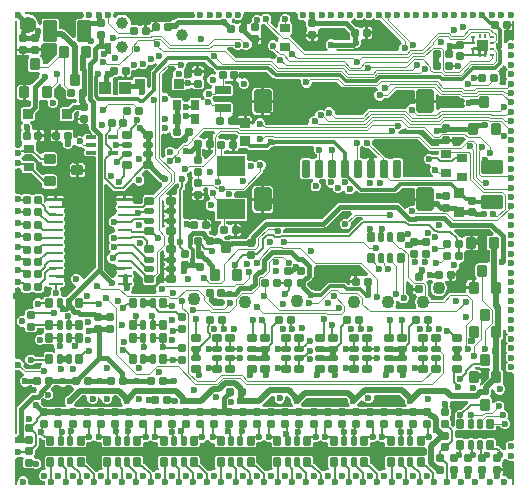
<source format=gbl>
G04*
G04 #@! TF.GenerationSoftware,Altium Limited,Altium Designer,22.11.1 (43)*
G04*
G04 Layer_Physical_Order=4*
G04 Layer_Color=9720587*
%FSLAX25Y25*%
%MOIN*%
G70*
G04*
G04 #@! TF.SameCoordinates,DDCEF256-112A-44DC-B3DA-E0C70B120CDF*
G04*
G04*
G04 #@! TF.FilePolarity,Positive*
G04*
G01*
G75*
%ADD13C,0.00787*%
%ADD17C,0.01968*%
%ADD18R,0.00787X0.21260*%
%ADD19R,0.00787X0.09055*%
%ADD20R,0.00787X0.23622*%
%ADD21R,0.00787X0.07874*%
%ADD22R,0.00787X0.08268*%
%ADD23R,0.00787X0.42126*%
%ADD24R,0.19685X0.00787*%
%ADD25R,0.26772X0.00787*%
%ADD26R,0.17717X0.00787*%
%ADD27R,0.00787X0.22441*%
%ADD28R,0.00787X0.06299*%
%ADD29R,0.05512X0.00787*%
G04:AMPARAMS|DCode=32|XSize=35.43mil|YSize=37.4mil|CornerRadius=3.54mil|HoleSize=0mil|Usage=FLASHONLY|Rotation=90.000|XOffset=0mil|YOffset=0mil|HoleType=Round|Shape=RoundedRectangle|*
%AMROUNDEDRECTD32*
21,1,0.03543,0.03032,0,0,90.0*
21,1,0.02835,0.03740,0,0,90.0*
1,1,0.00709,0.01516,0.01417*
1,1,0.00709,0.01516,-0.01417*
1,1,0.00709,-0.01516,-0.01417*
1,1,0.00709,-0.01516,0.01417*
%
%ADD32ROUNDEDRECTD32*%
G04:AMPARAMS|DCode=33|XSize=35.43mil|YSize=37.4mil|CornerRadius=3.54mil|HoleSize=0mil|Usage=FLASHONLY|Rotation=90.000|XOffset=0mil|YOffset=0mil|HoleType=Round|Shape=RoundedRectangle|*
%AMROUNDEDRECTD33*
21,1,0.03543,0.03032,0,0,90.0*
21,1,0.02835,0.03740,0,0,90.0*
1,1,0.00709,0.01516,0.01417*
1,1,0.00709,0.01516,-0.01417*
1,1,0.00709,-0.01516,-0.01417*
1,1,0.00709,-0.01516,0.01417*
%
%ADD33ROUNDEDRECTD33*%
G04:AMPARAMS|DCode=39|XSize=27.56mil|YSize=23.62mil|CornerRadius=2.36mil|HoleSize=0mil|Usage=FLASHONLY|Rotation=180.000|XOffset=0mil|YOffset=0mil|HoleType=Round|Shape=RoundedRectangle|*
%AMROUNDEDRECTD39*
21,1,0.02756,0.01890,0,0,180.0*
21,1,0.02284,0.02362,0,0,180.0*
1,1,0.00472,-0.01142,0.00945*
1,1,0.00472,0.01142,0.00945*
1,1,0.00472,0.01142,-0.00945*
1,1,0.00472,-0.01142,-0.00945*
%
%ADD39ROUNDEDRECTD39*%
G04:AMPARAMS|DCode=43|XSize=25.59mil|YSize=31.5mil|CornerRadius=2.56mil|HoleSize=0mil|Usage=FLASHONLY|Rotation=90.000|XOffset=0mil|YOffset=0mil|HoleType=Round|Shape=RoundedRectangle|*
%AMROUNDEDRECTD43*
21,1,0.02559,0.02638,0,0,90.0*
21,1,0.02047,0.03150,0,0,90.0*
1,1,0.00512,0.01319,0.01024*
1,1,0.00512,0.01319,-0.01024*
1,1,0.00512,-0.01319,-0.01024*
1,1,0.00512,-0.01319,0.01024*
%
%ADD43ROUNDEDRECTD43*%
G04:AMPARAMS|DCode=44|XSize=17.72mil|YSize=31.5mil|CornerRadius=1.77mil|HoleSize=0mil|Usage=FLASHONLY|Rotation=90.000|XOffset=0mil|YOffset=0mil|HoleType=Round|Shape=RoundedRectangle|*
%AMROUNDEDRECTD44*
21,1,0.01772,0.02795,0,0,90.0*
21,1,0.01417,0.03150,0,0,90.0*
1,1,0.00354,0.01398,0.00709*
1,1,0.00354,0.01398,-0.00709*
1,1,0.00354,-0.01398,-0.00709*
1,1,0.00354,-0.01398,0.00709*
%
%ADD44ROUNDEDRECTD44*%
G04:AMPARAMS|DCode=48|XSize=12.6mil|YSize=31.5mil|CornerRadius=1.26mil|HoleSize=0mil|Usage=FLASHONLY|Rotation=90.000|XOffset=0mil|YOffset=0mil|HoleType=Round|Shape=RoundedRectangle|*
%AMROUNDEDRECTD48*
21,1,0.01260,0.02898,0,0,90.0*
21,1,0.01008,0.03150,0,0,90.0*
1,1,0.00252,0.01449,0.00504*
1,1,0.00252,0.01449,-0.00504*
1,1,0.00252,-0.01449,-0.00504*
1,1,0.00252,-0.01449,0.00504*
%
%ADD48ROUNDEDRECTD48*%
G04:AMPARAMS|DCode=54|XSize=27.56mil|YSize=23.62mil|CornerRadius=2.36mil|HoleSize=0mil|Usage=FLASHONLY|Rotation=90.000|XOffset=0mil|YOffset=0mil|HoleType=Round|Shape=RoundedRectangle|*
%AMROUNDEDRECTD54*
21,1,0.02756,0.01890,0,0,90.0*
21,1,0.02284,0.02362,0,0,90.0*
1,1,0.00472,0.00945,0.01142*
1,1,0.00472,0.00945,-0.01142*
1,1,0.00472,-0.00945,-0.01142*
1,1,0.00472,-0.00945,0.01142*
%
%ADD54ROUNDEDRECTD54*%
%ADD85C,0.00492*%
%ADD86C,0.01181*%
%ADD87C,0.01575*%
%ADD88C,0.02362*%
%ADD89C,0.03900*%
%ADD90C,0.04331*%
%ADD91C,0.05512*%
G04:AMPARAMS|DCode=92|XSize=35.43mil|YSize=37.4mil|CornerRadius=3.54mil|HoleSize=0mil|Usage=FLASHONLY|Rotation=180.000|XOffset=0mil|YOffset=0mil|HoleType=Round|Shape=RoundedRectangle|*
%AMROUNDEDRECTD92*
21,1,0.03543,0.03032,0,0,180.0*
21,1,0.02835,0.03740,0,0,180.0*
1,1,0.00709,-0.01417,0.01516*
1,1,0.00709,0.01417,0.01516*
1,1,0.00709,0.01417,-0.01516*
1,1,0.00709,-0.01417,-0.01516*
%
%ADD92ROUNDEDRECTD92*%
G04:AMPARAMS|DCode=93|XSize=35.43mil|YSize=37.4mil|CornerRadius=3.54mil|HoleSize=0mil|Usage=FLASHONLY|Rotation=180.000|XOffset=0mil|YOffset=0mil|HoleType=Round|Shape=RoundedRectangle|*
%AMROUNDEDRECTD93*
21,1,0.03543,0.03032,0,0,180.0*
21,1,0.02835,0.03740,0,0,180.0*
1,1,0.00709,-0.01417,0.01516*
1,1,0.00709,0.01417,0.01516*
1,1,0.00709,0.01417,-0.01516*
1,1,0.00709,-0.01417,-0.01516*
%
%ADD93ROUNDEDRECTD93*%
G04:AMPARAMS|DCode=94|XSize=35.83mil|YSize=33.47mil|CornerRadius=3.35mil|HoleSize=0mil|Usage=FLASHONLY|Rotation=0.000|XOffset=0mil|YOffset=0mil|HoleType=Round|Shape=RoundedRectangle|*
%AMROUNDEDRECTD94*
21,1,0.03583,0.02677,0,0,0.0*
21,1,0.02913,0.03347,0,0,0.0*
1,1,0.00669,0.01457,-0.01339*
1,1,0.00669,-0.01457,-0.01339*
1,1,0.00669,-0.01457,0.01339*
1,1,0.00669,0.01457,0.01339*
%
%ADD94ROUNDEDRECTD94*%
%ADD95R,0.03937X0.04331*%
G04:AMPARAMS|DCode=96|XSize=70.87mil|YSize=45.28mil|CornerRadius=4.53mil|HoleSize=0mil|Usage=FLASHONLY|Rotation=0.000|XOffset=0mil|YOffset=0mil|HoleType=Round|Shape=RoundedRectangle|*
%AMROUNDEDRECTD96*
21,1,0.07087,0.03622,0,0,0.0*
21,1,0.06181,0.04528,0,0,0.0*
1,1,0.00906,0.03091,-0.01811*
1,1,0.00906,-0.03091,-0.01811*
1,1,0.00906,-0.03091,0.01811*
1,1,0.00906,0.03091,0.01811*
%
%ADD96ROUNDEDRECTD96*%
G04:AMPARAMS|DCode=97|XSize=59.06mil|YSize=25.59mil|CornerRadius=2.56mil|HoleSize=0mil|Usage=FLASHONLY|Rotation=90.000|XOffset=0mil|YOffset=0mil|HoleType=Round|Shape=RoundedRectangle|*
%AMROUNDEDRECTD97*
21,1,0.05906,0.02047,0,0,90.0*
21,1,0.05394,0.02559,0,0,90.0*
1,1,0.00512,0.01024,0.02697*
1,1,0.00512,0.01024,-0.02697*
1,1,0.00512,-0.01024,-0.02697*
1,1,0.00512,-0.01024,0.02697*
%
%ADD97ROUNDEDRECTD97*%
G04:AMPARAMS|DCode=98|XSize=78.74mil|YSize=57.09mil|CornerRadius=5.71mil|HoleSize=0mil|Usage=FLASHONLY|Rotation=90.000|XOffset=0mil|YOffset=0mil|HoleType=Round|Shape=RoundedRectangle|*
%AMROUNDEDRECTD98*
21,1,0.07874,0.04567,0,0,90.0*
21,1,0.06732,0.05709,0,0,90.0*
1,1,0.01142,0.02284,0.03366*
1,1,0.01142,0.02284,-0.03366*
1,1,0.01142,-0.02284,-0.03366*
1,1,0.01142,-0.02284,0.03366*
%
%ADD98ROUNDEDRECTD98*%
%ADD99R,0.01968X0.01968*%
%ADD100R,0.09449X0.06693*%
G04:AMPARAMS|DCode=101|XSize=25.59mil|YSize=31.5mil|CornerRadius=2.56mil|HoleSize=0mil|Usage=FLASHONLY|Rotation=0.000|XOffset=0mil|YOffset=0mil|HoleType=Round|Shape=RoundedRectangle|*
%AMROUNDEDRECTD101*
21,1,0.02559,0.02638,0,0,0.0*
21,1,0.02047,0.03150,0,0,0.0*
1,1,0.00512,0.01024,-0.01319*
1,1,0.00512,-0.01024,-0.01319*
1,1,0.00512,-0.01024,0.01319*
1,1,0.00512,0.01024,0.01319*
%
%ADD101ROUNDEDRECTD101*%
G04:AMPARAMS|DCode=102|XSize=17.72mil|YSize=31.5mil|CornerRadius=1.77mil|HoleSize=0mil|Usage=FLASHONLY|Rotation=0.000|XOffset=0mil|YOffset=0mil|HoleType=Round|Shape=RoundedRectangle|*
%AMROUNDEDRECTD102*
21,1,0.01772,0.02795,0,0,0.0*
21,1,0.01417,0.03150,0,0,0.0*
1,1,0.00354,0.00709,-0.01398*
1,1,0.00354,-0.00709,-0.01398*
1,1,0.00354,-0.00709,0.01398*
1,1,0.00354,0.00709,0.01398*
%
%ADD102ROUNDEDRECTD102*%
G04:AMPARAMS|DCode=103|XSize=27.56mil|YSize=36.22mil|CornerRadius=2.76mil|HoleSize=0mil|Usage=FLASHONLY|Rotation=90.000|XOffset=0mil|YOffset=0mil|HoleType=Round|Shape=RoundedRectangle|*
%AMROUNDEDRECTD103*
21,1,0.02756,0.03071,0,0,90.0*
21,1,0.02205,0.03622,0,0,90.0*
1,1,0.00551,0.01535,0.01102*
1,1,0.00551,0.01535,-0.01102*
1,1,0.00551,-0.01535,-0.01102*
1,1,0.00551,-0.01535,0.01102*
%
%ADD103ROUNDEDRECTD103*%
G04:AMPARAMS|DCode=104|XSize=27.56mil|YSize=55.12mil|CornerRadius=2.76mil|HoleSize=0mil|Usage=FLASHONLY|Rotation=270.000|XOffset=0mil|YOffset=0mil|HoleType=Round|Shape=RoundedRectangle|*
%AMROUNDEDRECTD104*
21,1,0.02756,0.04961,0,0,270.0*
21,1,0.02205,0.05512,0,0,270.0*
1,1,0.00551,-0.02480,-0.01102*
1,1,0.00551,-0.02480,0.01102*
1,1,0.00551,0.02480,0.01102*
1,1,0.00551,0.02480,-0.01102*
%
%ADD104ROUNDEDRECTD104*%
G04:AMPARAMS|DCode=105|XSize=27.56mil|YSize=36.22mil|CornerRadius=2.76mil|HoleSize=0mil|Usage=FLASHONLY|Rotation=0.000|XOffset=0mil|YOffset=0mil|HoleType=Round|Shape=RoundedRectangle|*
%AMROUNDEDRECTD105*
21,1,0.02756,0.03071,0,0,0.0*
21,1,0.02205,0.03622,0,0,0.0*
1,1,0.00551,0.01102,-0.01535*
1,1,0.00551,-0.01102,-0.01535*
1,1,0.00551,-0.01102,0.01535*
1,1,0.00551,0.01102,0.01535*
%
%ADD105ROUNDEDRECTD105*%
G04:AMPARAMS|DCode=106|XSize=70.87mil|YSize=45.28mil|CornerRadius=4.53mil|HoleSize=0mil|Usage=FLASHONLY|Rotation=90.000|XOffset=0mil|YOffset=0mil|HoleType=Round|Shape=RoundedRectangle|*
%AMROUNDEDRECTD106*
21,1,0.07087,0.03622,0,0,90.0*
21,1,0.06181,0.04528,0,0,90.0*
1,1,0.00906,0.01811,0.03091*
1,1,0.00906,0.01811,-0.03091*
1,1,0.00906,-0.01811,-0.03091*
1,1,0.00906,-0.01811,0.03091*
%
%ADD106ROUNDEDRECTD106*%
G04:AMPARAMS|DCode=107|XSize=33.47mil|YSize=33.47mil|CornerRadius=3.35mil|HoleSize=0mil|Usage=FLASHONLY|Rotation=270.000|XOffset=0mil|YOffset=0mil|HoleType=Round|Shape=RoundedRectangle|*
%AMROUNDEDRECTD107*
21,1,0.03347,0.02677,0,0,270.0*
21,1,0.02677,0.03347,0,0,270.0*
1,1,0.00669,-0.01339,-0.01339*
1,1,0.00669,-0.01339,0.01339*
1,1,0.00669,0.01339,0.01339*
1,1,0.00669,0.01339,-0.01339*
%
%ADD107ROUNDEDRECTD107*%
%ADD108O,0.04961X0.00984*%
%ADD109R,0.00984X0.01378*%
%ADD110R,0.01378X0.00984*%
%ADD111R,0.01968X0.01176*%
G36*
X83193Y157087D02*
X82780Y156915D01*
X82281Y156417D01*
X82025Y156366D01*
X81900Y156491D01*
X81248Y156761D01*
X80544D01*
X79893Y156491D01*
X79394Y155993D01*
X79124Y155341D01*
Y154637D01*
X78752Y154381D01*
X78479Y154198D01*
X78296Y153925D01*
X77934Y153822D01*
X77461Y153749D01*
X77252Y153889D01*
X76929Y153953D01*
X76476D01*
Y151969D01*
X75492D01*
Y153953D01*
X75039D01*
X74717Y153889D01*
X74457Y153716D01*
X74435Y153706D01*
X73597D01*
X73575Y153716D01*
X73315Y153889D01*
X72992Y153953D01*
X72675D01*
X72276Y154422D01*
X72272Y154668D01*
X72404Y155311D01*
X72835Y155635D01*
X73349Y155248D01*
X73406Y155191D01*
X74057Y154921D01*
X74762D01*
X75413Y155191D01*
X75911Y155689D01*
X76181Y156341D01*
Y157045D01*
X76164Y157087D01*
X76690Y157874D01*
X83037D01*
X83193Y157087D01*
D02*
G37*
G36*
X120200Y155248D02*
X120256Y155191D01*
X120907Y154921D01*
X121612D01*
X121763Y154984D01*
X128785Y147961D01*
X128918Y147171D01*
X128419Y146673D01*
X128150Y146022D01*
Y145317D01*
X127593Y144603D01*
X107545D01*
X107152Y145390D01*
X107205Y145461D01*
X107210Y145462D01*
X112796D01*
X113333Y145569D01*
X113608Y145753D01*
X114018D01*
X114670Y146022D01*
X115168Y146521D01*
X115438Y147172D01*
Y147877D01*
X115277Y148266D01*
X115346Y148404D01*
X116055Y148867D01*
X116378Y148803D01*
X116831D01*
Y150787D01*
Y152772D01*
X116378D01*
X116055Y152708D01*
X115796Y152534D01*
X115773Y152525D01*
X114935D01*
X114913Y152534D01*
X114653Y152708D01*
X114331Y152772D01*
X113585D01*
X112206Y154151D01*
X112198Y154299D01*
X112436Y155034D01*
X112815Y155191D01*
X112872Y155248D01*
X113386Y155635D01*
X113900Y155248D01*
X113957Y155191D01*
X114608Y154921D01*
X115313D01*
X115964Y155191D01*
X116021Y155248D01*
X116535Y155635D01*
X117050Y155248D01*
X117107Y155191D01*
X117758Y154921D01*
X118463D01*
X119114Y155191D01*
X119171Y155248D01*
X119685Y155635D01*
X120200Y155248D01*
D02*
G37*
G36*
X60057Y157087D02*
X60039Y157045D01*
Y156341D01*
X59478Y155637D01*
X54445D01*
X53908Y155530D01*
X53452Y155226D01*
X53147Y154921D01*
X52797D01*
X52146Y154652D01*
X52020Y154526D01*
X51929Y154544D01*
X50039D01*
X49717Y154480D01*
X49457Y154306D01*
X49435Y154297D01*
X48597D01*
X48575Y154306D01*
X48315Y154480D01*
X47992Y154544D01*
X47539D01*
Y152559D01*
X46555D01*
Y154544D01*
X46102D01*
X45780Y154480D01*
X45506Y154297D01*
X45324Y154023D01*
X45313Y153972D01*
X45141Y153636D01*
X44646Y153363D01*
X44193D01*
Y151378D01*
X43209D01*
Y153363D01*
X42756D01*
X42433Y153298D01*
X42173Y153125D01*
X42151Y153116D01*
X41313D01*
X41291Y153125D01*
X41031Y153298D01*
X40709Y153363D01*
X39441D01*
X38790Y153527D01*
X38682Y154131D01*
Y154327D01*
X38482Y155073D01*
X38096Y155743D01*
X37550Y156289D01*
X36881Y156675D01*
X36134Y156875D01*
X35362D01*
X34615Y156675D01*
X33946Y156289D01*
X33534Y155877D01*
X32867Y156323D01*
X32874Y156341D01*
Y157045D01*
X32857Y157087D01*
X33383Y157874D01*
X59530D01*
X60057Y157087D01*
D02*
G37*
G36*
X89753Y157090D02*
X89102Y156820D01*
X88603Y156322D01*
X88334Y155671D01*
Y154966D01*
X88186Y154182D01*
X87900Y153991D01*
X87708Y153704D01*
X87641Y153366D01*
Y152846D01*
X86913Y152545D01*
X85167Y154291D01*
X85285Y154410D01*
X85555Y155061D01*
Y155766D01*
X85285Y156417D01*
X84787Y156915D01*
X84373Y157087D01*
X84530Y157874D01*
X89745D01*
X89753Y157090D01*
D02*
G37*
G36*
X23049Y157087D02*
X23031Y157045D01*
Y156341D01*
X23040Y156320D01*
X22514Y155532D01*
X21417D01*
X21010Y155451D01*
X20665Y155221D01*
X20435Y154876D01*
X20354Y154469D01*
Y149301D01*
X19566Y148975D01*
X17010Y151531D01*
X16489Y151879D01*
X15874Y152001D01*
X15874Y152001D01*
X14686D01*
Y154469D01*
X14605Y154876D01*
X14374Y155221D01*
X14029Y155451D01*
X13622Y155532D01*
X10000D01*
X9593Y155451D01*
X9248Y155221D01*
X9017Y154876D01*
X8936Y154469D01*
Y153893D01*
X8270Y153416D01*
X7677Y153657D01*
Y153984D01*
X7449Y154835D01*
X7009Y155598D01*
X6385Y156221D01*
X5622Y156662D01*
X4771Y156890D01*
X3890D01*
X3721Y156844D01*
X3710Y156851D01*
X3622Y157087D01*
X4170Y157874D01*
X22523D01*
X23049Y157087D01*
D02*
G37*
G36*
X94309D02*
X94291Y157045D01*
Y156341D01*
X94561Y155689D01*
X95060Y155191D01*
X95711Y154921D01*
X96415D01*
X96466Y154942D01*
X97228Y154406D01*
Y152992D01*
X97292Y152670D01*
X97466Y152410D01*
X97475Y152388D01*
Y151549D01*
X97466Y151527D01*
X97292Y151268D01*
X97228Y150945D01*
Y150492D01*
X101198D01*
Y150945D01*
X101134Y151268D01*
X100960Y151527D01*
X100951Y151549D01*
Y151782D01*
X101677Y152532D01*
X109851D01*
X111598Y150785D01*
Y149646D01*
X111662Y149323D01*
X111845Y149050D01*
X111592Y148272D01*
X106512D01*
X106415Y148369D01*
X105764Y148639D01*
X105059D01*
X104408Y148369D01*
X103910Y147871D01*
X103640Y147219D01*
Y146515D01*
X103910Y145863D01*
X104383Y145390D01*
X104376Y145255D01*
X104190Y144603D01*
X96699D01*
X91788Y149514D01*
X91787Y149626D01*
X91933Y150346D01*
X92219Y150537D01*
X92411Y150823D01*
X92478Y151161D01*
Y153366D01*
X92411Y153704D01*
X92219Y153991D01*
X91933Y154182D01*
X91877Y154966D01*
Y155671D01*
X91607Y156322D01*
X91109Y156820D01*
X90458Y157090D01*
X90466Y157874D01*
X93782D01*
X94309Y157087D01*
D02*
G37*
G36*
X164665Y151559D02*
X165118D01*
X165441Y151623D01*
X165714Y151805D01*
X165748Y151856D01*
X166535Y151617D01*
Y148737D01*
X165748Y148211D01*
X165707Y148228D01*
X165002D01*
X164351Y147959D01*
X163852Y147460D01*
X163803Y147341D01*
X163016Y147498D01*
Y151384D01*
X163228Y151559D01*
X163681D01*
Y153543D01*
X164665D01*
Y151559D01*
D02*
G37*
G36*
X83431Y153642D02*
X83448D01*
X83538Y153507D01*
X88007Y149039D01*
X87899Y148106D01*
X87507Y147847D01*
X87224Y147959D01*
X86573Y148228D01*
X85868D01*
X85217Y147959D01*
X84719Y147460D01*
X84449Y146809D01*
Y146104D01*
X84719Y145453D01*
X85217Y144955D01*
X85868Y144685D01*
X86061D01*
X87577Y143169D01*
X87576Y143166D01*
X87078Y142667D01*
X86922Y142291D01*
X86246Y142042D01*
X86217Y142036D01*
X86032Y142042D01*
X85832Y142176D01*
X85505Y142241D01*
X73801D01*
X70832Y145210D01*
X71152Y145997D01*
X72748D01*
X72810Y145847D01*
X73308Y145349D01*
X73960Y145079D01*
X74664D01*
X75316Y145349D01*
X75689Y145722D01*
X76161Y145250D01*
X76812Y144980D01*
X77517D01*
X78168Y145250D01*
X78667Y145748D01*
X78936Y146400D01*
Y146819D01*
X79075Y146933D01*
X79724D01*
Y148721D01*
X80216D01*
Y149213D01*
X82201D01*
Y149665D01*
X82137Y149988D01*
X81963Y150248D01*
X81954Y150270D01*
Y151108D01*
X81963Y151130D01*
X82137Y151390D01*
X82201Y151713D01*
Y153376D01*
X82467Y153622D01*
X82680Y153752D01*
X82957Y153838D01*
X83431Y153642D01*
D02*
G37*
G36*
X157776Y146358D02*
Y144587D01*
X157382D01*
Y143307D01*
X156398D01*
Y144587D01*
X155414D01*
Y143307D01*
X154430D01*
Y144587D01*
X154036D01*
Y144980D01*
X152756D01*
Y145965D01*
X154036D01*
Y146358D01*
Y148327D01*
X157776D01*
Y146358D01*
D02*
G37*
G36*
X3248Y143291D02*
X3898D01*
X4220Y143355D01*
X4307Y143413D01*
X4461Y143506D01*
X4571Y143475D01*
X4722Y143308D01*
X4791Y142433D01*
X4582Y142121D01*
X4509Y141752D01*
Y138721D01*
X4582Y138352D01*
X4791Y138039D01*
X5104Y137830D01*
X5472Y137757D01*
X8067D01*
X8398Y137226D01*
X8422Y137173D01*
X8459Y136985D01*
X8224Y136419D01*
Y136184D01*
X5700Y133659D01*
X4936Y133390D01*
X4567Y133463D01*
X3642D01*
Y130984D01*
Y128505D01*
X4567D01*
X5259Y127962D01*
X5288Y127907D01*
Y126566D01*
X4626Y125904D01*
X2874D01*
X2513Y125832D01*
X2207Y125628D01*
X2003Y125322D01*
X1931Y124961D01*
Y122283D01*
X2003Y121923D01*
X2207Y121616D01*
X2513Y121412D01*
X2522Y121410D01*
X2522Y121410D01*
X2710Y120570D01*
X2435Y120295D01*
X2165Y119644D01*
Y118939D01*
X2431Y118297D01*
X2396Y118273D01*
X2213Y118000D01*
X2149Y117677D01*
Y115394D01*
X2213Y115071D01*
X2396Y114798D01*
X2423Y114780D01*
X2548Y114034D01*
X2509Y113848D01*
X2373Y113645D01*
X2306Y113307D01*
Y112934D01*
X1534Y112402D01*
X829D01*
X787Y112384D01*
X0Y112911D01*
Y129298D01*
X787Y129375D01*
X842Y129100D01*
X1051Y128787D01*
X1364Y128578D01*
X1732Y128505D01*
X2657D01*
Y130984D01*
Y133463D01*
X1732D01*
X1364Y133390D01*
X1051Y133181D01*
X842Y132869D01*
X787Y132593D01*
X0Y132671D01*
Y143975D01*
X787Y144052D01*
X835Y143811D01*
X1018Y143538D01*
X1292Y143355D01*
X1614Y143291D01*
X2264D01*
Y145079D01*
X3248D01*
Y143291D01*
D02*
G37*
G36*
X9479Y147381D02*
X9593Y147305D01*
X10000Y147224D01*
X13622D01*
X13801Y147259D01*
X14115Y146792D01*
X14197Y146542D01*
X14031Y146294D01*
X13958Y145925D01*
Y143520D01*
X13861Y143455D01*
X10629Y140223D01*
X9270D01*
Y141752D01*
X9197Y142121D01*
X8988Y142433D01*
X8676Y142642D01*
X8615Y142654D01*
X8581Y142744D01*
X8531Y143474D01*
X8628Y143538D01*
X8810Y143811D01*
X8874Y144134D01*
Y144587D01*
X6890D01*
Y145571D01*
X8874D01*
Y146024D01*
X8810Y146346D01*
X8637Y146606D01*
X8628Y146628D01*
Y146683D01*
X9415Y147388D01*
X9479Y147381D01*
D02*
G37*
G36*
X46987Y140854D02*
X47304Y140057D01*
X45605Y138358D01*
X45344Y137967D01*
X45252Y137506D01*
X45252Y137506D01*
Y132647D01*
X44801Y132234D01*
X44133Y132689D01*
Y135197D01*
X44061Y135558D01*
X43856Y135864D01*
X43550Y136068D01*
X43189Y136140D01*
X40276D01*
X39915Y136068D01*
X39609Y135864D01*
X39404Y135558D01*
X39332Y135197D01*
Y135039D01*
X34252D01*
Y130043D01*
X32677D01*
Y135039D01*
X32677Y135039D01*
X32677D01*
X32744Y135799D01*
X33108Y136042D01*
X33270Y136204D01*
X34016D01*
X34338Y136268D01*
X34598Y136442D01*
X34620Y136451D01*
X35458D01*
X35481Y136442D01*
X35740Y136268D01*
X36063Y136204D01*
X36516D01*
Y138189D01*
X37500D01*
Y136204D01*
X37953D01*
X38275Y136268D01*
X38549Y136451D01*
X38732Y136725D01*
X38796Y137047D01*
Y138100D01*
X39297Y138435D01*
X40002D01*
X40653Y138705D01*
X41151Y139203D01*
X41255Y139224D01*
X41645Y138834D01*
X42296Y138564D01*
X43001D01*
X43652Y138834D01*
X44151Y139332D01*
X44420Y139983D01*
X45197Y140182D01*
X45902D01*
X46553Y140452D01*
X46955Y140855D01*
X46987Y140854D01*
D02*
G37*
G36*
X86107Y135812D02*
X86107Y135812D01*
X86498Y135551D01*
X86959Y135459D01*
X94974D01*
X95500Y134672D01*
X95473Y134604D01*
Y133900D01*
X95742Y133248D01*
X96241Y132750D01*
X96892Y132480D01*
X97597D01*
X98248Y132750D01*
X98746Y133248D01*
X99016Y133900D01*
Y134450D01*
X107510D01*
X109099Y132861D01*
X109375Y132676D01*
X109702Y132612D01*
X120455D01*
X121135Y132015D01*
X121194Y131885D01*
X121185Y131667D01*
X121171Y131643D01*
X121085Y131603D01*
X120650Y131423D01*
X120152Y130925D01*
X119882Y130274D01*
Y129569D01*
X120152Y128918D01*
X120650Y128419D01*
X121301Y128150D01*
X122006D01*
X122657Y128419D01*
X123155Y128918D01*
X123218Y129068D01*
X124016D01*
X124342Y129133D01*
X124619Y129318D01*
X127088Y131787D01*
X132632D01*
X133344Y131331D01*
Y128457D01*
X136811D01*
X140279D01*
Y130032D01*
X141007Y130333D01*
X141464Y129876D01*
X141741Y129691D01*
X142067Y129626D01*
X147976D01*
X148443Y129158D01*
X148720Y128973D01*
X149046Y128909D01*
X149516D01*
X149695Y128697D01*
X149950Y128121D01*
X149756Y127653D01*
Y126948D01*
X149953Y126474D01*
X149704Y125907D01*
X149523Y125687D01*
X141997D01*
X141670Y125622D01*
X141393Y125437D01*
X141066Y125110D01*
X140279Y125436D01*
Y127472D01*
X136811D01*
X133274D01*
X132636Y126969D01*
X131931D01*
X131280Y126699D01*
X130781Y126200D01*
X130762Y126152D01*
X130433Y125549D01*
X130071Y125548D01*
X118191D01*
X117864Y125483D01*
X117588Y125298D01*
X115584Y123294D01*
X107253D01*
X106600Y123947D01*
Y124516D01*
X106330Y125167D01*
X105832Y125665D01*
X105180Y125935D01*
X104475D01*
X103824Y125665D01*
X103326Y125167D01*
X103179Y124811D01*
X103022Y124780D01*
X102371Y125050D01*
X101666D01*
X101015Y124780D01*
X100516Y124282D01*
X100247Y123631D01*
Y123031D01*
X99648D01*
X98997Y122762D01*
X98498Y122263D01*
X98228Y121612D01*
Y120907D01*
X97672Y120194D01*
X87469D01*
X87455Y120196D01*
X83626D01*
X83465Y120358D01*
Y120825D01*
X83195Y121476D01*
X82696Y121974D01*
X82045Y122244D01*
X81340D01*
X80689Y121974D01*
X80191Y121476D01*
X79921Y120825D01*
Y120599D01*
X79184Y120000D01*
X79054Y120039D01*
Y120335D01*
X76772D01*
Y120827D01*
X76280D01*
Y123109D01*
X75433D01*
X75072Y123037D01*
X74905Y122925D01*
X74652Y122856D01*
X74005Y122993D01*
X73946Y123022D01*
X73708Y123180D01*
X73386Y123245D01*
X72592D01*
X72353Y124032D01*
X72396Y124061D01*
X72588Y124347D01*
X72655Y124685D01*
Y126890D01*
X72588Y127228D01*
X72396Y127514D01*
X72110Y127706D01*
X71772Y127773D01*
X66811D01*
X66378Y127900D01*
X66144Y128382D01*
X66069Y128563D01*
X65688Y128944D01*
X66153Y129409D01*
X66215Y129559D01*
X66617D01*
X66943Y129624D01*
X67068Y129707D01*
X71772D01*
X72110Y129775D01*
X72396Y129966D01*
X72588Y130253D01*
X72655Y130590D01*
Y132795D01*
X72588Y133133D01*
X72396Y133420D01*
X72110Y133611D01*
X71772Y133678D01*
X70144D01*
Y134629D01*
X70236D01*
X70559Y134694D01*
X70819Y134867D01*
X70841Y134876D01*
X71679D01*
X71701Y134867D01*
X71961Y134694D01*
X72284Y134629D01*
X72736D01*
Y136614D01*
X73228D01*
Y137106D01*
X75016D01*
Y137756D01*
X75110Y137871D01*
X84048D01*
X86107Y135812D01*
D02*
G37*
G36*
X163384Y139830D02*
X163600Y139763D01*
X163852Y139154D01*
X163909Y139097D01*
X164296Y138583D01*
X163909Y138068D01*
X163852Y138011D01*
X163583Y137360D01*
Y136655D01*
X163852Y136004D01*
X163909Y135948D01*
X164296Y135433D01*
X163909Y134919D01*
X163852Y134862D01*
X163583Y134211D01*
Y133506D01*
X162855Y133300D01*
X161863D01*
X161760Y133427D01*
X161514Y134088D01*
X161566Y134166D01*
X161630Y134488D01*
Y136772D01*
X161566Y137094D01*
X161383Y137368D01*
X161376Y137373D01*
X161281Y137617D01*
X161238Y138145D01*
X161275Y138315D01*
X162663Y139704D01*
X162795Y139902D01*
X163384Y139830D01*
D02*
G37*
G36*
X64746Y139798D02*
X65122Y139547D01*
X66446Y138223D01*
X66446Y138223D01*
X66837Y137962D01*
X67155Y137864D01*
X67276Y137441D01*
X67256Y137251D01*
X66523Y136841D01*
X66318Y136926D01*
X65614D01*
X64962Y136657D01*
X64464Y136158D01*
X64194Y135507D01*
Y134802D01*
X64464Y134151D01*
X64962Y133653D01*
X65327Y133502D01*
X65629Y133335D01*
X65813Y132576D01*
X65140Y132127D01*
X65003Y132184D01*
X64298D01*
X63647Y131914D01*
X63149Y131416D01*
X62879Y130765D01*
Y130060D01*
X63149Y129409D01*
X63530Y129027D01*
X63065Y128563D01*
X62984Y128368D01*
X62837Y128356D01*
X62185Y128495D01*
X62155Y128645D01*
X61963Y128931D01*
X61677Y129123D01*
X61339Y129190D01*
X59134D01*
X58796Y129123D01*
X58510Y128931D01*
X58318Y128645D01*
X58251Y128307D01*
Y128272D01*
X57464Y127746D01*
X57439Y127756D01*
X56734D01*
X56710Y127746D01*
X55923Y128272D01*
Y128307D01*
X55856Y128645D01*
X55664Y128931D01*
X55378Y129123D01*
X55040Y129190D01*
X52835D01*
X52676Y129159D01*
X52417Y129167D01*
X51742Y129539D01*
X51619Y129835D01*
X51121Y130333D01*
X50470Y130603D01*
X49765D01*
X49051Y131160D01*
Y137015D01*
X51709Y139673D01*
X52893D01*
X53633Y138894D01*
X53633Y138707D01*
X53135Y138208D01*
X52865Y137557D01*
Y136852D01*
X52907Y136068D01*
X52601Y135864D01*
X52396Y135558D01*
X52324Y135197D01*
Y132520D01*
X52396Y132159D01*
X52601Y131853D01*
X52907Y131648D01*
X53268Y131576D01*
X56181D01*
X56542Y131648D01*
X56848Y131853D01*
X57053Y132159D01*
X57221Y132249D01*
X57531Y132121D01*
X58236D01*
X58887Y132390D01*
X59286Y132317D01*
X59560Y132135D01*
X59882Y132070D01*
X62166D01*
X62488Y132135D01*
X62762Y132317D01*
X62945Y132591D01*
X63009Y132913D01*
Y134803D01*
X62945Y135126D01*
X62771Y135386D01*
X62762Y135408D01*
Y136246D01*
X62771Y136268D01*
X62945Y136528D01*
X63009Y136850D01*
Y137303D01*
X61024D01*
X59039D01*
Y136850D01*
X59103Y136528D01*
X58782Y135724D01*
X58499Y135555D01*
X58236Y135664D01*
X57531D01*
X57150Y135506D01*
X57053Y135558D01*
X56848Y135864D01*
X56542Y136068D01*
X56409Y136852D01*
Y137557D01*
X56389Y137605D01*
X56389Y138457D01*
X56887Y138956D01*
X57157Y139607D01*
Y140312D01*
X57716Y141019D01*
X63526D01*
X64746Y139798D01*
D02*
G37*
G36*
X15486Y133612D02*
Y133410D01*
X15551Y133083D01*
X15735Y132806D01*
X16955Y131587D01*
Y129667D01*
X17019Y129344D01*
X17202Y129071D01*
X17475Y128888D01*
X17798Y128824D01*
X19688D01*
X19942Y128875D01*
X19975Y128867D01*
X20216Y128730D01*
X20669Y128382D01*
Y127994D01*
X20265Y127389D01*
X19803D01*
X19266Y127282D01*
X18810Y126978D01*
X17736Y125904D01*
X15866D01*
X15505Y125832D01*
X15199Y125628D01*
X14995Y125322D01*
X14923Y124961D01*
Y122283D01*
X14995Y121923D01*
X15199Y121616D01*
X15505Y121412D01*
X15866Y121340D01*
X18780D01*
X19141Y121412D01*
X19447Y121616D01*
X19651Y121923D01*
X19723Y122283D01*
Y123917D01*
X20385Y124579D01*
X21400D01*
X21481Y124457D01*
X21491Y124435D01*
Y123597D01*
X21481Y123574D01*
X21308Y123315D01*
X21244Y122992D01*
Y122539D01*
X23228D01*
Y122047D01*
X23720D01*
Y120259D01*
X24370D01*
X24789Y119540D01*
Y119085D01*
X24896Y118547D01*
X25201Y118091D01*
X25385Y117907D01*
X25084Y117179D01*
X23945D01*
X23665Y117124D01*
X23428Y116965D01*
X23270Y116728D01*
X23235Y116555D01*
X22983Y116359D01*
X22427Y116144D01*
X21957Y116339D01*
X21252D01*
X20601Y116069D01*
X20292Y115760D01*
X19504Y116028D01*
Y117677D01*
X19440Y118000D01*
X19257Y118273D01*
X18984Y118456D01*
X18661Y118520D01*
X16772D01*
X16449Y118456D01*
X16189Y118282D01*
X16167Y118273D01*
X15329D01*
X15307Y118282D01*
X15047Y118456D01*
X14724Y118520D01*
X14272D01*
Y116535D01*
Y114551D01*
X14724D01*
X15047Y114615D01*
X15307Y114788D01*
X15333Y114799D01*
X15333Y114799D01*
X15365Y114789D01*
X15945Y114132D01*
Y113427D01*
X16215Y112776D01*
X16713Y112278D01*
X17364Y112008D01*
X18069D01*
X18720Y112278D01*
X19218Y112776D01*
X19407Y113230D01*
X19596Y113321D01*
X20020Y113409D01*
X20265Y113401D01*
X20601Y113065D01*
X21252Y112795D01*
X21957D01*
X22068Y112841D01*
X22127Y112783D01*
X22403Y112598D01*
X22730Y112533D01*
X23037D01*
X23268Y112128D01*
X23377Y111772D01*
X23270Y111610D01*
X23214Y111331D01*
Y110323D01*
X23270Y110043D01*
X23428Y109806D01*
X23665Y109648D01*
X23945Y109592D01*
X26842D01*
X27040Y109430D01*
Y72616D01*
X23112Y68687D01*
X22324Y68955D01*
X22055Y69606D01*
X21556Y70104D01*
X20905Y70374D01*
X20200D01*
X19549Y70104D01*
X19051Y69606D01*
X18781Y68955D01*
Y68250D01*
X19051Y67599D01*
X19549Y67100D01*
X20200Y66831D01*
X20468Y66043D01*
X17215Y62791D01*
X17202Y62771D01*
X17102Y62751D01*
X17021Y62696D01*
X16825Y62581D01*
X16246D01*
X16050Y62696D01*
X15969Y62751D01*
X15846Y62775D01*
X15513Y63238D01*
X15381Y63598D01*
X15468Y63807D01*
Y64512D01*
X15198Y65163D01*
X15126Y65235D01*
X15452Y66022D01*
X15611D01*
X16033Y66106D01*
X16391Y66345D01*
X16630Y66703D01*
X16714Y67126D01*
X16630Y67548D01*
X16391Y67907D01*
X16299Y67968D01*
X16289Y67993D01*
Y68818D01*
X16299Y68843D01*
X16391Y68905D01*
X16584Y69193D01*
X13622D01*
Y70177D01*
X16584D01*
X16391Y70466D01*
X16299Y70527D01*
X16289Y70552D01*
Y71377D01*
X16299Y71402D01*
X16391Y71464D01*
X16630Y71822D01*
X16714Y72244D01*
X16630Y72667D01*
X16391Y73025D01*
X16299Y73086D01*
X16289Y73111D01*
Y73936D01*
X16299Y73961D01*
X16391Y74023D01*
X16630Y74381D01*
X16714Y74803D01*
X16630Y75226D01*
X16391Y75584D01*
X16299Y75645D01*
X16289Y75670D01*
Y76495D01*
X16299Y76520D01*
X16391Y76582D01*
X16630Y76940D01*
X16714Y77362D01*
X16630Y77785D01*
X16391Y78143D01*
X16299Y78204D01*
X16289Y78229D01*
Y79054D01*
X16299Y79079D01*
X16391Y79141D01*
X16630Y79499D01*
X16714Y79921D01*
X16630Y80344D01*
X16391Y80702D01*
X16299Y80763D01*
X16289Y80788D01*
Y81613D01*
X16299Y81638D01*
X16391Y81700D01*
X16630Y82058D01*
X16714Y82480D01*
X16630Y82903D01*
X16391Y83261D01*
X16299Y83322D01*
X16289Y83348D01*
Y84172D01*
X16299Y84197D01*
X16391Y84259D01*
X16630Y84617D01*
X16714Y85039D01*
X16630Y85462D01*
X16391Y85820D01*
X16299Y85881D01*
X16289Y85907D01*
Y86731D01*
X16299Y86756D01*
X16391Y86818D01*
X16630Y87176D01*
X16714Y87598D01*
X16630Y88021D01*
X16391Y88379D01*
X16299Y88441D01*
X16289Y88466D01*
Y89290D01*
X16299Y89315D01*
X16391Y89377D01*
X16630Y89735D01*
X16714Y90158D01*
X16630Y90580D01*
X16391Y90938D01*
X16299Y91000D01*
X16289Y91025D01*
Y91849D01*
X16299Y91874D01*
X16391Y91936D01*
X16584Y92224D01*
X13622D01*
Y93209D01*
X16584D01*
X16391Y93497D01*
X16299Y93559D01*
X16289Y93584D01*
Y94408D01*
X16299Y94433D01*
X16391Y94495D01*
X16584Y94784D01*
X13622D01*
X10582D01*
X10242Y94053D01*
X9662Y94530D01*
Y96220D01*
X9598Y96543D01*
X9415Y96817D01*
X9142Y96999D01*
X8819Y97063D01*
X6929D01*
X6607Y96999D01*
X6347Y96826D01*
X6325Y96817D01*
X5486D01*
X5464Y96826D01*
X5204Y96999D01*
X4882Y97063D01*
X2992D01*
X2670Y96999D01*
X2396Y96817D01*
X2383Y96797D01*
X2185Y96777D01*
X1534Y97047D01*
X829D01*
X787Y97030D01*
X0Y97556D01*
Y105200D01*
X787Y105726D01*
X829Y105709D01*
X1534D01*
X2306Y105176D01*
Y104803D01*
X2373Y104465D01*
X2565Y104179D01*
X2851Y103987D01*
X3189Y103920D01*
X5724D01*
X9111Y100533D01*
X9136Y100516D01*
Y99825D01*
X9209Y99456D01*
X9418Y99144D01*
X9730Y98935D01*
X10099Y98862D01*
X13131D01*
X13499Y98935D01*
X13812Y99144D01*
X14021Y99456D01*
X14094Y99825D01*
Y102660D01*
X14021Y103028D01*
X13812Y103341D01*
X13499Y103550D01*
X13131Y103623D01*
X10099D01*
X9730Y103550D01*
X9418Y103341D01*
X9166Y103316D01*
X7143Y105339D01*
Y107008D01*
X7076Y107346D01*
X6884Y107632D01*
X6598Y107824D01*
X6260Y107891D01*
X3319D01*
X3307Y107893D01*
X2928D01*
X2683Y108484D01*
X2626Y108541D01*
X2239Y109055D01*
X2626Y109570D01*
X2683Y109626D01*
X2928Y110217D01*
X3307D01*
X3319Y110219D01*
X5724D01*
X7930Y108013D01*
X8256Y107796D01*
X8640Y107719D01*
X9136D01*
Y107305D01*
X9209Y106937D01*
X9418Y106624D01*
X9730Y106415D01*
X10099Y106342D01*
X13131D01*
X13499Y106415D01*
X13812Y106624D01*
X14021Y106937D01*
X14094Y107305D01*
Y110140D01*
X14021Y110509D01*
X13812Y110821D01*
X13499Y111030D01*
X13131Y111103D01*
X10099D01*
X9730Y111030D01*
X9418Y110821D01*
X9280Y110615D01*
X8838Y110459D01*
X8384Y110397D01*
X7143Y111638D01*
Y113307D01*
X7076Y113645D01*
X6997Y113763D01*
X7200Y114355D01*
X7346Y114551D01*
X7382D01*
Y116535D01*
Y118520D01*
X6929D01*
X6607Y118456D01*
X6347Y118282D01*
X6325Y118273D01*
X6285D01*
X5755Y118885D01*
X5709Y119000D01*
Y119644D01*
X5439Y120295D01*
X5181Y120553D01*
X5507Y121340D01*
X5788D01*
X6149Y121412D01*
X6455Y121616D01*
X6659Y121923D01*
X6731Y122283D01*
Y124035D01*
X7686Y124991D01*
X7991Y125446D01*
X8098Y125984D01*
Y128130D01*
X8833Y128572D01*
X8885Y128570D01*
X9213Y128505D01*
X10521D01*
X10925Y127900D01*
Y127195D01*
X11195Y126544D01*
X11693Y126046D01*
X12344Y125776D01*
X13049D01*
X13700Y126046D01*
X14199Y126544D01*
X14469Y127195D01*
Y127900D01*
X14199Y128551D01*
X13700Y129050D01*
X13049Y129320D01*
X12994Y129386D01*
X13011Y129469D01*
Y132159D01*
X14690Y133838D01*
X14698Y133850D01*
X15486Y133612D01*
D02*
G37*
G36*
X52248Y117329D02*
Y116673D01*
X52312Y116351D01*
X52495Y116077D01*
X52768Y115894D01*
X53091Y115830D01*
X54980D01*
X55303Y115894D01*
X55563Y116068D01*
X55585Y116077D01*
X56423D01*
X56445Y116068D01*
X56705Y115894D01*
X57028Y115830D01*
X57561D01*
X57564Y115829D01*
X57889Y115043D01*
X56938Y114091D01*
X56258D01*
X55931Y114026D01*
X55655Y113841D01*
X54007Y112194D01*
X53329Y112049D01*
X52990Y112262D01*
X52726Y112525D01*
X52075Y112795D01*
X51370D01*
X50719Y112525D01*
X50221Y112027D01*
X49951Y111376D01*
Y110671D01*
X50221Y110020D01*
X50348Y109892D01*
X50075Y109331D01*
X49258Y109196D01*
X48813Y109609D01*
Y116747D01*
X49601Y117227D01*
X49845Y117126D01*
X50549D01*
X51200Y117396D01*
X51460Y117656D01*
X52248Y117329D01*
D02*
G37*
G36*
X150367Y115407D02*
X150374Y115332D01*
X148247Y113205D01*
X146243D01*
X146102Y113316D01*
X145681Y113993D01*
X145686Y114016D01*
Y114469D01*
X143701D01*
Y115453D01*
X145686D01*
Y115905D01*
X145937Y116212D01*
X149562D01*
X150367Y115407D01*
D02*
G37*
G36*
X130635Y118749D02*
X130911Y118564D01*
X131238Y118499D01*
X136145D01*
X139057Y115588D01*
X139333Y115403D01*
X139660Y115338D01*
X141467D01*
X141716Y115133D01*
Y114016D01*
X141721Y113993D01*
X141300Y113316D01*
X141159Y113205D01*
X138788D01*
X135298Y116696D01*
X135021Y116881D01*
X134695Y116946D01*
X128388D01*
X127916Y117733D01*
X128086Y118051D01*
X128226D01*
X128878Y118321D01*
X129376Y118819D01*
X129398Y118872D01*
X130327Y119057D01*
X130635Y118749D01*
D02*
G37*
G36*
X66652Y117465D02*
X66375Y117188D01*
X66190Y116911D01*
X66125Y116584D01*
Y116514D01*
X66092Y116464D01*
X65905Y115764D01*
X65453D01*
Y113779D01*
Y111795D01*
X65905D01*
X66027Y111695D01*
Y110843D01*
X63736Y108552D01*
X63009Y108853D01*
Y109213D01*
X62945Y109535D01*
X62762Y109809D01*
X62488Y109991D01*
X62429Y110003D01*
Y111951D01*
X62551Y112033D01*
X62554Y112034D01*
X62576Y112042D01*
X63411D01*
X63433Y112033D01*
X63693Y111859D01*
X64016Y111795D01*
X64468D01*
Y113779D01*
Y115764D01*
X64016D01*
X63693Y115700D01*
X63433Y115526D01*
X63411Y115517D01*
X62573D01*
X62551Y115526D01*
X62291Y115700D01*
X61968Y115764D01*
X61779D01*
X61478Y116492D01*
X63178Y118192D01*
X66351D01*
X66652Y117465D01*
D02*
G37*
G36*
X73978Y116828D02*
X74255Y116643D01*
X74490Y115945D01*
X74464Y115902D01*
X73780Y115371D01*
X73327D01*
Y113386D01*
Y111401D01*
X73780D01*
X74102Y111465D01*
X74376Y111648D01*
X74559Y111922D01*
X74945Y112279D01*
X75410Y112329D01*
X75433Y112324D01*
X77351D01*
X77633Y112042D01*
X77633Y112042D01*
X78024Y111781D01*
X78484Y111689D01*
X78484Y111689D01*
X83954D01*
X83954Y111689D01*
X84415Y111781D01*
X84805Y112042D01*
X85463Y112700D01*
X85789D01*
X86440Y112969D01*
X86511Y113041D01*
X86646Y113067D01*
X99325D01*
X99852Y112280D01*
X99803Y112163D01*
Y111459D01*
X100073Y110808D01*
X100571Y110309D01*
X100722Y110247D01*
Y109084D01*
X100433D01*
X100103Y109018D01*
X99823Y108831D01*
X99724Y108682D01*
X99308Y108612D01*
X99276D01*
X98859Y108682D01*
X98760Y108831D01*
X98480Y109018D01*
X98150Y109084D01*
X96103D01*
X95772Y109018D01*
X95492Y108831D01*
X95305Y108551D01*
X95240Y108221D01*
Y102827D01*
X95305Y102497D01*
X95492Y102217D01*
X95772Y102030D01*
X96103Y101964D01*
X98150D01*
X98480Y102030D01*
X98760Y102217D01*
X99534Y102083D01*
X99539Y101656D01*
X99403Y101224D01*
X99390Y101218D01*
X98892Y100720D01*
X98622Y100069D01*
Y99364D01*
X98892Y98713D01*
X99390Y98215D01*
X100041Y97945D01*
X100746D01*
X101397Y98215D01*
X101896Y98713D01*
X102165Y99364D01*
Y100069D01*
X101896Y100720D01*
X101439Y101176D01*
X101455Y101386D01*
X101655Y101964D01*
X102481D01*
X102811Y102030D01*
X103006Y102160D01*
X103475Y102028D01*
X103804Y101867D01*
X103883Y101595D01*
X103740Y101250D01*
Y100545D01*
X104010Y99894D01*
X104508Y99396D01*
X105159Y99126D01*
X105864D01*
X105955Y99066D01*
Y98735D01*
X106225Y98084D01*
X106723Y97586D01*
X107374Y97316D01*
X108079D01*
X108730Y97586D01*
X109228Y98084D01*
X110058Y98030D01*
X110211Y97662D01*
X110709Y97164D01*
X111360Y96894D01*
X112065D01*
X112716Y97164D01*
X113215Y97662D01*
X113314Y97902D01*
X114212Y98118D01*
X114657Y97672D01*
X114657Y97672D01*
X115048Y97411D01*
X115509Y97319D01*
X126753D01*
X126753Y97319D01*
X127214Y97411D01*
X127604Y97672D01*
X129035Y99103D01*
X132975D01*
X133344Y98654D01*
Y95780D01*
X136811D01*
Y94795D01*
X133344D01*
Y93484D01*
X132716Y93065D01*
X132012D01*
X131360Y92795D01*
X130862Y92297D01*
X129968Y92196D01*
X128507Y93657D01*
X128051Y93962D01*
X127514Y94069D01*
X108348D01*
X107811Y93962D01*
X107355Y93657D01*
X102307Y88610D01*
X83858D01*
X83321Y88503D01*
X82865Y88198D01*
X78322Y83656D01*
X78018Y83200D01*
X77911Y82662D01*
Y82424D01*
X77588D01*
X77266Y82360D01*
X76992Y82178D01*
X76901Y82042D01*
X72318D01*
X71780Y81934D01*
X71669Y81860D01*
X71395D01*
X71353Y81851D01*
X70202D01*
X69788Y82304D01*
X70113Y83055D01*
X70630D01*
X70953Y83119D01*
X71213Y83292D01*
X71235Y83302D01*
X72073D01*
X72095Y83292D01*
X72355Y83119D01*
X72677Y83055D01*
X73130D01*
Y85039D01*
Y87024D01*
X72677D01*
X72355Y86960D01*
X72095Y86786D01*
X72073Y86777D01*
X71235D01*
X71213Y86786D01*
X70953Y86960D01*
X70630Y87024D01*
X70538D01*
Y87992D01*
X77363D01*
Y95866D01*
X73581D01*
X73032Y96596D01*
Y97301D01*
X73588Y98015D01*
X76206D01*
X76532Y98080D01*
X76809Y98265D01*
X82493Y103949D01*
X82678Y104226D01*
X82743Y104552D01*
Y105129D01*
X82893Y105191D01*
X83392Y105689D01*
X83661Y106341D01*
Y107045D01*
X83392Y107696D01*
X82893Y108195D01*
X82242Y108465D01*
X81537D01*
X80886Y108195D01*
X80388Y107696D01*
X79603Y107860D01*
X79093Y108071D01*
X78388D01*
X78150Y107972D01*
X77363Y108456D01*
Y110433D01*
X69751D01*
Y111401D01*
X69843D01*
X70165Y111465D01*
X70425Y111639D01*
X70447Y111648D01*
X71285D01*
X71308Y111639D01*
X71567Y111465D01*
X71890Y111401D01*
X72343D01*
Y113386D01*
Y115371D01*
X71890D01*
X71567Y115306D01*
X71308Y115133D01*
X71285Y115124D01*
X70447D01*
X70425Y115133D01*
X70165Y115306D01*
X69843Y115371D01*
X68310D01*
X68226Y115454D01*
X67827Y116060D01*
X67812Y116140D01*
X67830Y116230D01*
X68808Y117208D01*
X73598D01*
X73978Y116828D01*
D02*
G37*
G36*
X137832Y111749D02*
X138109Y111564D01*
X138435Y111499D01*
X141150D01*
X141282Y111339D01*
Y110639D01*
X140661Y110000D01*
X139438D01*
X139370Y109986D01*
X139192Y110163D01*
X138541Y110433D01*
X137837D01*
X137185Y110163D01*
X136687Y109665D01*
X136417Y109014D01*
Y108309D01*
X136687Y107658D01*
X137185Y107159D01*
X137837Y106890D01*
X138310D01*
X138689Y106195D01*
X138696Y106162D01*
X138656Y106122D01*
X138386Y105471D01*
Y104766D01*
X138656Y104115D01*
X139154Y103616D01*
X139528Y103461D01*
X139371Y102674D01*
X129454D01*
X129328Y102827D01*
Y108221D01*
X129262Y108551D01*
X129075Y108831D01*
X128795Y109018D01*
X128465Y109084D01*
X126418D01*
X126087Y109018D01*
X125807Y108831D01*
X125708Y108682D01*
X125292Y108612D01*
X125260D01*
X124844Y108682D01*
X124744Y108831D01*
X124464Y109018D01*
X124134Y109084D01*
X123524D01*
X123490Y109253D01*
X123305Y109529D01*
X119071Y113764D01*
X119095Y113821D01*
Y114526D01*
X119651Y115240D01*
X134342D01*
X137832Y111749D01*
D02*
G37*
G36*
X116262Y112728D02*
X116319Y112671D01*
X116971Y112402D01*
X117675D01*
X117919Y112503D01*
X121004Y109418D01*
X121000Y109339D01*
X120990Y109320D01*
X120951Y109287D01*
X120134Y109018D01*
X119804Y109084D01*
X119272D01*
Y105524D01*
X118288D01*
Y109084D01*
X117756D01*
X117426Y109018D01*
X117146Y108831D01*
X117047Y108682D01*
X116630Y108612D01*
X116598D01*
X116182Y108682D01*
X116083Y108831D01*
X115803Y109018D01*
X115473Y109084D01*
X115026D01*
Y112609D01*
X115177Y112671D01*
X115234Y112728D01*
X115748Y113115D01*
X116262Y112728D01*
D02*
G37*
G36*
X47727Y101566D02*
X48183Y101261D01*
X48482Y101202D01*
X48498Y101162D01*
X48996Y100663D01*
X49108Y99765D01*
X46013Y96670D01*
X43563D01*
X43233Y96604D01*
X42953Y96417D01*
X42766Y96137D01*
X42700Y95807D01*
Y94316D01*
X42202Y93818D01*
X40361D01*
X39977Y93742D01*
X39451Y94292D01*
X39383Y94495D01*
X39576Y94784D01*
X36615D01*
X33653D01*
X33846Y94495D01*
X33938Y94433D01*
X33948Y94408D01*
Y93584D01*
X33938Y93559D01*
X33846Y93497D01*
X33606Y93139D01*
X33522Y92716D01*
X33606Y92294D01*
X33846Y91936D01*
X33938Y91874D01*
X33947Y91849D01*
Y91025D01*
X33938Y91000D01*
X33846Y90938D01*
X33606Y90580D01*
X33522Y90158D01*
X32844Y89567D01*
X32719D01*
X32067Y89297D01*
X31569Y88799D01*
X31299Y88148D01*
Y87443D01*
X31569Y86792D01*
X32067Y86293D01*
X32719Y86024D01*
X33035D01*
X33231Y85830D01*
X33573Y85301D01*
X33573Y85296D01*
X33522Y85039D01*
X33573Y84783D01*
X33573Y84778D01*
X33231Y84248D01*
X33035Y84055D01*
X32719D01*
X32067Y83785D01*
X31569Y83287D01*
X31299Y82636D01*
Y81931D01*
X31569Y81280D01*
X31993Y80856D01*
X31569Y80433D01*
X31299Y79782D01*
Y79077D01*
X31569Y78426D01*
X31920Y78075D01*
X31900Y77431D01*
X31815Y77179D01*
X31605Y77092D01*
X31107Y76594D01*
X30837Y75943D01*
Y75238D01*
X31107Y74587D01*
X31605Y74089D01*
X32256Y73819D01*
X32961D01*
X33160Y73901D01*
X33456Y73711D01*
X33521Y73596D01*
X33634Y72736D01*
X36615D01*
Y71752D01*
X33653D01*
X33846Y71464D01*
X33938Y71402D01*
X33947Y71377D01*
Y70552D01*
X33938Y70527D01*
X33846Y70466D01*
X33606Y70108D01*
X33522Y69685D01*
X33528Y69658D01*
X32849Y69087D01*
X32636Y69175D01*
X32499D01*
X29815Y71859D01*
X29850Y72034D01*
X29845Y72059D01*
X29850Y72085D01*
Y100164D01*
X30577Y100465D01*
X32638Y98405D01*
X32963Y98187D01*
X33347Y98111D01*
X36053D01*
X36437Y98187D01*
X36763Y98405D01*
X39038Y100680D01*
X39935Y100571D01*
X40433Y100073D01*
X41085Y99803D01*
X41789D01*
X42441Y100073D01*
X42939Y100571D01*
X43209Y101222D01*
Y101927D01*
X42939Y102578D01*
X42441Y103077D01*
X42332Y103974D01*
X43260Y104902D01*
X43602D01*
X43616Y104905D01*
X44388D01*
X47727Y101566D01*
D02*
G37*
G36*
X54687Y100348D02*
X54705Y99453D01*
X54259Y99007D01*
X54041Y98681D01*
X53965Y98297D01*
Y97277D01*
X53938Y97224D01*
X53288Y96670D01*
X52461D01*
Y94784D01*
X51477D01*
Y96670D01*
X50931D01*
X50575Y97422D01*
X50574Y97427D01*
X53556Y100409D01*
X53578Y100441D01*
X54436Y100574D01*
X54687Y100348D01*
D02*
G37*
G36*
X49787Y94667D02*
Y93760D01*
X49853Y93430D01*
X49882Y93385D01*
X50037Y93140D01*
X49848Y92347D01*
X49788Y92047D01*
Y91831D01*
X51969D01*
Y90847D01*
X49788D01*
Y90630D01*
X49848Y90330D01*
X49902Y90249D01*
X50018Y90053D01*
Y89475D01*
X49902Y89279D01*
X49848Y89197D01*
X49788Y88898D01*
Y88681D01*
X51969D01*
Y87697D01*
X49788D01*
Y87480D01*
X49848Y87181D01*
X50037Y86387D01*
X49919Y86200D01*
X49818Y86099D01*
X49787Y86078D01*
X49029Y85848D01*
X48934Y85912D01*
Y95059D01*
X49000Y95101D01*
X49787Y94667D01*
D02*
G37*
G36*
X112493Y90471D02*
X110739Y88717D01*
X110589Y88779D01*
X109884D01*
X109233Y88510D01*
X108734Y88011D01*
X108465Y87360D01*
Y86655D01*
X108734Y86004D01*
X109233Y85506D01*
X109884Y85236D01*
X110589D01*
X111240Y85506D01*
X111738Y86004D01*
X112008Y86655D01*
Y87360D01*
X111945Y87511D01*
X113785Y89350D01*
X115867D01*
X115945Y88563D01*
X115758Y88526D01*
X115432Y88308D01*
X111100Y83976D01*
X91214D01*
X91034Y84096D01*
X90649Y84173D01*
X89516D01*
X89370Y84392D01*
Y85097D01*
X89931Y85800D01*
X102889D01*
X103427Y85907D01*
X103883Y86211D01*
X108930Y91259D01*
X112167D01*
X112493Y90471D01*
D02*
G37*
G36*
X59039Y104489D02*
Y103386D01*
X59103Y103063D01*
X59286Y102790D01*
Y102328D01*
X59103Y102055D01*
X59039Y101732D01*
Y99843D01*
X59103Y99520D01*
X59277Y99260D01*
X59286Y99238D01*
Y98400D01*
X59277Y98378D01*
X59103Y98118D01*
X59039Y97795D01*
Y97343D01*
X63009D01*
Y97795D01*
X62945Y98118D01*
X62771Y98378D01*
X62770Y98380D01*
X62761Y98404D01*
X62760Y98503D01*
X63412Y99236D01*
X64202D01*
X64444Y98797D01*
X64569Y98448D01*
X64328Y97867D01*
Y97162D01*
X64598Y96511D01*
X65096Y96013D01*
X65185Y95976D01*
X65196Y95866D01*
X65002Y95079D01*
X64351Y94809D01*
X63852Y94311D01*
X63583Y93660D01*
Y92955D01*
X63852Y92304D01*
X64351Y91805D01*
X65002Y91536D01*
X65707D01*
X65945Y91634D01*
X66733Y91151D01*
Y87992D01*
X68832D01*
Y87024D01*
X68740D01*
X68418Y86960D01*
X68144Y86777D01*
X67962Y86504D01*
X67897Y86181D01*
Y83898D01*
X67374Y83280D01*
X67287Y83236D01*
X66713Y82998D01*
X66514Y83018D01*
X66502Y83037D01*
X66228Y83220D01*
X65905Y83284D01*
X65065D01*
X64616Y83912D01*
X64814Y84590D01*
X64916Y84737D01*
X65124Y84876D01*
X65307Y85150D01*
X65371Y85472D01*
Y86122D01*
X63583D01*
Y86614D01*
X63091D01*
Y88599D01*
X62638D01*
X62315Y88535D01*
X62056Y88361D01*
X62033Y88352D01*
X61195D01*
X61173Y88361D01*
X60913Y88535D01*
X60591Y88599D01*
X58701D01*
X58409Y88541D01*
X57833Y88779D01*
X57128D01*
X56760Y88627D01*
X56058Y88989D01*
X55972Y89088D01*
Y97881D01*
X56615Y98524D01*
X56833Y98850D01*
X56909Y99234D01*
Y100467D01*
X56909Y100467D01*
X57407Y100965D01*
X57677Y101616D01*
Y102321D01*
X57407Y102972D01*
X57361Y103019D01*
X57546Y103947D01*
X57696Y104010D01*
X58195Y104508D01*
X58252Y104646D01*
X59039Y104489D01*
D02*
G37*
G36*
X159696Y83915D02*
X159395Y83188D01*
X158229D01*
X157860Y83114D01*
X157547Y82906D01*
X157339Y82593D01*
X157265Y82225D01*
Y79193D01*
X157339Y78824D01*
X157547Y78512D01*
X157860Y78303D01*
X158229Y78229D01*
X158258D01*
Y74431D01*
X158090Y74262D01*
X157471Y73906D01*
X157323Y73936D01*
X154489D01*
X154120Y73862D01*
X153807Y73654D01*
X153598Y73341D01*
X153525Y72972D01*
Y69941D01*
X153598Y69572D01*
X153807Y69260D01*
X154076Y69080D01*
X154085Y69022D01*
X153719Y68293D01*
X153445D01*
Y65814D01*
X152953D01*
Y65322D01*
X150572D01*
Y64298D01*
X150484Y64190D01*
X145237D01*
X144911Y64125D01*
X144634Y63940D01*
X142570Y61877D01*
X138845D01*
X138789Y62087D01*
X138426Y62716D01*
X137913Y63229D01*
X137615Y63401D01*
Y66703D01*
X137550Y67029D01*
X137365Y67306D01*
X137110Y67561D01*
X137111Y67794D01*
X137801Y68357D01*
X137998Y68276D01*
X138703D01*
X138909Y68361D01*
X138964Y68381D01*
X139402Y67726D01*
X139372Y67679D01*
X139133Y67440D01*
X138770Y66812D01*
X138583Y66111D01*
Y65385D01*
X138770Y64684D01*
X139133Y64056D01*
X139646Y63543D01*
X140275Y63180D01*
X140976Y62992D01*
X141701D01*
X142402Y63180D01*
X143031Y63543D01*
X143544Y64056D01*
X143907Y64684D01*
X144095Y65385D01*
Y66111D01*
X143907Y66812D01*
X143544Y67440D01*
X143306Y67679D01*
X143300Y67687D01*
X143801Y68297D01*
X144008Y68158D01*
X144331Y68094D01*
X144783D01*
Y70079D01*
X145276D01*
Y70571D01*
X147063D01*
Y71220D01*
X147001Y71536D01*
X147460Y71727D01*
X147959Y72225D01*
X148228Y72876D01*
Y73581D01*
X148218Y73606D01*
X148744Y74393D01*
X148977D01*
X149299Y74458D01*
X149573Y74640D01*
X149756Y74914D01*
X149820Y75236D01*
Y77520D01*
X149771Y77762D01*
X149966Y77997D01*
X150397Y78299D01*
X150748Y78229D01*
X151674D01*
Y80709D01*
Y83188D01*
X150748D01*
X150380Y83114D01*
X150067Y82906D01*
X149858Y82593D01*
X149212Y82356D01*
X148390Y82646D01*
X148172Y82972D01*
X146525Y84619D01*
X146852Y85406D01*
X158205D01*
X159696Y83915D01*
D02*
G37*
G36*
X117709Y70527D02*
X117408Y69800D01*
X116674D01*
X116351Y69735D01*
X116091Y69562D01*
X116069Y69553D01*
X115231D01*
X115209Y69562D01*
X114949Y69735D01*
X114626Y69800D01*
X114174D01*
Y67815D01*
X113681D01*
Y67323D01*
X111894D01*
Y66673D01*
X111879Y66655D01*
X111068Y66624D01*
X110600Y67092D01*
X110209Y67353D01*
X109748Y67444D01*
X109748Y67444D01*
X104954D01*
X104493Y67353D01*
X104102Y67092D01*
X101601Y64590D01*
X100120D01*
X99822Y64888D01*
X99171Y65158D01*
X99034D01*
X97567Y66625D01*
Y67027D01*
X97556Y67082D01*
Y67382D01*
X97747Y67573D01*
X97878Y67600D01*
X98334Y67904D01*
X99222Y68792D01*
X99527Y69248D01*
X99634Y69785D01*
Y71456D01*
X99634Y71457D01*
Y72518D01*
X99991Y73075D01*
X100377Y73230D01*
X115006D01*
X117709Y70527D01*
D02*
G37*
G36*
X49723Y77974D02*
X49787Y77636D01*
Y77618D01*
X49787Y77618D01*
X49853Y77288D01*
X49853Y77287D01*
X49889Y77124D01*
X49921Y76509D01*
X49848Y76205D01*
X49788Y75906D01*
Y75689D01*
X51969D01*
Y74705D01*
X49788D01*
Y74488D01*
X49848Y74189D01*
X49879Y74143D01*
X50018Y73908D01*
Y73336D01*
X49879Y73102D01*
X49848Y73055D01*
X49788Y72756D01*
Y72539D01*
X51969D01*
Y71555D01*
X49788D01*
Y71339D01*
X49848Y71039D01*
X49921Y70735D01*
X49889Y70120D01*
X49853Y69957D01*
X49853Y69956D01*
X49787Y69626D01*
X49787Y69626D01*
X49787Y69228D01*
Y69095D01*
X51969D01*
Y68110D01*
X49787D01*
Y67879D01*
X49449Y67415D01*
X49055Y67225D01*
X48605D01*
X47954Y66955D01*
X47455Y66456D01*
X47186Y65805D01*
Y65100D01*
X47400Y64583D01*
X47195Y64080D01*
X46995Y63796D01*
X39265D01*
X38903Y64548D01*
X39173Y65199D01*
Y65904D01*
X39075Y66140D01*
X39383Y66345D01*
X39623Y66703D01*
X39707Y67126D01*
X39623Y67548D01*
X39383Y67907D01*
X39291Y67968D01*
X39281Y67993D01*
Y68818D01*
X39291Y68843D01*
X39383Y68905D01*
X39623Y69263D01*
X39707Y69685D01*
X39623Y70108D01*
X39383Y70466D01*
X39291Y70527D01*
X39282Y70552D01*
Y71377D01*
X39291Y71402D01*
X39383Y71464D01*
X40310Y71550D01*
X42700Y69160D01*
Y67579D01*
X42766Y67248D01*
X42953Y66969D01*
X43233Y66781D01*
X43563Y66716D01*
X46201D01*
X46531Y66781D01*
X46811Y66969D01*
X46999Y67248D01*
X47064Y67579D01*
Y69277D01*
X48050Y70263D01*
X48235Y70540D01*
X48300Y70867D01*
Y77515D01*
X49024Y78239D01*
X49723Y77974D01*
D02*
G37*
G36*
X10854Y66345D02*
X11212Y66106D01*
X11634Y66022D01*
X11939D01*
X12266Y65235D01*
X12194Y65163D01*
X11924Y64512D01*
Y63807D01*
X12010Y63599D01*
X11509Y62812D01*
X10492D01*
X10162Y62746D01*
X9882Y62559D01*
X9695Y62279D01*
X9657Y62091D01*
X9215Y61897D01*
X8842Y61851D01*
X8736Y61957D01*
X8085Y62226D01*
X7380D01*
X6729Y61957D01*
X6231Y61458D01*
X5961Y60807D01*
Y60102D01*
X6231Y59451D01*
X6291Y59391D01*
X5965Y58603D01*
X4358D01*
X4035Y58539D01*
X3762Y58356D01*
X3579Y58083D01*
X3515Y57760D01*
Y56962D01*
X2813Y56400D01*
X2108D01*
X1457Y56130D01*
X959Y55632D01*
X787Y55219D01*
X0Y55375D01*
Y65436D01*
X787Y65962D01*
X829Y65945D01*
X1534D01*
X2149Y65534D01*
Y65000D01*
X2213Y64678D01*
X2396Y64404D01*
X2670Y64221D01*
X2992Y64157D01*
X4882D01*
X5204Y64221D01*
X5464Y64395D01*
X5486Y64404D01*
X6325D01*
X6347Y64395D01*
X6607Y64221D01*
X6929Y64157D01*
X8819D01*
X9142Y64221D01*
X9415Y64404D01*
X9598Y64678D01*
X9662Y65000D01*
Y66056D01*
X9985Y66363D01*
X10854Y66345D01*
D02*
G37*
G36*
X132497Y66769D02*
X132724Y66617D01*
X132661Y66299D01*
Y65847D01*
X134646D01*
Y64862D01*
X132661D01*
Y64410D01*
X132725Y64087D01*
X132908Y63813D01*
X133181Y63631D01*
X133504Y63566D01*
X133752D01*
X134079Y62779D01*
X134015Y62716D01*
X133652Y62087D01*
X133465Y61386D01*
Y60661D01*
X133652Y59960D01*
X133879Y59567D01*
X133602Y58923D01*
X133457Y58779D01*
X127173D01*
X127028Y58923D01*
X126751Y59567D01*
X126978Y59960D01*
X127165Y60661D01*
Y61234D01*
X127369Y61368D01*
X128124Y61330D01*
X128622Y60831D01*
X129274Y60561D01*
X129978D01*
X130630Y60831D01*
X131128Y61330D01*
X131398Y61981D01*
Y62685D01*
X131128Y63337D01*
X130630Y63835D01*
X130376Y63940D01*
Y67862D01*
X131103Y68163D01*
X132497Y66769D01*
D02*
G37*
G36*
X67383Y62231D02*
X67643Y62057D01*
X67965Y61993D01*
X69521D01*
X70016Y61389D01*
X70058Y61230D01*
X70012Y61120D01*
Y60415D01*
X70037Y60357D01*
X69243Y59564D01*
X66487D01*
X64786Y61265D01*
X65087Y61993D01*
X65918D01*
X66241Y62057D01*
X66501Y62231D01*
X66523Y62240D01*
X67361D01*
X67383Y62231D01*
D02*
G37*
G36*
X959Y53625D02*
X1457Y53127D01*
X2108Y52857D01*
X2813D01*
X3515Y52295D01*
Y51934D01*
X3579Y51611D01*
X3762Y51338D01*
X4035Y51155D01*
X4358Y51091D01*
X6641D01*
X6964Y51155D01*
X7237Y51338D01*
X7420Y51611D01*
X7484Y51934D01*
Y52540D01*
X9629D01*
Y52224D01*
X9695Y51894D01*
X9882Y51614D01*
X9882Y51142D01*
X9695Y50862D01*
X9670Y50737D01*
X9076Y50272D01*
X8915Y50197D01*
X8211D01*
X7559Y49927D01*
X7061Y49429D01*
X6791Y48778D01*
Y48073D01*
X7061Y47422D01*
X7559Y46923D01*
X8211Y46654D01*
X8915D01*
X9567Y46923D01*
X9909Y47265D01*
X10162Y47096D01*
X10492Y47031D01*
X12475D01*
X12593Y46983D01*
X13183Y46462D01*
X13203Y46421D01*
Y46032D01*
X13472Y45381D01*
X13491Y45363D01*
X13449Y44395D01*
X13191Y44198D01*
X13034Y44206D01*
X12870Y44242D01*
X12870Y44242D01*
X12540Y44308D01*
X12539Y44308D01*
X12142Y44308D01*
X10492D01*
X10162Y44242D01*
X9882Y44055D01*
X9695Y43775D01*
X9629Y43445D01*
Y42736D01*
X6817D01*
X6817Y42736D01*
X6319Y43234D01*
X5667Y43504D01*
X4963D01*
X4311Y43234D01*
X3813Y42736D01*
X3543Y42085D01*
Y41380D01*
X3813Y40729D01*
X4311Y40230D01*
X4963Y39961D01*
X5667D01*
X6319Y40230D01*
X6817Y40729D01*
X6817Y40729D01*
X8934D01*
X8948Y40722D01*
X9137Y40422D01*
X8839Y39494D01*
X8341Y38996D01*
X8278Y38845D01*
X3700D01*
X2890Y39655D01*
X2953Y39805D01*
Y40510D01*
X2683Y41161D01*
X2185Y41659D01*
X1534Y41929D01*
X829D01*
X787Y41912D01*
X0Y42438D01*
Y53882D01*
X787Y54039D01*
X959Y53625D01*
D02*
G37*
G36*
X2743Y37389D02*
X3020Y37204D01*
X3124Y36437D01*
X3109Y36384D01*
X2540Y36148D01*
X2041Y35649D01*
X1772Y34998D01*
Y34293D01*
X2041Y33642D01*
X2540Y33144D01*
X3191Y32874D01*
X3896D01*
X4547Y33144D01*
X4644Y33241D01*
X5678D01*
X5690Y33181D01*
X5872Y32908D01*
X6146Y32725D01*
X6469Y32661D01*
X7138D01*
X7469Y31874D01*
X7326Y31659D01*
X7219Y31121D01*
Y30871D01*
X7119Y30771D01*
X6041D01*
X5503Y30664D01*
X5047Y30360D01*
X1073Y26386D01*
X787Y25958D01*
X728Y25945D01*
X0Y26094D01*
Y37877D01*
X787Y38403D01*
X829Y38386D01*
X1534D01*
X1684Y38448D01*
X2743Y37389D01*
D02*
G37*
G36*
X154595Y39470D02*
X154907Y39261D01*
X155276Y39187D01*
X158111D01*
X158207Y39082D01*
X158335Y38221D01*
X158126Y37908D01*
X158053Y37539D01*
Y35816D01*
X156027Y33790D01*
X155678Y33269D01*
X155207Y33213D01*
X155147Y33450D01*
X155133Y33948D01*
X155261Y34139D01*
X155334Y34508D01*
Y35531D01*
X152953D01*
Y36516D01*
X155334D01*
Y37539D01*
X155261Y37908D01*
X155052Y38221D01*
X154739Y38429D01*
X154370Y38503D01*
X153818D01*
X153423Y39290D01*
X153610Y39541D01*
X154547D01*
X154595Y39470D01*
D02*
G37*
G36*
X18816Y33181D02*
X18999Y32908D01*
X19272Y32725D01*
X19502Y32679D01*
X19662Y32412D01*
X19809Y31874D01*
X17753Y29818D01*
X17353Y29651D01*
X16854Y29153D01*
X16585Y28502D01*
Y27797D01*
X16854Y27146D01*
X17198Y26803D01*
X16997Y26080D01*
X16957Y26015D01*
X16208D01*
X16031Y26133D01*
X15709Y26197D01*
X13425D01*
X13103Y26133D01*
X12926Y26015D01*
X11484D01*
X11307Y26133D01*
X10985Y26197D01*
X9648D01*
X8858Y26987D01*
Y27124D01*
X8589Y27775D01*
X8900Y28578D01*
X9447Y29125D01*
X9582Y29099D01*
X10081Y28600D01*
X10732Y28330D01*
X11437D01*
X12088Y28600D01*
X12586Y29099D01*
X12856Y29750D01*
Y30455D01*
X12586Y31106D01*
X12088Y31604D01*
X12042Y31891D01*
X12295Y32661D01*
X12618Y32725D01*
X12891Y32908D01*
X13074Y33181D01*
X13086Y33241D01*
X14844D01*
X14941Y33144D01*
X15593Y32874D01*
X16297D01*
X16949Y33144D01*
X17045Y33241D01*
X18804D01*
X18816Y33181D01*
D02*
G37*
G36*
X163852Y50965D02*
X163909Y50908D01*
X164296Y50394D01*
X163909Y49879D01*
X163852Y49823D01*
X163583Y49171D01*
Y48467D01*
X163852Y47815D01*
X163909Y47758D01*
X164296Y47244D01*
X163909Y46730D01*
X163852Y46673D01*
X163583Y46022D01*
Y45317D01*
X163852Y44666D01*
X163909Y44609D01*
X164296Y44094D01*
X163909Y43580D01*
X163852Y43523D01*
X163583Y42872D01*
Y42167D01*
X163852Y41516D01*
X163909Y41459D01*
X164296Y40945D01*
X163909Y40431D01*
X163852Y40374D01*
X163583Y39722D01*
Y39018D01*
X163852Y38366D01*
X164351Y37868D01*
X165002Y37598D01*
X165707D01*
X165748Y37615D01*
X166535Y37089D01*
Y15273D01*
X165748Y14747D01*
X165707Y14764D01*
X165002D01*
X164351Y14494D01*
X163852Y13996D01*
X163583Y13345D01*
Y12640D01*
X163852Y11989D01*
X163859Y11982D01*
X163850Y11841D01*
X163807Y11801D01*
X162918Y11645D01*
X162540Y11802D01*
X162323Y12127D01*
X161536Y12914D01*
X161210Y13132D01*
X160826Y13208D01*
X160450D01*
Y14705D01*
X160384Y15035D01*
X160197Y15315D01*
X159917Y15502D01*
X159587Y15568D01*
X157540D01*
X157210Y15502D01*
X157165Y15472D01*
X156920Y15317D01*
X156127Y15507D01*
X155827Y15566D01*
X154410D01*
X154110Y15507D01*
X154029Y15452D01*
X153833Y15337D01*
X153255D01*
X153058Y15452D01*
X152977Y15507D01*
X152678Y15566D01*
X151260D01*
X150961Y15507D01*
X150167Y15317D01*
X149922Y15472D01*
X149878Y15502D01*
X149548Y15568D01*
X147500D01*
X147455Y15559D01*
X146787Y15968D01*
X146668Y16114D01*
Y17745D01*
X146787Y17890D01*
X147455Y18300D01*
X147500Y18291D01*
X149548D01*
X149878Y18356D01*
X149922Y18386D01*
X150167Y18541D01*
X150961Y18352D01*
X151260Y18292D01*
X152678D01*
X152977Y18352D01*
X153058Y18406D01*
X153255Y18521D01*
X153833D01*
X154029Y18406D01*
X154110Y18352D01*
X154410Y18292D01*
X155827D01*
X156127Y18352D01*
X156920Y18541D01*
X157165Y18386D01*
X157210Y18356D01*
X157540Y18291D01*
X159587D01*
X159917Y18356D01*
X160197Y18543D01*
X160384Y18823D01*
X160450Y19154D01*
Y19620D01*
X161822D01*
X161884Y19469D01*
X162382Y18971D01*
X163033Y18701D01*
X163738D01*
X164389Y18971D01*
X164888Y19469D01*
X165157Y20120D01*
Y20825D01*
X164888Y21476D01*
X164389Y21974D01*
X164129Y22082D01*
X164100Y22225D01*
X164370Y22876D01*
Y23581D01*
X164100Y24232D01*
X163602Y24730D01*
X163451Y24793D01*
X162997Y25289D01*
X163070Y25738D01*
X163189Y26026D01*
Y26730D01*
X162919Y27382D01*
X162421Y27880D01*
X161770Y28150D01*
X161065D01*
X160414Y27880D01*
X159915Y27382D01*
X159861Y27251D01*
X159074Y27408D01*
Y28287D01*
X159001Y28656D01*
X158792Y28969D01*
X158660Y29057D01*
X158474Y29736D01*
X158472Y29982D01*
X158589Y30099D01*
X158858Y30750D01*
Y31455D01*
X158768Y31674D01*
Y31691D01*
X159127Y31963D01*
X159915Y31634D01*
X160184Y30983D01*
X160683Y30484D01*
X161334Y30215D01*
X162039D01*
X162690Y30484D01*
X163188Y30983D01*
X163458Y31634D01*
Y32339D01*
X163188Y32990D01*
X162984Y33194D01*
X162698Y33594D01*
X162741Y34139D01*
X162814Y34508D01*
Y37539D01*
X162741Y37908D01*
X162532Y38221D01*
X162219Y38429D01*
X161917Y38490D01*
Y44311D01*
X162008Y44530D01*
Y45030D01*
X162039Y45185D01*
Y48477D01*
X162219Y48513D01*
X162532Y48722D01*
X162741Y49034D01*
X162814Y49403D01*
Y51571D01*
X163583Y51616D01*
X163852Y50965D01*
D02*
G37*
G36*
X129986Y28539D02*
X129971Y28502D01*
Y27797D01*
X130240Y27146D01*
X130584Y26803D01*
X130383Y26080D01*
X130342Y26015D01*
X129594D01*
X129418Y26133D01*
X129095Y26197D01*
X126811D01*
X126489Y26133D01*
X126312Y26015D01*
X124869D01*
X124693Y26133D01*
X124370Y26197D01*
X122087D01*
X121764Y26133D01*
X121587Y26015D01*
X120145D01*
X119968Y26133D01*
X119646Y26197D01*
X117362D01*
X117040Y26133D01*
X116863Y26015D01*
X115421D01*
X115244Y26133D01*
X114922Y26197D01*
X114511D01*
X114246Y26660D01*
X114225Y26985D01*
X114382Y27090D01*
X115519Y28227D01*
X116355Y28137D01*
X116474Y28068D01*
X116910Y27632D01*
X117561Y27362D01*
X118266D01*
X118917Y27632D01*
X119415Y28130D01*
X119685Y28782D01*
Y29486D01*
X120248Y30186D01*
X128339D01*
X129986Y28539D01*
D02*
G37*
G36*
X35498D02*
X35482Y28502D01*
Y27797D01*
X35752Y27146D01*
X36096Y26803D01*
X35895Y26080D01*
X35854Y26015D01*
X35106D01*
X34929Y26133D01*
X34607Y26197D01*
X32323D01*
X32001Y26133D01*
X31824Y26015D01*
X30381D01*
X30204Y26133D01*
X29882Y26197D01*
X27599D01*
X27276Y26133D01*
X27099Y26015D01*
X25657D01*
X25480Y26133D01*
X25157Y26197D01*
X22874D01*
X22551Y26133D01*
X22375Y26015D01*
X20933D01*
X20756Y26133D01*
X20433Y26197D01*
X20023D01*
X19697Y26985D01*
X19858Y27146D01*
X20024Y27547D01*
X22368Y29890D01*
X23650D01*
X24213Y29191D01*
Y28486D01*
X24482Y27835D01*
X24981Y27337D01*
X25632Y27067D01*
X26337D01*
X26988Y27337D01*
X27486Y27835D01*
X27756Y28486D01*
Y29191D01*
X27841Y29297D01*
X28194D01*
X28937Y28545D01*
Y28486D01*
X29207Y27835D01*
X29705Y27337D01*
X30356Y27067D01*
X31061D01*
X31712Y27337D01*
X32211Y27835D01*
X32480Y28486D01*
Y29191D01*
X33043Y29890D01*
X34146D01*
X35498Y28539D01*
D02*
G37*
G36*
X111088D02*
X111073Y28502D01*
Y27797D01*
X111343Y27146D01*
X111686Y26803D01*
X111485Y26080D01*
X111445Y26015D01*
X110696D01*
X110520Y26133D01*
X110197Y26197D01*
X107913D01*
X107591Y26133D01*
X107414Y26015D01*
X105972D01*
X105795Y26133D01*
X105473Y26197D01*
X103189D01*
X102867Y26133D01*
X102690Y26015D01*
X101248D01*
X101071Y26133D01*
X100748Y26197D01*
X98465D01*
X98142Y26133D01*
X97966Y26015D01*
X96523D01*
X96346Y26133D01*
X96024Y26197D01*
X95614D01*
X95288Y26985D01*
X95449Y27146D01*
X95539Y27365D01*
X97376Y29201D01*
X110426D01*
X111088Y28539D01*
D02*
G37*
G36*
X86334Y29653D02*
X86588Y29338D01*
Y28633D01*
X86858Y27982D01*
X87356Y27483D01*
X88007Y27214D01*
X88712D01*
X89363Y27483D01*
X89862Y27982D01*
X90131Y28633D01*
Y29338D01*
X90323Y29577D01*
X91110Y29620D01*
X92191Y28539D01*
X92175Y28502D01*
Y27797D01*
X92445Y27146D01*
X92788Y26803D01*
X92588Y26080D01*
X92547Y26015D01*
X91799D01*
X91622Y26133D01*
X91300Y26197D01*
X89016D01*
X88693Y26133D01*
X88517Y26015D01*
X87074D01*
X86897Y26133D01*
X86575Y26197D01*
X84291D01*
X83969Y26133D01*
X83792Y26015D01*
X82636D01*
X82398Y26717D01*
X82402Y26780D01*
X82423Y26841D01*
X82683Y27014D01*
X85367Y29698D01*
X86334Y29653D01*
D02*
G37*
G36*
X151187Y27648D02*
X151207Y27430D01*
X148778Y25000D01*
X148778Y25000D01*
X148073D01*
X147422Y24730D01*
X146923Y24232D01*
X146654Y23581D01*
Y22876D01*
X146865Y22365D01*
X146703Y22122D01*
X146637Y21791D01*
Y19872D01*
X145850Y19546D01*
X145292Y20104D01*
Y21417D01*
X145228Y21740D01*
X145054Y22000D01*
X145045Y22022D01*
Y22860D01*
X145054Y22882D01*
X145228Y23142D01*
X145292Y23465D01*
Y25354D01*
X145228Y25677D01*
X145045Y25950D01*
X144815Y26104D01*
X144809Y26162D01*
X145079Y26813D01*
Y27461D01*
X145105Y27567D01*
X145641Y28217D01*
X150943D01*
X151187Y27648D01*
D02*
G37*
G36*
X9288Y15206D02*
X9613Y14988D01*
X9997Y14912D01*
X10023D01*
Y13445D01*
X10089Y13115D01*
X10276Y12835D01*
X10556Y12648D01*
X10886Y12582D01*
X12536D01*
X12933Y12582D01*
X12934Y12582D01*
X13264Y12648D01*
X13264Y12648D01*
X13427Y12684D01*
X14042Y12716D01*
X14346Y12643D01*
X14646Y12583D01*
X16063D01*
X16363Y12643D01*
X16444Y12697D01*
X16640Y12813D01*
X17219D01*
X17415Y12697D01*
X17496Y12643D01*
X17796Y12583D01*
X19213D01*
X19512Y12643D01*
X19817Y12716D01*
X20432Y12684D01*
X20595Y12648D01*
X20595Y12648D01*
X20925Y12582D01*
X20926Y12582D01*
X21323Y12582D01*
X22973D01*
X23303Y12648D01*
X23583Y12835D01*
X23770Y13115D01*
X23836Y13445D01*
Y13959D01*
X24451Y14370D01*
X25156D01*
X25807Y14640D01*
X25864Y14697D01*
X26378Y15083D01*
X26892Y14697D01*
X26949Y14640D01*
X27600Y14370D01*
X28305D01*
X28920Y13959D01*
Y13445D01*
X28986Y13115D01*
X29173Y12835D01*
X29453Y12648D01*
X29783Y12582D01*
X31831D01*
X32161Y12648D01*
X32205Y12677D01*
X32450Y12832D01*
X33244Y12643D01*
X33543Y12583D01*
X34961D01*
X35260Y12643D01*
X35306Y12674D01*
X35392Y12724D01*
X35827Y12776D01*
X36262Y12724D01*
X36347Y12674D01*
X36393Y12643D01*
X36693Y12583D01*
X38110D01*
X38410Y12643D01*
X38714Y12716D01*
X39329Y12684D01*
X39492Y12648D01*
X39493Y12648D01*
X39823Y12582D01*
X39823Y12582D01*
X40220Y12582D01*
X41870D01*
X42200Y12648D01*
X42480Y12835D01*
X42667Y13115D01*
X42733Y13445D01*
Y13959D01*
X43348Y14370D01*
X44053D01*
X44704Y14640D01*
X44761Y14697D01*
X45276Y15083D01*
X45790Y14697D01*
X45847Y14640D01*
X46498Y14370D01*
X47203D01*
X47818Y13959D01*
Y13445D01*
X47884Y13115D01*
X48071Y12835D01*
X48351Y12648D01*
X48681Y12582D01*
X50728D01*
X51059Y12648D01*
X51103Y12677D01*
X51348Y12832D01*
X52141Y12643D01*
X52441Y12583D01*
X53858D01*
X54158Y12643D01*
X54239Y12697D01*
X54435Y12813D01*
X55014D01*
X55210Y12697D01*
X55291Y12643D01*
X55591Y12583D01*
X57008D01*
X57307Y12643D01*
X57612Y12716D01*
X58227Y12684D01*
X58390Y12648D01*
X58390Y12648D01*
X58720Y12582D01*
X58720Y12582D01*
X59118Y12582D01*
X60768D01*
X61098Y12648D01*
X61378Y12835D01*
X61565Y13115D01*
X61625Y13416D01*
X61836Y14091D01*
X61915Y14144D01*
X62620D01*
X63271Y14413D01*
X63770Y14912D01*
X64605D01*
X65103Y14413D01*
X65754Y14144D01*
X66459D01*
X66721Y13416D01*
X66782Y13115D01*
X66969Y12835D01*
X67248Y12648D01*
X67579Y12582D01*
X69626D01*
X69956Y12648D01*
X70001Y12677D01*
X70246Y12832D01*
X71039Y12643D01*
X71339Y12583D01*
X72756D01*
X73055Y12643D01*
X73102Y12674D01*
X73336Y12813D01*
X73908D01*
X74143Y12674D01*
X74189Y12643D01*
X74488Y12583D01*
X75906D01*
X76205Y12643D01*
X76509Y12716D01*
X77124Y12684D01*
X77287Y12648D01*
X77288Y12648D01*
X77618Y12582D01*
X77618Y12582D01*
X78016Y12582D01*
X79665D01*
X79996Y12648D01*
X80276Y12835D01*
X80463Y13115D01*
X80528Y13445D01*
Y13959D01*
X81144Y14370D01*
X81849D01*
X82500Y14640D01*
X82556Y14697D01*
X83071Y15083D01*
X83585Y14697D01*
X83642Y14640D01*
X84293Y14370D01*
X84998D01*
X85614Y13959D01*
Y13445D01*
X85679Y13115D01*
X85866Y12835D01*
X86146Y12648D01*
X86477Y12582D01*
X88524D01*
X88854Y12648D01*
X88899Y12677D01*
X89144Y12832D01*
X89937Y12643D01*
X90237Y12583D01*
X91654D01*
X91953Y12643D01*
X92000Y12674D01*
X92085Y12724D01*
X92520Y12776D01*
X92955Y12724D01*
X93041Y12674D01*
X93087Y12643D01*
X93386Y12583D01*
X94804D01*
X95103Y12643D01*
X95407Y12716D01*
X96022Y12684D01*
X96185Y12648D01*
X96186Y12648D01*
X96516Y12582D01*
X96516Y12582D01*
X96914Y12582D01*
X98563D01*
X98894Y12648D01*
X99174Y12835D01*
X99361Y13115D01*
X99426Y13445D01*
Y13959D01*
X100041Y14370D01*
X100746D01*
X101397Y14640D01*
X101454Y14697D01*
X101969Y15083D01*
X102483Y14697D01*
X102540Y14640D01*
X103191Y14370D01*
X103896D01*
X104511Y13959D01*
Y13445D01*
X104577Y13115D01*
X104764Y12835D01*
X105044Y12648D01*
X105374Y12582D01*
X107024D01*
X107422Y12582D01*
X107422Y12582D01*
X107752Y12648D01*
X107753Y12648D01*
X107915Y12684D01*
X108530Y12716D01*
X108835Y12643D01*
X109134Y12583D01*
X110551D01*
X110851Y12643D01*
X110932Y12697D01*
X111128Y12813D01*
X111707D01*
X111903Y12697D01*
X111984Y12643D01*
X112284Y12583D01*
X113701D01*
X114000Y12643D01*
X114305Y12716D01*
X114920Y12684D01*
X115083Y12648D01*
X115083Y12648D01*
X115413Y12582D01*
X115414Y12582D01*
X115811Y12582D01*
X117461D01*
X117791Y12648D01*
X118071Y12835D01*
X118258Y13115D01*
X118324Y13445D01*
Y13959D01*
X118939Y14370D01*
X119644D01*
X120295Y14640D01*
X120352Y14697D01*
X120866Y15083D01*
X121381Y14697D01*
X121438Y14640D01*
X122089Y14370D01*
X122793D01*
X123409Y13959D01*
Y13445D01*
X123474Y13115D01*
X123661Y12835D01*
X123942Y12648D01*
X124272Y12582D01*
X125921D01*
X126319Y12582D01*
X126319Y12582D01*
X126649Y12648D01*
X126650Y12648D01*
X126813Y12684D01*
X127428Y12716D01*
X127732Y12643D01*
X128032Y12583D01*
X129449D01*
X129748Y12643D01*
X129830Y12697D01*
X130026Y12813D01*
X130604D01*
X130800Y12697D01*
X130882Y12643D01*
X131181Y12583D01*
X132598D01*
X132898Y12643D01*
X133202Y12716D01*
X133817Y12684D01*
X133980Y12648D01*
X133981Y12648D01*
X134311Y12582D01*
X134311Y12582D01*
X134709Y12582D01*
X136358D01*
X136485Y12607D01*
X137087Y12267D01*
X137272Y12091D01*
Y10350D01*
X137087Y10174D01*
X136485Y9834D01*
X136358Y9859D01*
X134311D01*
X133981Y9793D01*
X133936Y9764D01*
X133691Y9609D01*
X132898Y9798D01*
X132598Y9858D01*
X131181D01*
X130882Y9798D01*
X130800Y9744D01*
X130604Y9628D01*
X130026D01*
X129830Y9744D01*
X129748Y9798D01*
X129449Y9858D01*
X128032D01*
X127732Y9798D01*
X126939Y9609D01*
X126694Y9764D01*
X126649Y9793D01*
X126319Y9859D01*
X124272D01*
X123942Y9793D01*
X123661Y9606D01*
X123474Y9326D01*
X123409Y8996D01*
Y6358D01*
X123474Y6028D01*
X123661Y5748D01*
X123810Y5649D01*
X123581Y4921D01*
X122876D01*
X122225Y4651D01*
X121299Y4697D01*
X118790Y7206D01*
X118465Y7423D01*
X118324Y7451D01*
Y8996D01*
X118258Y9326D01*
X118071Y9606D01*
X117791Y9793D01*
X117461Y9859D01*
X115414D01*
X115083Y9793D01*
X115039Y9764D01*
X114794Y9609D01*
X114000Y9798D01*
X113701Y9858D01*
X112284D01*
X111984Y9798D01*
X111903Y9744D01*
X111707Y9628D01*
X111128D01*
X110932Y9744D01*
X110851Y9798D01*
X110551Y9858D01*
X109134D01*
X108835Y9798D01*
X108041Y9609D01*
X107796Y9764D01*
X107752Y9793D01*
X107422Y9859D01*
X105374D01*
X105044Y9793D01*
X104764Y9606D01*
X104577Y9326D01*
X104511Y8996D01*
Y6358D01*
X104577Y6028D01*
X104764Y5748D01*
X104913Y5649D01*
X104683Y4921D01*
X103978D01*
X103327Y4651D01*
X102401Y4697D01*
X99893Y7206D01*
X99567Y7423D01*
X99426Y7451D01*
Y8996D01*
X99361Y9326D01*
X99174Y9606D01*
X98894Y9793D01*
X98563Y9859D01*
X96516D01*
X96186Y9793D01*
X96141Y9764D01*
X95897Y9609D01*
X95103Y9798D01*
X94804Y9858D01*
X93386D01*
X93087Y9798D01*
X93005Y9744D01*
X92809Y9628D01*
X92231D01*
X92035Y9744D01*
X91953Y9798D01*
X91654Y9858D01*
X90237D01*
X89937Y9798D01*
X89144Y9609D01*
X88899Y9764D01*
X88854Y9793D01*
X88524Y9859D01*
X86477D01*
X86146Y9793D01*
X85866Y9606D01*
X85679Y9326D01*
X85614Y8996D01*
Y6358D01*
X85679Y6028D01*
X85866Y5748D01*
X86015Y5649D01*
X85786Y4921D01*
X85081D01*
X84430Y4651D01*
X83504Y4697D01*
X80995Y7206D01*
X80669Y7423D01*
X80528Y7451D01*
Y8996D01*
X80463Y9326D01*
X80276Y9606D01*
X79996Y9793D01*
X79665Y9859D01*
X77618D01*
X77288Y9793D01*
X77244Y9764D01*
X76999Y9609D01*
X76205Y9798D01*
X75906Y9858D01*
X74488D01*
X74189Y9798D01*
X74107Y9744D01*
X73911Y9628D01*
X73333D01*
X73137Y9744D01*
X73055Y9798D01*
X72756Y9858D01*
X71339D01*
X71039Y9798D01*
X70246Y9609D01*
X70001Y9764D01*
X69956Y9793D01*
X69626Y9859D01*
X67579D01*
X67248Y9793D01*
X66969Y9606D01*
X66781Y9326D01*
X66716Y8996D01*
Y6358D01*
X66781Y6028D01*
X66969Y5748D01*
X67117Y5649D01*
X66888Y4921D01*
X66183D01*
X65532Y4651D01*
X64535Y4768D01*
X62097Y7206D01*
X61772Y7423D01*
X61631Y7451D01*
Y8996D01*
X61565Y9326D01*
X61378Y9606D01*
X61098Y9793D01*
X60768Y9859D01*
X58720D01*
X58390Y9793D01*
X58346Y9764D01*
X58101Y9609D01*
X57307Y9798D01*
X57008Y9858D01*
X55591D01*
X55291Y9798D01*
X55210Y9744D01*
X55014Y9628D01*
X54435D01*
X54239Y9744D01*
X54158Y9798D01*
X53858Y9858D01*
X52441D01*
X52141Y9798D01*
X51348Y9609D01*
X51103Y9764D01*
X51059Y9793D01*
X50728Y9859D01*
X48681D01*
X48351Y9793D01*
X48071Y9606D01*
X47884Y9326D01*
X47818Y8996D01*
Y6358D01*
X47884Y6028D01*
X48071Y5748D01*
X48219Y5649D01*
X47990Y4921D01*
X47285D01*
X46634Y4651D01*
X46365Y4383D01*
X45985Y4420D01*
X43200Y7206D01*
X42874Y7423D01*
X42733Y7451D01*
Y8996D01*
X42667Y9326D01*
X42480Y9606D01*
X42200Y9793D01*
X41870Y9859D01*
X39823D01*
X39493Y9793D01*
X39448Y9764D01*
X39203Y9609D01*
X38410Y9798D01*
X38110Y9858D01*
X36693D01*
X36393Y9798D01*
X36312Y9744D01*
X36116Y9628D01*
X35538D01*
X35342Y9744D01*
X35260Y9798D01*
X34961Y9858D01*
X33543D01*
X33244Y9798D01*
X32450Y9609D01*
X32205Y9764D01*
X32161Y9793D01*
X31831Y9859D01*
X29783D01*
X29453Y9793D01*
X29173Y9606D01*
X28986Y9326D01*
X28920Y8996D01*
Y6358D01*
X28986Y6028D01*
X29173Y5748D01*
X29322Y5649D01*
X29093Y4921D01*
X28388D01*
X27737Y4651D01*
X27468Y4383D01*
X27088Y4420D01*
X24302Y7206D01*
X23976Y7423D01*
X23836Y7451D01*
Y8996D01*
X23770Y9326D01*
X23583Y9606D01*
X23303Y9793D01*
X22973Y9859D01*
X20925D01*
X20595Y9793D01*
X20551Y9764D01*
X20306Y9609D01*
X19512Y9798D01*
X19213Y9858D01*
X17796D01*
X17496Y9798D01*
X17415Y9744D01*
X17219Y9628D01*
X16640D01*
X16444Y9744D01*
X16363Y9798D01*
X16063Y9858D01*
X14646D01*
X14346Y9798D01*
X13553Y9609D01*
X13308Y9764D01*
X13264Y9793D01*
X12933Y9859D01*
X10886D01*
X10556Y9793D01*
X10276Y9606D01*
X10089Y9326D01*
X10023Y8996D01*
Y6358D01*
X10089Y6028D01*
X10276Y5748D01*
X10424Y5649D01*
X10195Y4921D01*
X9490D01*
X8839Y4651D01*
X8341Y4153D01*
X8071Y3502D01*
Y2797D01*
X8341Y2146D01*
X8839Y1648D01*
X9490Y1378D01*
X10195D01*
X10236Y1350D01*
Y0D01*
X5037D01*
X4510Y788D01*
X4528Y829D01*
Y1534D01*
X4258Y2185D01*
X3760Y2683D01*
X3108Y2953D01*
X2403D01*
X1752Y2683D01*
X1254Y2185D01*
X984Y1534D01*
Y1230D01*
X309Y643D01*
X257Y628D01*
X0Y706D01*
Y8743D01*
X787Y9269D01*
X829Y9252D01*
X1534D01*
X2185Y9522D01*
X2199Y9536D01*
X2306Y9528D01*
X2984Y9032D01*
X2986Y9028D01*
X2977Y9008D01*
X2804Y8748D01*
X2740Y8425D01*
Y6536D01*
X2804Y6213D01*
X2987Y5939D01*
X3260Y5757D01*
X3583Y5692D01*
X5866D01*
X5959Y5711D01*
X6085Y5585D01*
X6736Y5315D01*
X7441D01*
X8093Y5585D01*
X8591Y6083D01*
X8861Y6734D01*
Y7439D01*
X8591Y8090D01*
X8093Y8589D01*
X7441Y8858D01*
X6736D01*
X6462Y9586D01*
Y9868D01*
X6471Y9890D01*
X6645Y10150D01*
X6709Y10473D01*
Y11786D01*
X7698Y12775D01*
X7915Y13100D01*
X7992Y13484D01*
Y15515D01*
X8160Y15628D01*
X8779Y15715D01*
X9288Y15206D01*
D02*
G37*
G36*
X163999Y8693D02*
X164351Y8341D01*
X165002Y8071D01*
X165707D01*
X165748Y8088D01*
X166535Y7562D01*
Y1969D01*
X164584D01*
X164494Y2185D01*
X163996Y2683D01*
X163345Y2953D01*
X162825D01*
X162592Y3272D01*
X162492Y3483D01*
X162437Y3680D01*
X162550Y3851D01*
X162615Y4173D01*
Y4626D01*
X160630D01*
Y5610D01*
X162615D01*
Y6063D01*
X162550Y6386D01*
X162377Y6645D01*
X162368Y6668D01*
Y7506D01*
X162377Y7528D01*
X162550Y7788D01*
X162615Y8110D01*
Y8515D01*
X162918Y8641D01*
X163034Y8757D01*
X163813Y8835D01*
X163999Y8693D01*
D02*
G37*
%LPC*%
G36*
X118268Y152772D02*
X117815D01*
Y151280D01*
X119111D01*
Y151929D01*
X119046Y152252D01*
X118864Y152525D01*
X118590Y152708D01*
X118268Y152772D01*
D02*
G37*
G36*
X119111Y150295D02*
X117815D01*
Y148803D01*
X118268D01*
X118590Y148867D01*
X118864Y149050D01*
X119046Y149323D01*
X119111Y149646D01*
Y150295D01*
D02*
G37*
G36*
X101198Y149508D02*
X99705D01*
Y148212D01*
X100355D01*
X100677Y148276D01*
X100951Y148459D01*
X101134Y148733D01*
X101198Y149055D01*
Y149508D01*
D02*
G37*
G36*
X98721D02*
X97228D01*
Y149055D01*
X97292Y148733D01*
X97475Y148459D01*
X97749Y148276D01*
X98071Y148212D01*
X98721D01*
Y149508D01*
D02*
G37*
G36*
X82201Y148228D02*
X80709D01*
Y146933D01*
X81358D01*
X81681Y146997D01*
X81954Y147179D01*
X82137Y147453D01*
X82201Y147776D01*
Y148228D01*
D02*
G37*
G36*
X75016Y136122D02*
X73721D01*
Y134629D01*
X73927D01*
X74319Y134388D01*
X74606Y133913D01*
Y133506D01*
X74876Y132855D01*
X75374Y132356D01*
X76026Y132087D01*
X76730D01*
X77381Y132356D01*
X77880Y132855D01*
X78150Y133506D01*
Y134211D01*
X77880Y134862D01*
X77381Y135360D01*
X76730Y135630D01*
X76026D01*
X75804Y135538D01*
X75016Y136031D01*
Y136122D01*
D02*
G37*
G36*
X84961Y132515D02*
X83170D01*
Y128457D01*
X86145D01*
Y131331D01*
X86055Y131784D01*
X85798Y132168D01*
X85414Y132425D01*
X84961Y132515D01*
D02*
G37*
G36*
X82185D02*
X80394D01*
X79941Y132425D01*
X79557Y132168D01*
X79300Y131784D01*
X79210Y131331D01*
Y128457D01*
X82185D01*
Y132515D01*
D02*
G37*
G36*
X86145Y127472D02*
X83170D01*
Y123414D01*
X84961D01*
X85414Y123504D01*
X85798Y123761D01*
X86055Y124145D01*
X86145Y124599D01*
Y127472D01*
D02*
G37*
G36*
X82185D02*
X79210D01*
Y124599D01*
X79300Y124145D01*
X79557Y123761D01*
X79941Y123504D01*
X80394Y123414D01*
X82185D01*
Y127472D01*
D02*
G37*
G36*
X78110Y123109D02*
X77264D01*
Y121319D01*
X79054D01*
Y122165D01*
X78982Y122526D01*
X78777Y122832D01*
X78471Y123037D01*
X78110Y123109D01*
D02*
G37*
G36*
X62166Y139583D02*
X61516D01*
Y138287D01*
X63009D01*
Y138740D01*
X62945Y139063D01*
X62762Y139336D01*
X62488Y139519D01*
X62166Y139583D01*
D02*
G37*
G36*
X60532D02*
X59882D01*
X59560Y139519D01*
X59286Y139336D01*
X59103Y139063D01*
X59039Y138740D01*
Y138287D01*
X60532D01*
Y139583D01*
D02*
G37*
G36*
X22736Y121555D02*
X21244D01*
Y121102D01*
X21308Y120780D01*
X21491Y120506D01*
X21764Y120324D01*
X22087Y120259D01*
X22736D01*
Y121555D01*
D02*
G37*
G36*
X8819Y118520D02*
X8366D01*
Y117028D01*
X9662D01*
Y117677D01*
X9598Y118000D01*
X9415Y118273D01*
X9142Y118456D01*
X8819Y118520D01*
D02*
G37*
G36*
X13287D02*
X12835D01*
X12512Y118456D01*
X12239Y118273D01*
X12056Y118000D01*
X11992Y117677D01*
Y117028D01*
X13287D01*
Y118520D01*
D02*
G37*
G36*
Y116043D02*
X11992D01*
Y115394D01*
X12056Y115071D01*
X12239Y114798D01*
X12512Y114615D01*
X12835Y114551D01*
X13287D01*
Y116043D01*
D02*
G37*
G36*
X9662D02*
X8366D01*
Y114551D01*
X8819D01*
X9142Y114615D01*
X9415Y114798D01*
X9598Y115071D01*
X9662Y115394D01*
Y116043D01*
D02*
G37*
G36*
X22383Y107363D02*
X21359D01*
Y105475D01*
X23346D01*
Y106400D01*
X23273Y106769D01*
X23064Y107081D01*
X22751Y107290D01*
X22383Y107363D01*
D02*
G37*
G36*
X20375D02*
X19351D01*
X18982Y107290D01*
X18670Y107081D01*
X18461Y106769D01*
X18388Y106400D01*
Y105475D01*
X20375D01*
Y107363D01*
D02*
G37*
G36*
X23346Y104490D02*
X21359D01*
Y102602D01*
X22383D01*
X22751Y102675D01*
X23064Y102884D01*
X23273Y103197D01*
X23346Y103565D01*
Y104490D01*
D02*
G37*
G36*
X20375D02*
X18388D01*
Y103565D01*
X18461Y103197D01*
X18670Y102884D01*
X18982Y102675D01*
X19351Y102602D01*
X20375D01*
Y104490D01*
D02*
G37*
G36*
X15611Y96380D02*
X14115D01*
Y95768D01*
X16584D01*
X16391Y96056D01*
X16033Y96295D01*
X15611Y96380D01*
D02*
G37*
G36*
X13130D02*
X11634D01*
X11212Y96295D01*
X10854Y96056D01*
X10661Y95768D01*
X13130D01*
Y96380D01*
D02*
G37*
G36*
X84961Y99838D02*
X83170D01*
Y95780D01*
X86145D01*
Y98654D01*
X86055Y99107D01*
X85798Y99491D01*
X85414Y99748D01*
X84961Y99838D01*
D02*
G37*
G36*
X82185D02*
X80394D01*
X79941Y99748D01*
X79557Y99491D01*
X79300Y99107D01*
X79210Y98654D01*
Y95780D01*
X82185D01*
Y99838D01*
D02*
G37*
G36*
X86145Y94795D02*
X83170D01*
Y90737D01*
X84961D01*
X85414Y90827D01*
X85798Y91084D01*
X86055Y91468D01*
X86145Y91921D01*
Y94795D01*
D02*
G37*
G36*
X82185D02*
X79210D01*
Y91921D01*
X79300Y91468D01*
X79557Y91084D01*
X79941Y90827D01*
X80394Y90737D01*
X82185D01*
Y94795D01*
D02*
G37*
G36*
X74567Y87024D02*
X74114D01*
Y85532D01*
X75410D01*
Y86181D01*
X75346Y86504D01*
X75163Y86777D01*
X74890Y86960D01*
X74567Y87024D01*
D02*
G37*
G36*
X75410Y84547D02*
X74114D01*
Y83055D01*
X74567D01*
X74890Y83119D01*
X75163Y83302D01*
X75346Y83575D01*
X75410Y83898D01*
Y84547D01*
D02*
G37*
G36*
X38603Y96380D02*
X37107D01*
Y95768D01*
X39576D01*
X39383Y96056D01*
X39025Y96295D01*
X38603Y96380D01*
D02*
G37*
G36*
X36122D02*
X34626D01*
X34204Y96295D01*
X33846Y96056D01*
X33653Y95768D01*
X36122D01*
Y96380D01*
D02*
G37*
G36*
X63009Y96358D02*
X61516D01*
Y95063D01*
X62166D01*
X62488Y95127D01*
X62762Y95310D01*
X62945Y95583D01*
X63009Y95906D01*
Y96358D01*
D02*
G37*
G36*
X60532D02*
X59039D01*
Y95906D01*
X59103Y95583D01*
X59286Y95310D01*
X59560Y95127D01*
X59882Y95063D01*
X60532D01*
Y96358D01*
D02*
G37*
G36*
X64528Y88599D02*
X64075D01*
Y87106D01*
X65371D01*
Y87756D01*
X65307Y88078D01*
X65124Y88352D01*
X64850Y88535D01*
X64528Y88599D01*
D02*
G37*
G36*
X153583Y83188D02*
X152658D01*
Y81201D01*
X154546D01*
Y82224D01*
X154473Y82593D01*
X154264Y82906D01*
X153952Y83114D01*
X153583Y83188D01*
D02*
G37*
G36*
X154546Y80216D02*
X152658D01*
Y78229D01*
X153583D01*
X153952Y78303D01*
X154264Y78512D01*
X154473Y78824D01*
X154546Y79193D01*
Y80216D01*
D02*
G37*
G36*
X147063Y69587D02*
X145768D01*
Y68094D01*
X146221D01*
X146543Y68158D01*
X146817Y68341D01*
X146999Y68615D01*
X147063Y68937D01*
Y69587D01*
D02*
G37*
G36*
X152461Y68293D02*
X151536D01*
X151167Y68220D01*
X150855Y68011D01*
X150646Y67698D01*
X150572Y67329D01*
Y66306D01*
X152461D01*
Y68293D01*
D02*
G37*
G36*
X113189Y69800D02*
X112737D01*
X112414Y69735D01*
X112141Y69553D01*
X111958Y69279D01*
X111894Y68957D01*
Y68307D01*
X113189D01*
Y69800D01*
D02*
G37*
%LPD*%
D13*
X6988Y16413D02*
X6918Y16626D01*
X6721Y17225D02*
X6481Y17667D01*
X6721Y17225D02*
X6918Y16626D01*
X96755Y43212D02*
X98425Y44882D01*
X97539Y15030D02*
X97539Y14764D01*
X100388Y16148D02*
X100394Y16142D01*
X98425Y15915D02*
X100167D01*
X100394Y16142D01*
X100388Y16148D02*
Y19691D01*
X97539Y15030D02*
X98425Y15915D01*
X99606Y20472D02*
X100388Y19691D01*
X94685Y48917D02*
X94685Y48917D01*
X98234Y48031D02*
X98425D01*
X143110Y12598D02*
X143504D01*
X143307Y20472D02*
X143504D01*
X144291Y13386D02*
Y13436D01*
X136221Y15915D02*
X137963D01*
X143504Y12598D02*
X144291Y13386D01*
Y13436D02*
X145664Y14809D01*
Y18312D01*
X137963Y15915D02*
X138189Y16142D01*
X90453Y17110D02*
X90547Y17204D01*
X94587Y20177D02*
X94882Y20472D01*
X94193Y14862D02*
Y17618D01*
X94095Y14764D02*
X94193Y14862D01*
X94587Y18012D02*
Y20177D01*
X94193Y17618D02*
X94587Y18012D01*
X90547Y17204D02*
X90644Y17301D01*
X90746Y14963D02*
Y17005D01*
X60433Y48917D02*
Y55103D01*
X60250Y55287D02*
X60433Y55103D01*
X64806Y78666D02*
X65420Y78051D01*
X64522Y78839D02*
X64695Y78666D01*
X65420Y78051D02*
X65847D01*
X64695Y78666D02*
X64806D01*
X40545Y120517D02*
Y121295D01*
X38583Y118555D02*
X40545Y120517D01*
Y121295D02*
X40846Y121597D01*
X37402Y116831D02*
X37697D01*
X145178Y84547D02*
X147463Y82262D01*
X140142Y84632D02*
X140898D01*
X140982Y84547D02*
X145178D01*
X140898Y84632D02*
X140982Y84547D01*
X131260Y86551D02*
X138222D01*
X140142Y84632D01*
X86742Y82677D02*
X88445D01*
X90847Y82972D02*
X111516D01*
X88445Y82677D02*
X88937Y83169D01*
X90649D02*
X90847Y82972D01*
X88937Y83169D02*
X90649D01*
X111516Y82972D02*
X116142Y87598D01*
X86152Y83268D02*
X86742Y82677D01*
X17913Y56278D02*
X18012Y56179D01*
Y53642D02*
Y56179D01*
Y53642D02*
X18110Y53543D01*
X43602Y105905D02*
X44488Y106791D01*
X42845Y105905D02*
X43602D01*
X36053Y99114D02*
X42845Y105905D01*
X33347Y99114D02*
X36053D01*
X26883Y60630D02*
X26958Y60555D01*
X27831D01*
X21555Y60630D02*
X26883D01*
X27831Y60555D02*
X28132Y60254D01*
X32253Y110827D02*
X32266D01*
X32017Y111063D02*
X32253Y110827D01*
X32017Y111063D02*
Y112177D01*
X30413Y113780D02*
X32017Y112177D01*
X30413Y113780D02*
Y116868D01*
X31852Y118307D01*
Y120435D01*
X32283Y120866D01*
X5967Y57284D02*
X12992D01*
X5499Y56816D02*
X5967Y57284D01*
X5499Y52879D02*
X6164Y53543D01*
X11516D01*
X14961D01*
X15354Y14764D02*
Y17717D01*
X18740Y17953D02*
X18805Y18018D01*
X18504Y17717D02*
X18740Y17953D01*
X38583Y117717D02*
Y118555D01*
X37697Y116831D02*
X38583Y117717D01*
X54725Y133858D02*
X54758Y133892D01*
X57883D01*
X73259Y71013D02*
Y73425D01*
Y73456D02*
Y73845D01*
Y73425D02*
Y73456D01*
X73274Y73471D01*
X73259Y73845D02*
X76113Y76700D01*
X73259Y71013D02*
X74151Y70120D01*
X147463Y80884D02*
Y82262D01*
Y80884D02*
X148032Y80315D01*
Y76378D02*
Y80315D01*
X84160Y83268D02*
X86152D01*
X130212Y87598D02*
X131260Y86551D01*
X116142Y87598D02*
X130212D01*
X82891Y81999D02*
X84160Y83268D01*
X82891Y79175D02*
Y81999D01*
X78730Y76700D02*
X79222Y77192D01*
X80907D01*
X82891Y79175D01*
X55392Y17503D02*
Y18356D01*
Y17503D02*
X55807Y17089D01*
Y15256D02*
Y17089D01*
X154093Y145473D02*
X155739Y147119D01*
X156890Y143307D02*
Y145870D01*
X152756Y145473D02*
X154093D01*
X155739Y147021D02*
X156890Y145870D01*
X155739Y147021D02*
Y147119D01*
X153230Y135630D02*
X155709D01*
X43701Y151378D02*
X45866D01*
X47047Y152362D02*
Y152559D01*
X46260Y151575D02*
X47047Y152362D01*
X46063Y151575D02*
X46260D01*
X45866Y151378D02*
X46063Y151575D01*
X94685Y45965D02*
X95178Y45472D01*
X38701Y74578D02*
Y74651D01*
X43701Y69488D02*
Y69578D01*
X36614Y74803D02*
X38549D01*
X43701Y69488D02*
X44587Y68602D01*
X44882D01*
X38549Y74803D02*
X38701Y74651D01*
Y74578D02*
X43701Y69578D01*
X34573Y77362D02*
X38656D01*
X38754Y77264D01*
X38976D02*
X44193Y72047D01*
X38754Y77264D02*
X38976D01*
X44193Y75197D02*
X44882D01*
X43701Y75689D02*
Y75720D01*
X39499Y79921D02*
X43701Y75720D01*
Y75689D02*
X44193Y75197D01*
X394Y145079D02*
X2756D01*
X394Y133661D02*
Y145079D01*
X105915Y49105D02*
Y53335D01*
X108661Y47343D02*
Y52756D01*
X110827Y54921D01*
X164173Y153543D02*
X166142D01*
Y151575D02*
Y153543D01*
X154922Y143307D02*
X156890D01*
X152855Y143405D02*
X153249D01*
X153347Y143307D02*
X154922D01*
X152756Y143504D02*
X152855Y143405D01*
X153249D02*
X153347Y143307D01*
X152756Y143504D02*
Y145473D01*
X149016Y143504D02*
X152756D01*
X148425Y142913D02*
X149016Y143504D01*
X115059Y54823D02*
X115354Y55118D01*
X137894Y54823D02*
X138189Y55118D01*
X92224Y54823D02*
X92520Y55118D01*
X69390Y54823D02*
X69685Y55118D01*
X55413Y51673D02*
X55709Y51378D01*
X13696Y64160D02*
Y67052D01*
X13622Y67126D02*
X13696Y67052D01*
X15354Y17717D02*
X15896D01*
X18504Y14764D02*
Y17717D01*
X15053Y18018D02*
X15354Y17717D01*
X14567Y20472D02*
X15053Y19986D01*
Y18018D02*
Y19986D01*
X18805Y18018D02*
Y19986D01*
X71218Y17759D02*
Y18185D01*
Y17759D02*
X71767Y17209D01*
X71218Y18185D02*
X71239Y18206D01*
X68602Y15030D02*
X68602Y14764D01*
X60630Y15915D02*
X62372D01*
X62592Y16136D02*
Y19691D01*
X62372Y15915D02*
X62592Y16136D01*
X65974Y19911D02*
X66536Y20472D01*
X65974Y15915D02*
Y19911D01*
X76113Y76700D02*
X78336D01*
X62894Y79496D02*
Y79648D01*
X61243Y80686D02*
X61811Y80118D01*
X62894Y79496D02*
X63551Y78839D01*
X64522D01*
X62424Y80118D02*
X62894Y79648D01*
X61811Y80118D02*
X62424D01*
X61024Y80905D02*
X61243Y80686D01*
X61024Y80905D02*
Y81102D01*
X128937Y45472D02*
X129626D01*
X106102Y45472D02*
X106791D01*
X83268D02*
X83957D01*
X46063Y59941D02*
Y60630D01*
X60433Y45472D02*
X61122D01*
X38656Y82480D02*
X38799Y82624D01*
X36615Y82480D02*
X38656D01*
X38799Y82624D02*
X42709D01*
X36614Y79921D02*
X39499D01*
X44805Y78642D02*
X44882D01*
X43920Y79528D02*
X44805Y78642D01*
X43920Y79528D02*
Y81413D01*
X42709Y82624D02*
X43920Y81413D01*
X139404Y108963D02*
X139438Y108996D01*
X138490Y108963D02*
X139404D01*
X139438Y108996D02*
X140661D01*
X138189Y108661D02*
X138490Y108963D01*
X140661Y108996D02*
X141684Y107973D01*
X30118Y102343D02*
X33347Y99114D01*
X36477Y103012D02*
Y105905D01*
X34646Y101181D02*
X36477Y103012D01*
X159864Y80140D02*
Y80589D01*
X80595Y154611D02*
X81102Y155118D01*
X141684Y107973D02*
X145717D01*
X146682Y108937D01*
X149094D02*
X149213Y109055D01*
X146682Y108937D02*
X149094D01*
X148425Y146850D02*
X149016Y147441D01*
X152756D01*
Y149409D01*
X64468Y51112D02*
X65059Y50522D01*
Y49409D02*
Y50522D01*
X64702Y54662D02*
X65158Y55118D01*
X64468Y51112D02*
Y52825D01*
X64702Y53058D01*
X61122Y45472D02*
X65059Y49409D01*
X64702Y53058D02*
Y54662D01*
X90158Y63780D02*
X91443Y65065D01*
Y66837D01*
X91898Y67292D01*
X87303Y67421D02*
X92027D01*
X48228Y57776D02*
X53642D01*
X46063Y59941D02*
X48228Y57776D01*
X45965Y53642D02*
Y56201D01*
X45866Y56299D02*
X45965Y56201D01*
Y53642D02*
X46063Y53543D01*
X1181Y11024D02*
X4331D01*
X4724Y11417D01*
X4291Y105905D02*
X4725D01*
X5158D01*
X4291Y112205D02*
X4725D01*
X5158D01*
X7908Y60630D02*
X11516D01*
X7733Y60455D02*
X7908Y60630D01*
X25274Y116065D02*
X25394Y115945D01*
X25274Y116065D02*
Y117295D01*
X23157Y119412D02*
X25274Y117295D01*
X33670Y113446D02*
X37735D01*
X37795Y113386D01*
X30118Y102343D02*
Y108679D01*
X32266Y110827D01*
X32874D01*
X37362Y106791D02*
X37402D01*
X36477Y105905D02*
X37362Y106791D01*
X34246Y107770D02*
X36713Y110236D01*
X37795D01*
X34097Y107770D02*
X34246D01*
X33610Y113506D02*
X33670Y113446D01*
X5158Y105905D02*
X9821Y101242D01*
X11615D01*
X5158Y112205D02*
X8640Y108723D01*
X11615D01*
X143504Y20472D02*
X145664Y18312D01*
X5757Y18329D02*
X6481Y17667D01*
X4724Y11417D02*
X4921D01*
X164961Y4331D02*
X166142D01*
Y3937D02*
Y4331D01*
X32950Y72227D02*
X32959Y72235D01*
X36606D02*
X36614Y72244D01*
X32959Y72235D02*
X36606D01*
X13584Y87636D02*
X13622Y87598D01*
X7874Y90748D02*
X10933Y87689D01*
X11404D02*
X11457Y87636D01*
X13584D01*
X10933Y87689D02*
X11404D01*
X7874Y74606D02*
X10630Y77362D01*
X13622D01*
X46340Y83858D02*
X47867Y82332D01*
X52884Y51673D02*
X55413D01*
X161614Y10445D02*
X161915Y10143D01*
X71850Y45472D02*
Y48917D01*
X115059Y52293D02*
Y54823D01*
X7874Y82677D02*
X8033Y82518D01*
X74877Y45448D02*
X74902Y45472D01*
X57874Y133858D02*
X57874Y133858D01*
X57874Y133858D02*
X61024D01*
X61024Y133858D01*
X57874D02*
X57874Y133858D01*
X129626Y45472D02*
X131496Y47343D01*
Y52756D01*
X137894Y52293D02*
X138189Y51998D01*
X49459Y46112D02*
Y49163D01*
X18110Y49213D02*
X21555D01*
X80595Y153036D02*
Y154611D01*
X80216Y152657D02*
X80595Y153036D01*
X55186Y79263D02*
Y81035D01*
X55905Y99234D02*
Y101969D01*
X57087Y77165D02*
Y77362D01*
X4724Y7087D02*
X7089D01*
X4921Y19094D02*
X5646Y18369D01*
X4921Y11417D02*
X6988Y13484D01*
X5709Y18329D02*
X5757D01*
X5646Y18369D02*
X5709D01*
X7089Y7087D02*
X7089Y7087D01*
X144694Y139773D02*
X147598D01*
X144685Y139764D02*
X144694Y139773D01*
X147598D02*
X147608Y139782D01*
X131496Y52756D02*
X133661Y54921D01*
X54969Y81252D02*
Y98297D01*
Y81252D02*
X55186Y81035D01*
Y79263D02*
X57087Y77362D01*
X54969Y98297D02*
X55905Y99234D01*
X120571Y42421D02*
X120669Y42520D01*
X117618Y42421D02*
X120571D01*
X117520Y45472D02*
Y48917D01*
X120546Y45448D02*
X120571Y45472D01*
X117520Y45472D02*
X117544Y45448D01*
X49409Y46063D02*
X49836D01*
X49409D02*
X49459Y46112D01*
X34437Y77227D02*
X34573Y77362D01*
X49459Y49163D02*
X49508Y49213D01*
X144499Y51115D02*
X144948D01*
X144198Y51416D02*
X144499Y51115D01*
X147146Y48917D02*
X147441D01*
X144948Y51115D02*
X147146Y48917D01*
X94685Y42323D02*
X95374D01*
X96263Y43212D01*
X96755D01*
X96359Y46457D02*
X96659D01*
X98234Y48031D01*
X94685Y45965D02*
Y48917D01*
X18110Y49213D02*
X18110Y49213D01*
X35965Y58928D02*
X37469Y60432D01*
X39271D01*
X39469Y60630D01*
X40250Y55998D02*
X40551Y56299D01*
X40250Y54325D02*
Y55998D01*
X32609Y75591D02*
X32677D01*
X34313Y77227D02*
X34437D01*
X33071Y79429D02*
X33497D01*
X33952Y79884D01*
X36577D01*
X36614Y79921D01*
X69390Y52293D02*
X69685Y51998D01*
X36614Y87598D02*
X38656D01*
X33230Y87636D02*
X36577D01*
X36614Y87598D01*
X44882Y84744D02*
X45768Y83858D01*
X46340D01*
X47867Y82332D02*
X47867D01*
X36614Y90158D02*
X40200D01*
X44587Y91043D02*
X44882Y91339D01*
X40200Y90158D02*
X41086Y91043D01*
X42618Y92815D02*
X44585Y94782D01*
X36614Y92716D02*
X40262D01*
X40361Y92815D01*
X42618D01*
X14967Y46391D02*
X14974Y46385D01*
X14967Y46391D02*
Y49206D01*
X14961Y49213D02*
X14967Y49206D01*
X8760Y17153D02*
X9997Y15915D01*
X8760Y17153D02*
Y17564D01*
X161614Y10445D02*
Y11417D01*
X158563Y13091D02*
X159449Y12205D01*
X160826D01*
X161417Y9843D02*
X161833D01*
X160630Y9055D02*
X161417Y9843D01*
X160826Y12205D02*
X161614Y11417D01*
X157004Y10154D02*
X157293D01*
X155905Y9055D02*
X157004Y10154D01*
X152540Y10217D02*
X152867D01*
X151181Y9055D02*
X151378D01*
X152565Y10518D02*
Y11417D01*
Y10518D02*
X152867Y10217D01*
X151378Y9055D02*
X152540Y10217D01*
X151969Y13386D02*
X152461Y12894D01*
Y11522D02*
X152565Y11417D01*
X152461Y11522D02*
Y12894D01*
X155118Y13386D02*
X155512Y12992D01*
Y9449D02*
Y12992D01*
Y9449D02*
X155905Y9055D01*
X146654D02*
X147965Y10367D01*
X148502Y11002D02*
Y13364D01*
X148524Y13386D01*
X148142Y10217D02*
Y10643D01*
X148502Y11002D01*
X146457Y9055D02*
X146654D01*
X60236Y122146D02*
Y122146D01*
X57087Y123130D02*
X59252D01*
X60236Y122146D01*
X59449Y125984D02*
X60236Y126772D01*
X57087Y125984D02*
X59449D01*
X140354Y45472D02*
Y48917D01*
Y45472D02*
X140354Y45472D01*
X140354Y48917D02*
X140354Y48917D01*
X50295Y59843D02*
X52362D01*
X53642Y57776D02*
X55512Y55905D01*
X49508Y60630D02*
X50295Y59843D01*
X140354Y38878D02*
X140354Y38878D01*
X140354Y38878D02*
Y42323D01*
X61388Y36644D02*
X61417Y36614D01*
X60502Y38878D02*
X61388Y37992D01*
Y36644D02*
Y37992D01*
X60433Y38878D02*
X60502D01*
X78347Y38287D02*
X78937Y38878D01*
X78347Y36614D02*
Y38287D01*
X83268Y38878D02*
X83858Y38287D01*
Y36614D02*
Y38287D01*
X100817Y36644D02*
Y37992D01*
X101703Y38878D01*
X100787Y36614D02*
X100817Y36644D01*
X106102Y38878D02*
X106693Y38287D01*
Y36614D02*
Y38287D01*
X128937Y38878D02*
X129528Y38287D01*
Y36614D02*
Y38287D01*
X123652Y37992D02*
X124537Y38878D01*
X123622Y36614D02*
X123652Y36644D01*
Y37992D01*
X151969Y26772D02*
X156693D01*
X148425Y23228D02*
X151969Y26772D01*
X147274Y38878D02*
X147441D01*
X148455Y35463D02*
X150295Y37303D01*
Y38053D01*
X146388Y34550D02*
X147835Y33103D01*
Y32677D02*
Y33103D01*
X146388Y37992D02*
X147274Y38878D01*
X146388Y34550D02*
Y37992D01*
X152787Y40545D02*
X155571D01*
X156693Y41667D01*
X150295Y38053D02*
X152787Y40545D01*
X55512Y55905D02*
X55709D01*
X91898Y67292D02*
X92028Y67421D01*
X71239Y20451D02*
X71260Y20472D01*
X71767Y15044D02*
X72047Y14764D01*
X71239Y18206D02*
Y20451D01*
X71767Y15044D02*
Y17209D01*
X75418Y17795D02*
X75812Y18188D01*
Y20300D01*
X75984Y20472D01*
X75418Y14985D02*
Y17795D01*
X75197Y14764D02*
X75418Y14985D01*
X82284Y54692D02*
Y55118D01*
X83268Y48917D02*
Y53708D01*
X82284Y54692D02*
X83268Y53708D01*
X105915Y49105D02*
X106102Y48917D01*
X92027Y67421D02*
X92028Y67421D01*
X102953Y49803D02*
Y54930D01*
X101772Y48917D02*
X102067D01*
X102953Y54930D02*
X103241Y55218D01*
X92224Y52293D02*
X92520Y51998D01*
X39469Y53543D02*
X40250Y54325D01*
X19987Y46741D02*
X20669Y47423D01*
X19987Y46314D02*
Y46741D01*
X20669Y47423D02*
Y48327D01*
X21555Y49213D01*
X90547Y17204D02*
X90746Y17005D01*
Y14963D02*
X90945Y14764D01*
X90644Y17301D02*
Y19986D01*
X90158Y20472D02*
X90644Y19986D01*
X1607Y107480D02*
X2198Y106890D01*
X1181Y107480D02*
X1607D01*
X2198Y106890D02*
X3307D01*
X4291Y105905D01*
X1607Y110630D02*
X2198Y111221D01*
X3307D01*
X1181Y110630D02*
X1607D01*
X3307Y111221D02*
X4291Y112205D01*
X44193Y72047D02*
X44882D01*
X32677Y75591D02*
X34313Y77227D01*
X39148Y84547D02*
X44685D01*
X44882Y84744D01*
X36614Y85039D02*
X38656D01*
X39148Y84547D01*
X44390Y88681D02*
X44882Y88189D01*
X39738Y88681D02*
X44390D01*
X41086Y91043D02*
X44587D01*
X33071Y87795D02*
X33230Y87636D01*
X38656Y87598D02*
X39738Y88681D01*
X10115Y91676D02*
X11570Y90222D01*
X13558D01*
X7874Y94882D02*
Y95079D01*
Y94882D02*
X10115Y92641D01*
Y91676D02*
Y92641D01*
X13558Y90222D02*
X13622Y90158D01*
X7874Y90748D02*
Y90945D01*
X9449Y85039D02*
X13622D01*
X7874Y86614D02*
X9449Y85039D01*
X7874Y86614D02*
Y86811D01*
X13584Y82518D02*
X13622Y82480D01*
X8033Y82518D02*
X13584D01*
X7874Y78740D02*
X9055Y79921D01*
X13622D01*
X7874Y78543D02*
Y78740D01*
Y74410D02*
Y74606D01*
X10115Y70726D02*
X11570Y72180D01*
X7874Y70276D02*
Y70473D01*
X10115Y72714D01*
X11570Y72180D02*
X13558D01*
X10115Y73285D02*
X11570Y74739D01*
X13558D02*
X13622Y74803D01*
X10115Y72714D02*
Y73285D01*
X11570Y74739D02*
X13558D01*
X10115Y68580D02*
Y70726D01*
X7874Y66339D02*
X10115Y68580D01*
X13558Y72180D02*
X13622Y72244D01*
X7874Y66142D02*
Y66339D01*
X1181Y95276D02*
X1280Y95177D01*
X3839D02*
X3937Y95079D01*
X1280Y95177D02*
X3839D01*
X1378Y91142D02*
X3740D01*
X3937Y90945D01*
X1181Y91339D02*
X1378Y91142D01*
X1181Y87402D02*
X1476Y87106D01*
X3642D02*
X3937Y86811D01*
X1476Y87106D02*
X3642D01*
X1181Y83465D02*
X1482Y83163D01*
X3451D02*
X3937Y82677D01*
X1482Y83163D02*
X3451D01*
X1482Y79226D02*
X3254D01*
X3937Y78543D01*
X1181Y79528D02*
X1482Y79226D01*
X3150Y75289D02*
X3937Y74502D01*
X1181Y75591D02*
X1482Y75289D01*
X3937Y74410D02*
Y74502D01*
X1482Y75289D02*
X3150D01*
X3057Y71352D02*
X3937Y70473D01*
X1181Y71654D02*
X1482Y71352D01*
X3937Y70276D02*
Y70473D01*
X1482Y71352D02*
X3057D01*
X1482Y67415D02*
X2860D01*
X3937Y66339D01*
Y66142D02*
Y66339D01*
X1181Y67717D02*
X1482Y67415D01*
X9646Y24409D02*
X9843D01*
X6988Y13484D02*
Y16413D01*
X4724Y19094D02*
X4921D01*
X7089Y7087D02*
X7480D01*
X7089Y7087D02*
X7089Y7087D01*
X38032Y18175D02*
Y20315D01*
X38189Y20472D01*
X37721Y15083D02*
Y17864D01*
Y15083D02*
X37721Y15083D01*
X37721Y17864D02*
X38032Y18175D01*
X33536Y18090D02*
X33902Y17724D01*
X33465Y20472D02*
X33536Y20401D01*
Y18090D02*
Y20401D01*
X33902Y17122D02*
Y17724D01*
Y17122D02*
X33922Y17101D01*
Y15094D02*
Y17101D01*
Y15094D02*
X34252Y14764D01*
X37402Y14764D02*
X37721Y15083D01*
X55807Y15256D02*
X56299Y14764D01*
X55392Y18356D02*
X56102Y19066D01*
Y19685D02*
X56404Y19986D01*
X56601D01*
X56102Y19066D02*
Y19685D01*
X56601Y19986D02*
X57087Y20472D01*
X52451Y17933D02*
Y20384D01*
Y17933D02*
X52841Y17543D01*
Y15073D02*
Y17543D01*
X52362Y20472D02*
X52451Y20384D01*
X52841Y15073D02*
X53150Y14764D01*
X137894Y52293D02*
Y54823D01*
X92224Y52293D02*
Y54823D01*
X9050Y19685D02*
X9838Y20472D01*
X9843D01*
X8968Y17564D02*
X9050Y17646D01*
Y19685D01*
X9997Y15915D02*
X11024D01*
X37240Y44649D02*
X39469Y42421D01*
X36407Y44649D02*
X37240D01*
X23715Y44581D02*
X24502D01*
X21555Y42421D02*
X23715Y44581D01*
X21555Y42126D02*
Y42421D01*
X24502Y44581D02*
X24803Y44882D01*
X36106Y44951D02*
X36407Y44649D01*
X44882Y28346D02*
X46703D01*
X46850Y28494D01*
X71875Y45448D02*
X74877D01*
X5709Y18329D02*
Y18369D01*
X7283Y21457D02*
Y22047D01*
X9646Y24409D01*
X137402Y20472D02*
X137888Y19986D01*
Y16443D02*
Y19986D01*
Y16443D02*
X138189Y16142D01*
X4921Y19094D02*
X7283Y21457D01*
X136978Y6496D02*
X139469Y4006D01*
X136221Y6496D02*
X136978D01*
X139469Y1476D02*
Y4006D01*
X141732Y9055D02*
Y11220D01*
X142323Y11811D01*
Y11811D01*
X143110Y12598D01*
X69390Y52293D02*
Y54823D01*
X106791Y45472D02*
X108661Y47343D01*
X83957Y45472D02*
X85827Y47343D01*
Y52756D01*
X87992Y54921D01*
Y55118D01*
X110827Y54921D02*
Y55118D01*
X133661Y54921D02*
Y55118D01*
X27953Y19685D02*
X28740Y20472D01*
X28740D01*
X27953Y16142D02*
Y19685D01*
X46850Y16142D02*
Y19685D01*
X47638Y20472D01*
X84646Y16142D02*
Y19685D01*
X85433Y20472D01*
X103543Y16142D02*
Y19685D01*
X104331Y20472D01*
X122441Y16142D02*
Y19685D01*
X123228Y20472D01*
X118504D02*
X119285Y19691D01*
X119285Y16148D02*
X119291Y16142D01*
X119285Y19691D02*
X119285Y16148D01*
X119065Y15915D02*
X119291Y16142D01*
X124409Y15915D02*
X125295Y15030D01*
X122667Y15915D02*
X124409D01*
X125295Y14764D02*
Y15030D01*
X122441Y16142D02*
X122667Y15915D01*
X117323D02*
X119065D01*
X141929Y9055D02*
X144095Y6890D01*
Y1181D02*
Y6890D01*
X139469Y1476D02*
X139764Y1181D01*
X135335Y7382D02*
X136221Y6496D01*
X141732Y9055D02*
X141929D01*
X158563Y13091D02*
Y13386D01*
X46063Y53543D02*
X49508D01*
X52683Y41694D02*
X55671D01*
X46063Y49213D02*
X46063Y49213D01*
X52645Y41656D02*
X52683Y41694D01*
X55671D02*
X55709Y41732D01*
X46063Y49213D02*
X49508D01*
X50229Y45669D02*
X55709D01*
X49836Y46063D02*
X50229Y45669D01*
X49508Y42126D02*
X49977Y41656D01*
X52645D01*
X39469Y53543D02*
X42913D01*
X42913Y49213D02*
X43012Y49114D01*
Y46161D02*
X43110Y46063D01*
X39469Y49213D02*
X42913D01*
X43012Y46161D02*
Y49114D01*
X67421Y45374D02*
X67520Y45472D01*
X64764Y38976D02*
X64813Y38927D01*
X64764Y45276D02*
X64862Y45374D01*
X64813Y38927D02*
X67471D01*
X67520Y38878D01*
Y42323D01*
X64862Y45374D02*
X67421D01*
X67520Y45472D02*
Y48917D01*
X71850Y45472D02*
X71875Y45448D01*
X78937Y48917D02*
X79331Y49311D01*
X115059Y52293D02*
X115354Y51998D01*
X79331Y49311D02*
Y55118D01*
X71850Y38878D02*
Y42323D01*
X71949Y42421D01*
X74902D02*
X75000Y42520D01*
X71949Y42421D02*
X74902D01*
X71850Y48917D02*
X71850Y48917D01*
X102067D02*
X102953Y49803D01*
X94685Y38878D02*
Y42323D01*
X90354Y38878D02*
Y42323D01*
X90305Y38927D02*
X90354Y38878D01*
X90256Y45374D02*
X90354Y45472D01*
X95374Y45472D02*
X96359Y46457D01*
X87599Y38976D02*
X87648Y38927D01*
X95178Y45472D02*
X95374D01*
X87599Y45276D02*
X87697Y45374D01*
X87648Y38927D02*
X90305D01*
X87697Y45374D02*
X90256D01*
X90354Y45472D02*
Y48917D01*
X110482Y38927D02*
X113140D01*
X110433Y45276D02*
X110531Y45374D01*
X113091D02*
X113189Y45472D01*
Y48917D01*
X113140Y38927D02*
X113189Y38878D01*
Y42323D01*
X124606Y48917D02*
X125000Y49311D01*
X117520Y38878D02*
Y42323D01*
X117544Y45448D02*
X120546D01*
X117520Y42323D02*
X117618Y42421D01*
X125000Y49311D02*
Y55118D01*
X52589Y51378D02*
X52884Y51673D01*
X110531Y45374D02*
X113091D01*
X110433Y38976D02*
X110482Y38927D01*
X133366Y45374D02*
X135925D01*
X133317Y38927D02*
X135974D01*
X133268Y45276D02*
X133366Y45374D01*
X135974Y38927D02*
X136024Y38878D01*
Y42323D01*
X133268Y38976D02*
X133317Y38927D01*
X135925Y45374D02*
X136024Y45472D01*
X128937Y48917D02*
Y55118D01*
X136024Y45472D02*
Y48917D01*
X11516Y49213D02*
X14961D01*
X11122Y41732D02*
X11516Y42126D01*
X5315Y41732D02*
X11122D01*
X18110Y53543D02*
X21555D01*
X131890Y6988D02*
Y7677D01*
Y6988D02*
X132382Y6496D01*
X135335Y7382D02*
Y7677D01*
X125295D02*
X125591Y7382D01*
Y1181D02*
Y7382D01*
X128740Y6988D02*
Y7677D01*
Y6988D02*
X130315Y5413D01*
Y1181D02*
Y5413D01*
X132382Y6496D02*
X132559Y6496D01*
X135039Y1181D02*
Y4015D01*
X132559Y6496D02*
X135039Y4015D01*
X128740Y14764D02*
Y17717D01*
Y14764D02*
X128740Y14764D01*
X131890D02*
Y17717D01*
X127953Y20472D02*
X128439Y19986D01*
Y18018D02*
X128740Y17717D01*
X128439Y18018D02*
Y19986D01*
X131890Y17717D02*
X132191Y18018D01*
Y19986D01*
X132677Y20472D01*
X135335Y15030D02*
X135335Y14764D01*
X135335Y15030D02*
X136221Y15915D01*
X112992Y6988D02*
Y7677D01*
Y6988D02*
X113484Y6496D01*
X116437Y7382D02*
Y7677D01*
X120866Y1181D02*
Y3711D01*
X106398Y7677D02*
X106693Y7382D01*
Y1181D02*
Y7382D01*
X109843Y6988D02*
X109843Y7677D01*
X109843Y6988D02*
X111417Y5413D01*
X111417Y1181D01*
X113484Y6496D02*
X113661D01*
X116142Y1181D02*
Y4015D01*
X113661Y6496D02*
X116142Y4015D01*
X116437Y7382D02*
X117323Y6496D01*
X118081Y6496D02*
X120866Y3711D01*
X117323Y6496D02*
X118081Y6496D01*
X109843Y14764D02*
Y17717D01*
X112992Y14764D02*
Y17717D01*
X109055Y20472D02*
X109541Y19986D01*
X109541Y18018D02*
X109843Y17717D01*
X109541Y19986D02*
X109541Y18018D01*
X112992Y17717D02*
X113294Y18018D01*
Y19986D01*
X113780Y20472D01*
X116437Y14764D02*
Y15030D01*
X117323Y15915D01*
X106398Y14764D02*
Y15030D01*
X103770Y15915D02*
X105512D01*
X103543Y16142D02*
X103770Y15915D01*
X105512D02*
X106398Y15030D01*
X94095Y6988D02*
X94095Y7677D01*
X94095Y6988D02*
X94587Y6496D01*
X97539Y7382D02*
Y7677D01*
X101969Y1181D02*
Y3711D01*
X87500Y7677D02*
X87795Y7382D01*
Y1181D02*
Y7382D01*
X90945Y6988D02*
Y7677D01*
Y6988D02*
X92520Y5413D01*
Y1181D02*
Y5413D01*
X94587Y6496D02*
X94763Y6496D01*
X97244Y1181D02*
Y4015D01*
X94763Y6496D02*
X97244Y4015D01*
X97539Y7382D02*
X98425Y6496D01*
X99183Y6496D02*
X101969Y3711D01*
X98425Y6496D02*
X99183Y6496D01*
X87500Y14764D02*
Y15030D01*
X84872Y15915D02*
X86614D01*
X84646Y16142D02*
X84872Y15915D01*
X86614D02*
X87500Y15030D01*
X75197Y6988D02*
Y7677D01*
Y6988D02*
X75689Y6496D01*
X78642Y7382D02*
Y7677D01*
X83071Y1181D02*
Y3711D01*
X68602Y7677D02*
X68898Y7382D01*
Y1181D02*
Y7382D01*
X72047Y6988D02*
Y7677D01*
Y6988D02*
X73622Y5413D01*
Y1181D02*
Y5413D01*
X75689Y6496D02*
X75866Y6496D01*
X78347Y1181D02*
Y4015D01*
X75866Y6496D02*
X78347Y4015D01*
X78642Y7382D02*
X79528Y6496D01*
X80285D02*
X83071Y3711D01*
X79528Y6496D02*
X80285D01*
X80709Y20472D02*
X81490Y19691D01*
X81270Y15915D02*
X81496Y16142D01*
X78642Y14764D02*
Y15030D01*
X79528Y15915D01*
X81490Y16148D02*
X81496Y16142D01*
X81490Y16148D02*
Y19691D01*
X79528Y15915D02*
X81270D01*
X65974D02*
X67717D01*
X68602Y15030D01*
X56299Y6988D02*
Y7677D01*
Y6988D02*
X56791Y6496D01*
X59744Y7382D02*
Y7677D01*
X64173Y1181D02*
Y3711D01*
X49705Y7677D02*
X50000Y7382D01*
Y1181D02*
Y7382D01*
X53150Y6988D02*
Y7677D01*
Y6988D02*
X54725Y5413D01*
Y1181D02*
Y5413D01*
X56791Y6496D02*
X56968D01*
X59449Y1181D02*
Y4015D01*
X56968Y6496D02*
X59449Y4015D01*
X59744Y7382D02*
X60630Y6496D01*
X61388D02*
X64173Y3711D01*
X60630Y6496D02*
X61388D01*
X61811Y20472D02*
X62592Y19691D01*
X59744Y14764D02*
Y15030D01*
X60630Y15915D01*
X49705Y14764D02*
Y15030D01*
X47077Y15915D02*
X48819D01*
X46850Y16142D02*
X47077Y15915D01*
X48819D02*
X49705Y15030D01*
X37402Y6988D02*
Y7677D01*
Y6988D02*
X37894Y6496D01*
X40846Y7382D02*
Y7677D01*
X45276Y1181D02*
Y3711D01*
X30807Y7677D02*
X31102Y7382D01*
Y1181D02*
Y7382D01*
X34252Y6988D02*
Y7677D01*
Y6988D02*
X35827Y5413D01*
X35827Y1181D01*
X37894Y6496D02*
X38070D01*
X40551Y1181D02*
Y4015D01*
X38070Y6496D02*
X40551Y4015D01*
X40846Y7382D02*
X41732Y6496D01*
X42490Y6496D02*
X45276Y3711D01*
X41732Y6496D02*
X42490Y6496D01*
X42913Y20472D02*
X43695Y19691D01*
X43475Y15915D02*
X43701Y16142D01*
X40846Y14764D02*
X40846Y15030D01*
X41732Y15915D01*
X43695Y16148D02*
X43701Y16142D01*
X43695Y16148D02*
Y19691D01*
X41732Y15915D02*
X43475D01*
X30807Y14764D02*
Y15030D01*
X28179Y15915D02*
X29921D01*
X27953Y16142D02*
X28179Y15915D01*
X29921D02*
X30807Y15030D01*
X11024Y15915D02*
X11909Y15030D01*
Y14764D02*
Y15030D01*
X22835Y15915D02*
X24577D01*
X24797Y16148D02*
Y19691D01*
Y16148D02*
X24803Y16142D01*
X21949Y15030D02*
X22835Y15915D01*
X21949Y14764D02*
Y15030D01*
X24577Y15915D02*
X24803Y16142D01*
X24016Y20472D02*
X24797Y19691D01*
X18805Y19986D02*
X19291Y20472D01*
X15354Y14764D02*
X15354Y14764D01*
X22835Y6496D02*
X23592Y6496D01*
X26378Y3711D01*
X21949Y7382D02*
X22835Y6496D01*
X19173Y6496D02*
X21654Y4015D01*
Y1181D02*
Y4015D01*
X18996Y6496D02*
X19173Y6496D01*
X16929Y1181D02*
Y5413D01*
X15354Y6988D02*
X16929Y5413D01*
X15354Y6988D02*
Y7677D01*
X12205Y1181D02*
Y7382D01*
X11909Y7677D02*
X12205Y7382D01*
X26378Y1181D02*
X26378Y3711D01*
X21949Y7382D02*
Y7677D01*
X18504Y6988D02*
X18996Y6496D01*
X18504Y6988D02*
Y7677D01*
D17*
X142429Y16732D02*
X142717D01*
X140256Y18905D02*
Y22127D01*
X140658Y18504D02*
X142429Y16732D01*
X140551Y18504D02*
X140658D01*
X140551Y18504D02*
Y18611D01*
X140256Y18905D02*
X140551Y18611D01*
X142717Y16732D02*
X143110D01*
X143307Y16535D01*
X138878Y12894D02*
X142717Y16732D01*
X66536Y24409D02*
X71063D01*
X151528Y127301D02*
X151635D01*
X152204Y127871D01*
X156580D01*
X19940Y135296D02*
X20079Y135158D01*
X19940Y135296D02*
Y146330D01*
X15874Y150396D02*
X19940Y146330D01*
X22725Y139000D02*
Y143217D01*
X23819Y144311D02*
Y144410D01*
X12793Y150396D02*
X15874D01*
X11811Y151378D02*
X12793Y150396D01*
X17717Y113780D02*
X17717Y113780D01*
Y116535D01*
X157087Y31102D02*
X157162Y31178D01*
X157011Y31027D02*
X157087Y31102D01*
X75394Y29018D02*
Y31496D01*
X22516Y130645D02*
X22680Y130809D01*
X22441Y128347D02*
X22516Y128422D01*
X22441Y128240D02*
X22835Y127846D01*
X22441Y128240D02*
Y128347D01*
X22516Y128422D02*
Y130645D01*
X22725Y143217D02*
X23819Y144311D01*
X22835Y126181D02*
X23031Y125984D01*
X22835Y126181D02*
Y127846D01*
X9843Y24409D02*
X14567D01*
X19292D01*
X24016D01*
X28740D01*
X52362D02*
X57087D01*
X61811D01*
X66536D01*
X71260D02*
X75985D01*
X80709D01*
X85433D02*
X90158D01*
X94882D01*
X99607D01*
X104331D01*
X109055D01*
X113780D01*
X118504D01*
X123228D02*
X127953D01*
X132677D01*
X75394Y31496D02*
Y31937D01*
X73374Y33957D02*
X75394Y31937D01*
X69999Y33957D02*
X73374D01*
X138878Y23130D02*
X139253D01*
X80709Y24409D02*
X85433D01*
X47638D02*
X52362D01*
X118504D02*
X123228D01*
X139253Y23130D02*
X140256Y22127D01*
X132677Y24409D02*
X137402D01*
X137402D02*
X137599D01*
X138878Y23130D01*
X160433Y59736D02*
X160925Y59243D01*
X160433Y59736D02*
Y65814D01*
X160925Y51411D02*
Y59243D01*
X160433Y50919D02*
X160925Y51411D01*
X159864Y66383D02*
Y80140D01*
X93872Y28225D02*
X93947Y28150D01*
X94053D01*
X96711Y30807D02*
X111091D01*
X94053Y28150D02*
X96711Y30807D01*
X93872Y28225D02*
Y29129D01*
X112769Y28225D02*
Y29129D01*
X113246Y28225D02*
X116813Y31791D01*
X112920Y28225D02*
X113246D01*
X112769D02*
X112845Y28150D01*
X112920Y28225D01*
X111091Y30807D02*
X112769Y29129D01*
X159864Y66383D02*
X160433Y65814D01*
Y45185D02*
Y50919D01*
X56152Y28150D02*
X62221D01*
X66036Y31965D01*
X143739Y31398D02*
X145313Y29823D01*
X68007Y31965D02*
X69999Y33957D01*
X66036Y31965D02*
X68007D01*
X75049Y28150D02*
X81548D01*
X153955Y29823D02*
X155159Y31027D01*
X81548Y28150D02*
X85041Y31643D01*
X145313Y29823D02*
X153955D01*
X160236Y44989D02*
X160433Y45185D01*
X129004Y31791D02*
X131667Y29129D01*
X116813Y31791D02*
X129004D01*
X160236Y44882D02*
Y44989D01*
X38681Y29683D02*
Y29841D01*
X91358Y31643D02*
X93872Y29129D01*
X160312Y36145D02*
Y44807D01*
X56076Y28225D02*
X56152Y28150D01*
X75116Y28740D02*
X75394Y29018D01*
X160236Y44882D02*
X160312Y44807D01*
X157162Y32654D02*
X160433Y35925D01*
X56076Y28225D02*
Y29129D01*
X28740Y24409D02*
X33465D01*
X140964Y5315D02*
X141535D01*
X42913Y24409D02*
X47638D01*
X40238Y31398D02*
X53807D01*
X37254Y28256D02*
X38681Y29683D01*
X131742Y28150D02*
X134990Y31398D01*
X18356Y28150D02*
X21703Y31496D01*
X34811D02*
X37179Y29129D01*
X21703Y31496D02*
X34811D01*
X37179Y28225D02*
X37254Y28150D01*
X37179Y28225D02*
Y29129D01*
X38681Y29841D02*
X40238Y31398D01*
X160312Y36145D02*
X160433Y36024D01*
X53807Y31398D02*
X56076Y29129D01*
X134990Y31398D02*
X143739D01*
X75116Y28216D02*
Y28740D01*
X75394Y31496D02*
X75394Y31496D01*
X75049Y28150D02*
X75116Y28216D01*
X37254Y28150D02*
Y28256D01*
X85041Y31643D02*
X91358D01*
X157162Y31178D02*
Y32654D01*
X155159Y31027D02*
X157011D01*
X131667Y28225D02*
Y29129D01*
Y28225D02*
X131742Y28150D01*
X28740Y24409D02*
X28740Y24409D01*
X138878Y7401D02*
Y12894D01*
X33465Y24409D02*
X38189D01*
X138878Y7401D02*
X140964Y5315D01*
X38189Y24409D02*
X42913D01*
X47638D02*
X47638Y24409D01*
X141535Y5315D02*
X141732Y5118D01*
D18*
X394Y27559D02*
D03*
D19*
X394Y4528D02*
D03*
D20*
X394Y53937D02*
D03*
D21*
X166142Y3937D02*
D03*
D22*
X394Y101378D02*
D03*
D23*
Y133661D02*
D03*
D24*
X12992Y157480D02*
D03*
D25*
X46457D02*
D03*
D26*
X85236D02*
D03*
D27*
X166142Y26181D02*
D03*
D28*
Y151575D02*
D03*
D29*
X7480Y394D02*
D03*
D32*
X11615Y101242D02*
D03*
X20867Y104982D02*
D03*
D33*
X11615Y108723D02*
D03*
D39*
X31693Y51968D02*
D03*
Y55905D02*
D03*
X152362Y94882D02*
D03*
Y90945D02*
D03*
X28642Y154134D02*
D03*
Y150197D02*
D03*
X61825Y76772D02*
D03*
Y72835D02*
D03*
X78730Y76700D02*
D03*
Y80637D02*
D03*
X56693Y73228D02*
D03*
Y77165D02*
D03*
X5499Y56816D02*
D03*
Y52879D02*
D03*
X23228Y125984D02*
D03*
Y122047D02*
D03*
X2756Y145079D02*
D03*
Y149016D02*
D03*
X134646Y69291D02*
D03*
Y65354D02*
D03*
X61024Y133858D02*
D03*
Y137795D02*
D03*
X91241Y67421D02*
D03*
Y71358D02*
D03*
X80216Y148721D02*
D03*
Y152657D02*
D03*
X133071Y81102D02*
D03*
Y77165D02*
D03*
X137008Y81102D02*
D03*
Y77165D02*
D03*
X6890Y145079D02*
D03*
Y149016D02*
D03*
X143898Y96457D02*
D03*
Y92520D02*
D03*
X143701Y118898D02*
D03*
Y114961D02*
D03*
X95571Y67421D02*
D03*
Y71358D02*
D03*
X99213Y153937D02*
D03*
Y150000D02*
D03*
X61024Y104331D02*
D03*
Y108268D02*
D03*
Y100787D02*
D03*
Y96850D02*
D03*
X47638Y24409D02*
D03*
Y20472D02*
D03*
X52362Y24409D02*
D03*
Y20472D02*
D03*
X57087Y24409D02*
D03*
Y20472D02*
D03*
X61811Y24409D02*
D03*
Y20472D02*
D03*
X146457Y5118D02*
D03*
Y9055D02*
D03*
X151181D02*
D03*
Y5118D02*
D03*
X155905D02*
D03*
Y9055D02*
D03*
X160630Y5118D02*
D03*
Y9055D02*
D03*
X27756Y51968D02*
D03*
Y55905D02*
D03*
X55709Y51968D02*
D03*
Y55905D02*
D03*
X24016Y24409D02*
D03*
Y20472D02*
D03*
X19292Y24409D02*
D03*
Y20472D02*
D03*
X14567Y24409D02*
D03*
Y20472D02*
D03*
X9843Y24409D02*
D03*
Y20472D02*
D03*
X42914Y24409D02*
D03*
Y20472D02*
D03*
X38189Y24409D02*
D03*
Y20472D02*
D03*
X33465Y24409D02*
D03*
Y20472D02*
D03*
X28740Y24409D02*
D03*
Y20472D02*
D03*
X80709Y24409D02*
D03*
Y20472D02*
D03*
X75985Y24409D02*
D03*
Y20472D02*
D03*
X71260Y24409D02*
D03*
Y20472D02*
D03*
X66536Y24409D02*
D03*
Y20472D02*
D03*
X99607D02*
D03*
Y24409D02*
D03*
X94882D02*
D03*
Y20472D02*
D03*
X90158Y24409D02*
D03*
Y20472D02*
D03*
X85433Y24409D02*
D03*
Y20472D02*
D03*
X118504Y24409D02*
D03*
Y20472D02*
D03*
X113780Y24409D02*
D03*
Y20472D02*
D03*
X109055Y24409D02*
D03*
Y20472D02*
D03*
X104331Y24409D02*
D03*
Y20472D02*
D03*
X132677Y24409D02*
D03*
Y20472D02*
D03*
X127953Y24409D02*
D03*
Y20472D02*
D03*
X123228Y24409D02*
D03*
Y20472D02*
D03*
X4724Y15157D02*
D03*
Y19094D02*
D03*
X141733Y9055D02*
D03*
Y5118D02*
D03*
X55709Y41732D02*
D03*
Y45669D02*
D03*
X143307Y20472D02*
D03*
Y24409D02*
D03*
X4724Y7480D02*
D03*
Y11417D02*
D03*
X143307Y16535D02*
D03*
Y12598D02*
D03*
X148425Y146850D02*
D03*
Y142913D02*
D03*
X137402Y24409D02*
D03*
Y20472D02*
D03*
D43*
X37402Y116831D02*
D03*
X44488D02*
D03*
X44488Y106791D02*
D03*
X37402D02*
D03*
X51969Y68602D02*
D03*
X44882D02*
D03*
Y78642D02*
D03*
X51969D02*
D03*
Y84744D02*
D03*
X44882D02*
D03*
Y94784D02*
D03*
X51969D02*
D03*
X147441Y48917D02*
D03*
X140354D02*
D03*
Y38878D02*
D03*
X147441Y38878D02*
D03*
X128937Y38878D02*
D03*
X136024D02*
D03*
Y48917D02*
D03*
X128937Y48917D02*
D03*
X78937Y48917D02*
D03*
X71851D02*
D03*
Y38878D02*
D03*
X78937D02*
D03*
X60433Y38878D02*
D03*
X67520Y38878D02*
D03*
Y48917D02*
D03*
X60433D02*
D03*
X101772Y48917D02*
D03*
X94685Y48917D02*
D03*
X94685Y38878D02*
D03*
X101772D02*
D03*
X83268Y38878D02*
D03*
X90355Y38878D02*
D03*
Y48917D02*
D03*
X83268D02*
D03*
X124607Y48917D02*
D03*
X117520Y48917D02*
D03*
X117520Y38878D02*
D03*
X124607D02*
D03*
X106103Y38878D02*
D03*
X113189Y38878D02*
D03*
Y48917D02*
D03*
X106103D02*
D03*
D44*
X44488Y110236D02*
D03*
Y113386D02*
D03*
X37402Y113386D02*
D03*
X37402Y110236D02*
D03*
X44882Y75197D02*
D03*
Y72047D02*
D03*
X51969D02*
D03*
Y75197D02*
D03*
X44882Y91339D02*
D03*
Y88189D02*
D03*
X51969D02*
D03*
Y91339D02*
D03*
X147441Y45472D02*
D03*
Y42323D02*
D03*
X140354D02*
D03*
Y45472D02*
D03*
X128937Y42323D02*
D03*
Y45472D02*
D03*
X136024D02*
D03*
Y42323D02*
D03*
X78937Y45472D02*
D03*
Y42323D02*
D03*
X71851D02*
D03*
Y45472D02*
D03*
X60433Y42323D02*
D03*
Y45472D02*
D03*
X67520D02*
D03*
Y42323D02*
D03*
X101772Y45472D02*
D03*
Y42323D02*
D03*
X94685D02*
D03*
Y45472D02*
D03*
X83268Y42323D02*
D03*
X83268Y45472D02*
D03*
X90355Y45472D02*
D03*
Y42323D02*
D03*
X124607Y45472D02*
D03*
Y42323D02*
D03*
X117520D02*
D03*
Y45472D02*
D03*
X106103Y42323D02*
D03*
X106103Y45472D02*
D03*
X113189Y45472D02*
D03*
Y42323D02*
D03*
D48*
X25394Y110827D02*
D03*
Y113386D02*
D03*
Y115945D02*
D03*
X32874D02*
D03*
Y110827D02*
D03*
D54*
X43701Y151378D02*
D03*
X39764D02*
D03*
X159843Y135630D02*
D03*
X155905D02*
D03*
X18743Y130809D02*
D03*
X22680D02*
D03*
X41339Y124803D02*
D03*
X37402D02*
D03*
X32283Y120866D02*
D03*
X36220D02*
D03*
X141339Y70079D02*
D03*
X145276D02*
D03*
X72047Y151969D02*
D03*
X75984D02*
D03*
X140748Y139764D02*
D03*
X144685D02*
D03*
X113386Y150787D02*
D03*
X117323D02*
D03*
X68910Y63978D02*
D03*
X64973D02*
D03*
X59646Y86614D02*
D03*
X63583D02*
D03*
X69685Y85039D02*
D03*
X73622D02*
D03*
X68898Y113386D02*
D03*
X72835D02*
D03*
X164173Y153543D02*
D03*
X160236D02*
D03*
X50984Y152559D02*
D03*
X47047D02*
D03*
X33071Y138189D02*
D03*
X37008D02*
D03*
X144095Y76378D02*
D03*
X148032D02*
D03*
X144095Y80315D02*
D03*
X148032D02*
D03*
X144685Y143701D02*
D03*
X140748D02*
D03*
X117618Y67815D02*
D03*
X113681D02*
D03*
X61024Y113779D02*
D03*
X64961D02*
D03*
X61024Y81299D02*
D03*
X64961D02*
D03*
X69291Y136614D02*
D03*
X73228D02*
D03*
X68504Y121260D02*
D03*
X72441D02*
D03*
X83366Y67421D02*
D03*
X87303D02*
D03*
X54035Y117815D02*
D03*
X57972D02*
D03*
X137599Y55118D02*
D03*
X133662D02*
D03*
X69095D02*
D03*
X65158D02*
D03*
X91929D02*
D03*
X87992D02*
D03*
X114764D02*
D03*
X110827D02*
D03*
X75591Y31102D02*
D03*
X71654D02*
D03*
X20539Y34646D02*
D03*
X24476D02*
D03*
X11350Y34646D02*
D03*
X7413D02*
D03*
X45343Y34646D02*
D03*
X49280D02*
D03*
X36154Y34646D02*
D03*
X32217D02*
D03*
X7874Y116535D02*
D03*
X3937D02*
D03*
X13780D02*
D03*
X17717D02*
D03*
X50788Y28346D02*
D03*
X46851D02*
D03*
X3937Y66142D02*
D03*
X7874D02*
D03*
X3937Y78543D02*
D03*
X7874D02*
D03*
X3937Y82677D02*
D03*
X7874D02*
D03*
X3937Y90945D02*
D03*
X7874D02*
D03*
X3937Y86811D02*
D03*
X7874D02*
D03*
X3937Y95079D02*
D03*
X7874D02*
D03*
X3937Y74410D02*
D03*
X7874D02*
D03*
X3937Y70276D02*
D03*
X7874D02*
D03*
D85*
X46628Y127337D02*
X46801Y127164D01*
Y108984D02*
Y127164D01*
X47960Y109217D02*
Y127426D01*
Y109217D02*
X52953Y104225D01*
X48198Y127664D02*
Y137369D01*
X47960Y127426D02*
X48198Y127664D01*
X46270Y128450D02*
X46628Y128092D01*
Y127337D02*
Y128092D01*
X46801Y108984D02*
X51968Y103817D01*
X49286Y65453D02*
X50181Y66348D01*
X73040D01*
X48957Y65453D02*
X49286D01*
X106830Y58317D02*
X107452Y58939D01*
X88140Y58317D02*
X106830D01*
X107452Y58939D02*
X107958D01*
X98032Y60630D02*
X101223D01*
X116142Y81102D02*
X118110Y79134D01*
X89793Y81102D02*
X116142D01*
X118110Y79134D02*
X120473D01*
X51857Y146761D02*
X64477D01*
X66486Y148770D02*
X75107D01*
X64885Y145776D02*
X65959Y146850D01*
X74312D01*
X51449Y145776D02*
X64885D01*
X64477Y146761D02*
X66486Y148770D01*
X65333Y144833D02*
X70003D01*
X65268Y144767D02*
X65333Y144833D01*
X70003D02*
X73448Y141388D01*
X66536Y142913D02*
X69045Y140403D01*
X49293Y144767D02*
X65268D01*
X48765Y149852D02*
X51857Y146761D01*
X47563Y146498D02*
X49293Y144767D01*
X48358Y148868D02*
X51449Y145776D01*
X41002Y148262D02*
X46162D01*
X38928Y146189D02*
X41002Y148262D01*
X34892Y140404D02*
X38928Y144440D01*
Y146189D01*
X30468Y140404D02*
X34892D01*
X29952Y140920D02*
X30468Y140404D01*
X29446Y140920D02*
X29952D01*
X31152Y126919D02*
X39419D01*
X41339Y125000D01*
Y124803D02*
Y125000D01*
X29429Y125197D02*
X31152Y126919D01*
X27535Y66535D02*
X28585Y65485D01*
X27362Y66535D02*
X27535D01*
X28585Y65485D02*
X34754D01*
X33858Y43742D02*
X40544Y37057D01*
X30322Y62536D02*
X33858Y59000D01*
Y43742D02*
Y59000D01*
X34754Y65485D02*
X37295Y62943D01*
X36186Y123391D02*
X37402Y124606D01*
X36186Y120635D02*
Y123391D01*
X37402Y124606D02*
Y124803D01*
X33954Y118403D02*
X36220Y120669D01*
X33954Y116329D02*
Y118403D01*
X36220Y120669D02*
Y120866D01*
X32874Y115945D02*
X33570D01*
X33954Y116329D01*
X29643Y143868D02*
X30149D01*
X30506Y144226D02*
X30817D01*
X31103Y144512D01*
X30149Y143868D02*
X30506Y144226D01*
X34420Y149111D02*
X34571Y149262D01*
X47563Y146498D02*
Y146949D01*
X46162Y148262D02*
X46768Y148868D01*
X45640Y149852D02*
X48765D01*
X34571Y149262D02*
X45049D01*
X46768Y148868D02*
X48358D01*
X45049Y149262D02*
X45640Y149852D01*
X66978Y116236D02*
Y116584D01*
X66880Y110489D02*
Y116138D01*
X66978Y116584D02*
X68455Y118061D01*
X66880Y116138D02*
X66978Y116236D01*
X87050Y118356D02*
X117420D01*
X75191D02*
X83824D01*
X84231Y117372D02*
X84234Y117375D01*
X86639D02*
X86642Y117372D01*
X117420Y118356D02*
X119093Y120030D01*
X84234Y117375D02*
X86639D01*
X117012Y119341D02*
X119414Y121742D01*
X86642Y117372D02*
X124367D01*
X83272Y119343D02*
X87455D01*
X74754Y117372D02*
X84231D01*
X82143Y120473D02*
X83272Y119343D01*
X87047Y118359D02*
X87050Y118356D01*
X86530Y116093D02*
X134695D01*
X86232Y116391D02*
X86530Y116093D01*
X83429Y116388D02*
X84639D01*
X83826Y118359D02*
X87047D01*
X83824Y118356D02*
X83826Y118359D01*
X84639Y116388D02*
X84642Y116391D01*
X87458Y119341D02*
X117012D01*
X84642Y116391D02*
X86232D01*
X87455Y119343D02*
X87458Y119341D01*
X82396Y115354D02*
X83429Y116388D01*
X105905Y105642D02*
Y111565D01*
X76021Y67118D02*
X77953Y69050D01*
Y71073D01*
X77952Y71074D02*
X77953Y71073D01*
X69685Y73849D02*
X74455Y78619D01*
X69685Y68343D02*
Y73849D01*
X64801Y67512D02*
X68854D01*
X69685Y68343D01*
X139976Y78691D02*
X140251Y78966D01*
X142745D01*
X142963Y79183D01*
X129287Y83716D02*
X131001D01*
X132870Y91293D02*
X133482Y90681D01*
X133482D02*
X133551Y90612D01*
X132364Y91293D02*
X132870D01*
X133482Y90681D02*
X133482D01*
X143160Y79183D02*
X144095Y80118D01*
Y80315D01*
X142963Y79183D02*
X143160D01*
X128642Y83071D02*
X129287Y83716D01*
X159758Y90256D02*
X160238Y89776D01*
X160881Y88337D02*
X165354Y92810D01*
X159252Y90256D02*
X159758D01*
X146104Y88337D02*
X160881D01*
X160238Y89776D02*
X160398D01*
X160475Y89698D01*
X160851D01*
X143841Y90600D02*
X146104Y88337D01*
X113432Y90203D02*
X125222D01*
X110236Y87008D02*
X113432Y90203D01*
X118504Y82776D02*
Y85433D01*
Y82776D02*
X118603Y82677D01*
X84252Y85236D02*
X86375D01*
X86509Y85102D01*
X87241D02*
X87598Y84744D01*
X86509Y85102D02*
X87241D01*
X81240Y82224D02*
X84252Y85236D01*
X81240Y79665D02*
Y82224D01*
X80194Y78619D02*
X81240Y79665D01*
X74455Y78619D02*
X80194D01*
X83373Y62901D02*
X83465Y62992D01*
X83095Y62901D02*
X83373D01*
X85146Y79233D02*
X88919D01*
X81644Y75730D02*
X85146Y79233D01*
X88919D02*
X88969Y79183D01*
X145562Y149754D02*
X149299D01*
X140940Y150639D02*
X144677D01*
X141347Y149655D02*
X144269D01*
X145154Y148770D02*
X149707D01*
X139294Y147601D02*
X141347Y149655D01*
X144269D02*
X145154Y148770D01*
X144677Y150639D02*
X145562Y149754D01*
X138309Y148009D02*
X140940Y150639D01*
X135679Y144931D02*
X138309Y147561D01*
X131897Y144931D02*
X135679D01*
X149299Y149754D02*
X151563Y152018D01*
X136087Y143947D02*
X139294Y147154D01*
X149707Y148770D02*
X151971Y151033D01*
X138309Y147561D02*
Y148009D01*
X139294Y147154D02*
Y147601D01*
X132305Y143947D02*
X136087D01*
X161820Y124831D02*
X162974Y125984D01*
X153177Y131730D02*
X153895Y132448D01*
X141997Y124834D02*
X158814D01*
X140722Y134608D02*
X142883Y132448D01*
X158814Y124834D02*
X158816Y124831D01*
X149144Y132448D02*
X149862Y131730D01*
X153177D01*
X153895Y132448D02*
X163944D01*
X158816Y124831D02*
X161820D01*
X151038Y133802D02*
X151343Y133496D01*
X152330D01*
X133986Y123289D02*
X140452D01*
X141997Y124834D01*
X142404Y123849D02*
X158406D01*
X142812Y122865D02*
X157998D01*
X162144Y121321D02*
X165354Y118110D01*
X140860Y122305D02*
X142404Y123849D01*
X141268Y121321D02*
X142812Y122865D01*
X141675Y120337D02*
X143220Y121881D01*
X157590D01*
X162551Y122305D02*
X163435Y121422D01*
X157998Y122865D02*
X158558Y122305D01*
X157590Y121881D02*
X158150Y121321D01*
X158406Y123849D02*
X158966Y123289D01*
X155145Y116010D02*
X158563Y112592D01*
Y110621D02*
Y112592D01*
X152746Y102414D02*
Y111720D01*
X151762Y102006D02*
Y110577D01*
X151168Y111171D02*
X151762Y110577D01*
X154774Y111474D02*
X155744Y112444D01*
X154774Y103601D02*
Y111474D01*
X153730Y102821D02*
Y112054D01*
X155744Y112444D02*
Y112697D01*
X129256Y122726D02*
X131646Y120337D01*
X158150Y121321D02*
X162144D01*
X158966Y123289D02*
X163760D01*
X130071Y124695D02*
X132461Y122305D01*
X129663Y123711D02*
X132053Y121321D01*
X158558Y122305D02*
X162551D01*
X132461D02*
X140860D01*
X152395Y133432D02*
X156307D01*
X152330Y133496D02*
X152395Y133432D01*
X156307D02*
X157644D01*
X154710Y130479D02*
X162434D01*
X154302Y131463D02*
X162842D01*
X153992Y129762D02*
X154710Y130479D01*
X153585Y130746D02*
X154302Y131463D01*
X142883Y132448D02*
X149144D01*
X162434Y130479D02*
X165354Y127559D01*
X148329Y130479D02*
X149046Y129762D01*
X157644Y133432D02*
X158711Y134498D01*
X158907D01*
X159843Y135433D01*
Y135630D01*
X163723Y130582D02*
X165228D01*
X162842Y131463D02*
X163723Y130582D01*
X165228D02*
X165354Y130709D01*
X6890Y140236D02*
X7756Y139370D01*
X10982D02*
X14465Y142852D01*
X7756Y139370D02*
X10982D01*
X16339Y144370D02*
Y144409D01*
Y133410D02*
Y144370D01*
X14465Y142852D02*
X14821D01*
X16339Y144370D01*
X39146Y150761D02*
X39764Y151378D01*
X34431Y150761D02*
X39146D01*
X31102Y154089D02*
Y156693D01*
Y154089D02*
X34431Y150761D01*
X121260Y156693D02*
X129921Y148031D01*
X124466Y155062D02*
X132677Y146850D01*
X129921Y145669D02*
Y148031D01*
X124466Y155062D02*
Y156637D01*
X124409Y156693D02*
X124466Y156637D01*
X151563Y152018D02*
X158219D01*
X61024Y100788D02*
Y104330D01*
X159203Y24163D02*
X161417Y26378D01*
X45183Y68602D02*
X47447Y70867D01*
Y77868D01*
X49786Y80208D01*
X44882Y68602D02*
X45183D01*
X66895Y99434D02*
X67374Y98955D01*
X66095Y100089D02*
X66750Y99434D01*
X61722Y100089D02*
X66095D01*
X66750Y99434D02*
X66895D01*
X139349Y145817D02*
X142097D01*
X136495Y142963D02*
X139349Y145817D01*
X132713Y142963D02*
X136495D01*
X142717Y138268D02*
Y145197D01*
X139459Y137589D02*
X142004D01*
X142929Y136663D01*
X160050Y144734D02*
X160483Y144302D01*
X159253Y145473D02*
X159991Y144734D01*
X160483Y141416D02*
Y144302D01*
X159991Y144734D02*
X160050D01*
X159056Y145473D02*
X159253D01*
X159372Y140305D02*
X160483Y141416D01*
X159860Y147687D02*
X160483Y148310D01*
X159056Y147441D02*
X159302Y147687D01*
X159860D01*
X160483Y148310D02*
Y150207D01*
X158121Y150148D02*
Y150601D01*
X157688Y151033D02*
X158121Y150601D01*
Y150148D02*
X158859Y149409D01*
X33099Y149111D02*
X34420D01*
X32895Y148906D02*
X33099Y149111D01*
X105504Y64912D02*
X107529D01*
X82825Y57333D02*
X103840D01*
X106619Y62992D02*
X109877Y59734D01*
X103840Y57333D02*
X104153Y57020D01*
X108514Y63927D02*
X114195D01*
X104153Y57020D02*
X108753D01*
X107529Y64912D02*
X108514Y63927D01*
X108753Y57020D02*
X109877Y58144D01*
Y59734D01*
X101223Y60630D02*
X105504Y64912D01*
X133270Y74525D02*
Y76573D01*
X160050Y150640D02*
X160483Y150207D01*
X159596Y150640D02*
X160050D01*
X158219Y152018D02*
X159596Y150640D01*
X151971Y151033D02*
X157688D01*
X141467Y116191D02*
X142254Y116978D01*
X145247D02*
X145333Y117065D01*
X142254Y116978D02*
X145247D01*
X145333Y117065D02*
X149915D01*
X150970Y116010D01*
X136498Y119352D02*
X139660Y116191D01*
X31103Y144512D02*
Y144882D01*
X160851Y89698D02*
X163337Y92184D01*
X75107Y148770D02*
X77116Y146761D01*
X77156D01*
X3347Y37992D02*
X9843D01*
X1181Y40157D02*
X3347Y37992D01*
X71654Y60768D02*
X71784D01*
X69596Y58711D02*
X71654Y60768D01*
X118603Y75295D02*
X120902Y72996D01*
Y72298D02*
Y72996D01*
X118603Y75295D02*
Y75689D01*
X120902Y72298D02*
X121260Y71940D01*
X101575Y105642D02*
Y111811D01*
X114064Y141130D02*
X114208D01*
X114632Y141555D02*
X115843Y142766D01*
X96345Y143750D02*
X130716D01*
X83783Y155413D02*
X84141Y155056D01*
X142717Y138268D02*
X143337Y137648D01*
X92520Y143845D02*
X93949Y142416D01*
X90492Y145949D02*
X92520Y143921D01*
X130716Y143750D02*
X131897Y144931D01*
X109669Y141431D02*
X111889Y139211D01*
X142097Y145817D02*
X142717Y145197D01*
X90492Y145949D02*
Y145965D01*
X92520Y143701D02*
Y143921D01*
X89321Y148930D02*
X91165D01*
X151829Y141289D02*
X158071D01*
X115070Y139211D02*
X116804Y140945D01*
X86578Y145374D02*
Y146099D01*
X21604Y114511D02*
Y114567D01*
Y114511D02*
X22730Y113386D01*
X25394D01*
X12254Y132608D02*
X14087Y134441D01*
X10630Y130984D02*
Y131024D01*
X12214Y132608D01*
X12254D01*
X14087Y134441D02*
Y136979D01*
X88580Y141664D02*
X90258Y139985D01*
X109723D01*
X16339Y133410D02*
X18743Y131006D01*
Y130809D02*
Y131006D01*
X115937Y122441D02*
X118191Y124695D01*
X116654Y120374D02*
X119006Y122726D01*
X104444Y121358D02*
X116246D01*
X81693Y120473D02*
X82143D01*
X100338Y121260D02*
X101223Y120374D01*
X116654D01*
X125106Y118110D02*
X125591D01*
X73951Y118061D02*
X74581Y117431D01*
X100000Y121260D02*
X100338D01*
X124367Y117372D02*
X125106Y118110D01*
X106900Y122441D02*
X115937D01*
X75132Y118415D02*
X75191Y118356D01*
X59104Y115325D02*
X62825Y119045D01*
X74581Y117431D02*
X74695D01*
X102524Y123278D02*
X104444Y121358D01*
X74695Y117431D02*
X74754Y117372D01*
X104828Y124163D02*
X105177D01*
X74359Y119045D02*
X74989Y118415D01*
X116246Y121358D02*
X118599Y123711D01*
X102018Y123278D02*
X102524D01*
X74989Y118415D02*
X75132D01*
X105177Y124163D02*
X106900Y122441D01*
X139660Y116191D02*
X141467D01*
X131238Y119352D02*
X136498D01*
X138435Y112352D02*
X148600D01*
X119006Y122726D02*
X129256D01*
X132283Y124992D02*
Y125197D01*
X132053Y121321D02*
X141268D01*
X118599Y123711D02*
X129663D01*
X119414Y121742D02*
X128848D01*
X131238Y119352D01*
X118191Y124695D02*
X130071D01*
X131646Y120337D02*
X141675D01*
X132283Y124992D02*
X133986Y123289D01*
X127667Y120030D02*
X127874Y119823D01*
X119093Y120030D02*
X127667D01*
X134695Y116093D02*
X138435Y112352D01*
X140314Y133624D02*
X142475Y131463D01*
X142067Y130479D02*
X148329D01*
X142475Y131463D02*
X148737D01*
X139906Y132640D02*
X142067Y130479D01*
X149046Y129762D02*
X153992D01*
X148737Y131463D02*
X149454Y130746D01*
X153585D01*
X46360Y95811D02*
X51968Y101419D01*
Y103817D01*
X48081Y96140D02*
X52953Y101012D01*
Y104225D01*
X44922Y94784D02*
X45949Y95811D01*
X46360D01*
X48081Y84884D02*
Y96140D01*
X54260Y110847D02*
Y111241D01*
X56258Y113238D01*
X51723Y108309D02*
X54260Y110847D01*
X62825Y119045D02*
X74359D01*
X56258Y113238D02*
X57291D01*
X51723Y108169D02*
Y108309D01*
X48081Y84884D02*
X49786Y83178D01*
X48198Y137369D02*
X51356Y140526D01*
X56693Y105512D02*
X57199D01*
X58036Y106349D01*
X71998Y106496D02*
X72047D01*
X67716Y101181D02*
Y103396D01*
X68930Y98598D02*
Y98936D01*
X61024Y100787D02*
X61024Y100788D01*
X67374Y98955D02*
X68911D01*
X61024Y104331D02*
X61024Y104330D01*
X122244Y85236D02*
X122441Y85433D01*
X122244Y82874D02*
Y85236D01*
X122047Y82677D02*
X122244Y82874D01*
X133551Y90612D02*
X137550D01*
X137561Y90600D02*
X143841D01*
X137550Y90612D02*
X137561Y90600D01*
X165354Y92810D02*
Y92913D01*
X148187Y137648D02*
X151829Y141289D01*
X91526Y141431D02*
X109669D01*
X148595Y136663D02*
X152237Y140305D01*
X159372D01*
X158071Y141289D02*
X159056Y142274D01*
X160320Y118579D02*
X162006Y116893D01*
X162616D02*
X162974Y116535D01*
X160320Y118579D02*
Y118619D01*
X162006Y116893D02*
X162616D01*
X151762Y102006D02*
X155963Y97805D01*
X156370Y98789D02*
X164131D01*
X152746Y102414D02*
X156370Y98789D01*
X155540Y101012D02*
X156862D01*
X157066Y100808D01*
X153730Y102821D02*
X155540Y101012D01*
X148600Y112352D02*
X151111Y114863D01*
X155963Y97805D02*
X162324D01*
X164131Y98789D02*
X164197Y98855D01*
X164997D02*
X165354Y99213D01*
X164197Y98855D02*
X164997D01*
X163337Y92184D02*
Y96793D01*
X162324Y97805D02*
X163337Y96793D01*
X155471Y102903D02*
X164307D01*
X164848Y102362D01*
X165354D01*
X154774Y103601D02*
X155471Y102903D01*
X144636Y111171D02*
X151168D01*
X142929Y136663D02*
X148595D01*
X143337Y137648D02*
X148187D01*
X89375Y143583D02*
X91526Y141431D01*
X148278Y101821D02*
X149213Y102756D01*
X125140Y101821D02*
X148278D01*
X123110Y103850D02*
X123111D01*
X125140Y101821D01*
X150970Y116010D02*
X155145D01*
X163944Y132448D02*
X165354Y133858D01*
X140157Y105118D02*
X141339Y103937D01*
X143701D01*
X151111Y114863D02*
X152701D01*
X153730Y112054D02*
X153825Y112148D01*
Y113738D01*
X151906Y112560D02*
Y112943D01*
X152701Y114863D02*
X153825Y113738D01*
X151906Y112560D02*
X152746Y111720D01*
X143701Y110236D02*
X144636Y111171D01*
X117599Y139026D02*
X118105D01*
X117174D02*
X117599D01*
X68455Y118061D02*
X73951D01*
X68504Y125000D02*
X69291Y125787D01*
X68504Y121260D02*
Y125000D01*
X68898Y109596D02*
Y113386D01*
Y109596D02*
X71998Y106496D01*
X80709Y59449D02*
X82825Y57333D01*
X61045Y65108D02*
X63054Y63099D01*
Y61791D02*
Y63099D01*
X55905Y59173D02*
Y61319D01*
Y59173D02*
X57254Y57825D01*
X51632Y62254D02*
X54126D01*
X56981Y65108D01*
X61045D01*
X37295Y62943D02*
X50943D01*
X63054Y61791D02*
X66134Y58711D01*
X83465Y62992D02*
X88140Y58317D01*
X57254Y57825D02*
X57912Y57167D01*
X63416Y68898D02*
X64801Y67512D01*
X62992Y68898D02*
X63416D01*
X75709Y64067D02*
X78971D01*
X82879Y69537D02*
X84695Y71354D01*
X73040Y66348D02*
X73811Y67118D01*
X71457Y57726D02*
X73703Y59973D01*
X73811Y67118D02*
X76021D01*
X81447Y68967D02*
X82018Y69537D01*
X81447Y66543D02*
Y68967D01*
X59446Y58387D02*
X64648D01*
X78971Y64067D02*
X81447Y66543D01*
X73703Y59973D02*
Y62061D01*
X64648Y58387D02*
X65308Y57726D01*
X94991Y79183D02*
X100091Y74083D01*
X65308Y57726D02*
X71457D01*
X84695Y71354D02*
Y74467D01*
X73703Y62061D02*
X75709Y64067D01*
X66134Y58711D02*
X69596D01*
X82018Y69537D02*
X82879D01*
X88969Y79183D02*
X94991D01*
X115359Y74083D02*
X120866Y68576D01*
X87656Y76181D02*
X87705Y76132D01*
X89419D02*
X91339Y74213D01*
X86410Y76181D02*
X87656D01*
X87705Y76132D02*
X89419D01*
X106459Y62992D02*
X106619D01*
X114195Y63927D02*
X115896Y62226D01*
Y60286D02*
Y62226D01*
X120866Y62599D02*
Y68576D01*
X100091Y74083D02*
X115359D01*
X50943Y62943D02*
X51632Y62254D01*
X123052Y73404D02*
X124409Y72047D01*
X58036Y106349D02*
X62739D01*
X66880Y110489D01*
X124996Y133624D02*
X140314D01*
X122010Y134608D02*
X140722D01*
X126734Y132640D02*
X139906D01*
X88370Y143583D02*
X89375D01*
X159056Y142274D02*
Y143504D01*
X51356Y140526D02*
X54312D01*
X57912Y37405D02*
X60622Y34695D01*
X57254Y57825D02*
X57254D01*
X57912Y37405D02*
Y57167D01*
X157554Y60179D02*
X159203Y58530D01*
X156843Y51807D02*
X159203Y54167D01*
Y58530D01*
X157554Y60179D02*
X157554D01*
X155905Y61827D02*
X157554Y60179D01*
X80709Y74522D02*
X81644Y75457D01*
X80709Y74016D02*
Y74522D01*
X84695Y74467D02*
X86410Y76181D01*
X125197Y81988D02*
Y83071D01*
X127993Y79192D02*
X128789D01*
X130945Y69528D02*
Y77036D01*
Y69528D02*
X133100Y67372D01*
X128789Y79192D02*
X130945Y77036D01*
X129523Y62436D02*
X129626Y62333D01*
X128642Y75591D02*
X129523Y74710D01*
X125197Y74902D02*
X127165Y72933D01*
Y63780D02*
Y72933D01*
X125197Y74902D02*
Y75984D01*
X123052Y73404D02*
Y73897D01*
X122047Y74902D02*
Y75984D01*
Y74902D02*
X123052Y73897D01*
X118255Y57926D02*
X147163D01*
X115896Y60286D02*
X118255Y57926D01*
X90105Y155318D02*
X90111Y155312D01*
Y153080D02*
X90111Y153080D01*
X90111Y153080D02*
Y155312D01*
X111482Y138227D02*
X116375D01*
X117174Y139026D01*
X97244Y134252D02*
X97416D01*
X107863Y135303D02*
X109702Y133465D01*
X97416Y134252D02*
X98467Y135303D01*
X107863D01*
X109316Y139001D02*
X111210Y137106D01*
X108908Y138017D02*
X110803Y136122D01*
X87485Y138017D02*
X108908D01*
X87892Y139001D02*
X109316D01*
X109723Y139985D02*
X111482Y138227D01*
X85098Y140403D02*
X87485Y138017D01*
X85505Y141388D02*
X87892Y139001D01*
X86221Y146457D02*
X86578Y146099D01*
X111889Y139211D02*
X115070D01*
X92520Y143845D02*
Y143937D01*
X93949Y142416D02*
X112778D01*
X114632Y141130D02*
Y141555D01*
X115843Y142766D02*
X131124D01*
X112778Y142416D02*
X114064Y141130D01*
X131124Y142766D02*
X132305Y143947D01*
X130695Y140945D02*
X132713Y142963D01*
X86578Y145374D02*
X88370Y143583D01*
X110803Y136122D02*
X119765D01*
X109702Y133465D02*
X120866D01*
X116804Y140945D02*
X130695D01*
X120866Y133465D02*
X122010Y134608D01*
X122702Y105932D02*
X123110Y105524D01*
X122702Y105932D02*
Y108926D01*
X123110Y103850D02*
Y105524D01*
X117455Y114173D02*
X122702Y108926D01*
X69045Y140403D02*
X85098D01*
X73448Y141388D02*
X85505D01*
X84141Y154111D02*
X89321Y148930D01*
X90059Y152264D02*
X90111Y153080D01*
X84141Y154111D02*
Y155056D01*
X111210Y137106D02*
X119358D01*
X133120Y141978D02*
X135933D01*
X138533Y139378D01*
Y138514D02*
Y139378D01*
X132362Y138250D02*
X134171Y140059D01*
X120501Y138250D02*
X132362D01*
X143159Y75246D02*
X144095Y76181D01*
X141973Y74257D02*
X142963Y75246D01*
X140506Y73993D02*
X140770Y74257D01*
X144095Y76181D02*
Y76378D01*
X142963Y75246D02*
X143159D01*
X140770Y74257D02*
X141973D01*
X91165Y148930D02*
X96345Y143750D01*
X124016Y129921D02*
X126734Y132640D01*
X121654Y129921D02*
X124016D01*
X120909Y137266D02*
X135217D01*
X119765Y136122D02*
X120909Y137266D01*
X119358Y137106D02*
X120501Y138250D01*
X123655Y132283D02*
X124996Y133624D01*
X123622Y132283D02*
X123655D01*
X118314Y139234D02*
X130376D01*
X133120Y141978D01*
X81890Y115354D02*
X82396D01*
X59104Y115051D02*
Y115325D01*
X57291Y113238D02*
X59104Y115051D01*
X136093Y67372D02*
X136762Y66703D01*
Y61565D02*
Y66703D01*
X133100Y67372D02*
X136093D01*
X76206Y98868D02*
X81890Y104552D01*
X68998Y98868D02*
X76206D01*
X81644Y75457D02*
Y75730D01*
X101457Y105524D02*
X101575Y105642D01*
X114173Y105799D02*
Y114173D01*
Y105799D02*
X114449Y105524D01*
X155905Y61827D02*
Y71457D01*
X125197Y81988D02*
X127993Y79192D01*
X142924Y61024D02*
X145237Y63337D01*
X150901D02*
X152381Y61858D01*
X136221Y61024D02*
X136762Y61565D01*
X153248Y46341D02*
X155522Y48614D01*
Y55351D02*
X156693Y56522D01*
X153248Y42913D02*
Y46341D01*
X151969Y20472D02*
X151969Y20473D01*
Y23228D01*
X147163Y57926D02*
X150380Y61144D01*
X136221Y61024D02*
X142924D01*
X155522Y48614D02*
Y55351D01*
X135217Y137266D02*
X136534Y138583D01*
X136614D01*
X118105Y139026D02*
X118314Y139234D01*
X138533Y138514D02*
X139459Y137589D01*
X54273Y39652D02*
X60215Y33711D01*
X67317D02*
X69286Y35679D01*
X54879Y139959D02*
X55385D01*
X151181Y45276D02*
Y45782D01*
X145237Y63337D02*
X150901D01*
X150305Y46658D02*
Y53220D01*
Y46658D02*
X151181Y45782D01*
X150305Y53220D02*
X152381Y55295D01*
Y61858D01*
X132677Y77165D02*
X133270Y76573D01*
X105787Y105524D02*
X105905Y105642D01*
X33173Y82386D02*
X36520D01*
X36614Y82480D01*
X33071Y82284D02*
X33173Y82386D01*
X54312Y140526D02*
X54879Y139959D01*
X163435Y121422D02*
X165193D01*
X163760Y123289D02*
X164880Y124409D01*
X165193Y121422D02*
X165354Y121260D01*
X65797Y126835D02*
X68244D01*
X64567Y127559D02*
X65073D01*
X68244Y126835D02*
X69291Y125787D01*
X65073Y127559D02*
X65797Y126835D01*
X66617Y130412D02*
X67897Y131693D01*
X64651Y130412D02*
X66617D01*
X67897Y131693D02*
X69291D01*
Y136614D01*
X68911Y98955D02*
X68998Y98868D01*
X81890Y104552D02*
Y106693D01*
X66458Y96141D02*
Y97157D01*
X61024Y100787D02*
X61722Y100089D01*
X66100Y97514D02*
X66458Y97157D01*
Y96141D02*
X70669Y91929D01*
X72047D01*
X70817Y106496D02*
X72047D01*
X67716Y103396D02*
X70817Y106496D01*
X69685Y85039D02*
Y89567D01*
X72047Y91929D01*
X142667Y37442D02*
Y43848D01*
X138935Y33711D02*
X142667Y37442D01*
X40544Y37057D02*
X44756D01*
X47351Y39652D01*
X75175Y35679D02*
X77144Y33711D01*
X135876Y34695D02*
X140059Y38878D01*
X140354Y45472D02*
X140354D01*
X47351Y39652D02*
X54273D01*
X60215Y33711D02*
X67317D01*
X140354Y45472D02*
X141043D01*
X77144Y33711D02*
X138935D01*
X68878Y36663D02*
X75583D01*
X77552Y34695D01*
X69286Y35679D02*
X75175D01*
X141043Y45472D02*
X142667Y43848D01*
X60622Y34695D02*
X66910D01*
X68878Y36663D01*
X77552Y34695D02*
X135876D01*
X140059Y38878D02*
X140354D01*
X136614Y74410D02*
Y76772D01*
X137008Y77165D01*
X156843Y45434D02*
Y51807D01*
X151969Y23228D02*
X155793D01*
X156728Y24163D02*
X159203D01*
X162549Y23179D02*
X162598Y23228D01*
X155118Y21161D02*
X155118D01*
X157136Y23179D02*
X162549D01*
X155118Y21161D02*
X157136Y23179D01*
X158563Y20472D02*
X158563Y20472D01*
X163386D01*
X155793Y23228D02*
X156728Y24163D01*
X151969Y23228D02*
X151969Y23228D01*
X148425Y20571D02*
X148524Y20472D01*
X148425Y20571D02*
Y22835D01*
X164880Y124409D02*
X165354D01*
X117323Y114173D02*
X117455D01*
X129523Y62436D02*
Y74710D01*
X83465Y62992D02*
Y67323D01*
X83366Y67421D02*
X83465Y67323D01*
X49786Y80208D02*
Y83178D01*
D86*
X151887Y95357D02*
X152362Y94882D01*
X145323Y100307D02*
X150273Y95357D01*
X151887D01*
X128536Y100307D02*
X145323D01*
X83954Y112894D02*
X85437Y114377D01*
Y114471D01*
X161812Y140556D02*
Y144852D01*
X160232Y138976D02*
X161812Y140556D01*
X102100Y63386D02*
X104954Y66240D01*
X109748D01*
X98819Y63386D02*
X102100D01*
X161812Y147244D02*
Y151771D01*
X160433Y153150D02*
X161812Y151771D01*
X160236Y153543D02*
Y153618D01*
X158338Y154209D02*
X159646D01*
X155905Y156641D02*
X158338Y154209D01*
X159646D02*
X160236Y153618D01*
X59167Y75483D02*
X59303Y75618D01*
Y78508D01*
X86297Y114202D02*
X86367Y114272D01*
X78484Y112894D02*
X83954D01*
X85462Y114202D02*
X86297D01*
X86367Y114272D02*
X106531D01*
X27067Y129626D02*
Y136098D01*
X27657Y136688D02*
Y137008D01*
X27067Y136098D02*
X27657Y136688D01*
X27067Y129626D02*
X27854Y128839D01*
X41087D01*
X161344Y146457D02*
Y146776D01*
X161812Y147244D01*
X155905Y156641D02*
Y156693D01*
X152787Y138976D02*
X160232D01*
X149145Y135335D02*
X152787Y138976D01*
X142378Y135335D02*
X149145D01*
X121459Y135937D02*
X141776D01*
X142378Y135335D01*
X161570Y145094D02*
X161812Y144852D01*
X161570Y145094D02*
Y146231D01*
X151969Y94488D02*
X159055D01*
X126753Y98524D02*
X128536Y100307D01*
X115509Y98524D02*
X126753D01*
X110871Y103162D02*
X115509Y98524D01*
X110807Y103162D02*
X110871D01*
X110118Y103850D02*
X110807Y103162D01*
X110118Y103850D02*
Y105524D01*
X106531Y114272D02*
X109964Y110839D01*
Y105678D02*
Y110839D01*
Y105678D02*
X110118Y105524D01*
X76772Y114606D02*
X78484Y112894D01*
X58563Y79247D02*
X59303Y78508D01*
X58563Y79247D02*
Y80660D01*
X117618Y63484D02*
X117717Y63386D01*
X117491Y63612D02*
X117618Y63484D01*
X109748Y66240D02*
X110634Y65354D01*
X114925D01*
X116668Y63612D01*
X117491D01*
X42761Y128142D02*
X46457Y131838D01*
X41783Y128142D02*
X42761D01*
X41087Y128839D02*
X41783Y128142D01*
X46457Y131838D02*
Y137506D01*
X51173Y142223D01*
X108382Y136663D02*
X110252Y134793D01*
X84547Y139075D02*
X86959Y136663D01*
X108382D01*
X110252Y134793D02*
X120316D01*
X67297Y139075D02*
X84547D01*
X65598Y140650D02*
X65723D01*
X67297Y139075D01*
X120316Y134793D02*
X121459Y135937D01*
X64024Y142223D02*
X65598Y140650D01*
X51173Y142223D02*
X64024D01*
D87*
X56693Y73228D02*
X59167D01*
X56425Y71453D02*
Y72961D01*
X56274Y71302D02*
X56425Y71453D01*
Y72961D02*
X56693Y73228D01*
X58087Y86614D02*
X59646D01*
X57480Y87008D02*
X57693D01*
X58087Y86614D01*
X28049Y71638D02*
X32283Y67404D01*
X18209Y61797D02*
X28445Y72034D01*
X27756Y55905D02*
X31693D01*
X27756Y55905D02*
X27756Y55905D01*
X26378Y57087D02*
X27559Y55905D01*
X27756D01*
X21654Y57087D02*
X26378D01*
X19896Y57776D02*
X20965D01*
X18996Y58675D02*
X19896Y57776D01*
X18996Y58675D02*
Y59055D01*
X18110Y59941D02*
X18996Y59055D01*
X18110Y59941D02*
Y60630D01*
X20965Y57776D02*
X21654Y57087D01*
X18110Y60630D02*
X18209Y60728D01*
Y61797D01*
X31693Y51968D02*
X31693Y51968D01*
X27756Y51968D02*
X31693D01*
X153580Y90551D02*
X153875Y90256D01*
X156299D01*
X152362Y90945D02*
X152756Y90551D01*
X153580D01*
X141962Y92520D02*
X146890D01*
X148346Y91063D02*
X152244D01*
X148228Y91181D02*
X148346Y91063D01*
X152244D02*
X152362Y90945D01*
X146890Y92520D02*
X148228Y91181D01*
X141340Y96457D02*
X143898D01*
X26194Y119085D02*
X28445Y116834D01*
X27829Y146457D02*
X31102D01*
X28445Y72085D02*
Y116834D01*
X71063Y30512D02*
X71260D01*
X69734Y24557D02*
Y29183D01*
X71063Y30512D01*
X71260D02*
X71654Y30906D01*
Y31102D01*
X69734Y24557D02*
X69882Y24409D01*
X71063D02*
X71260D01*
X41849Y118898D02*
X43424Y117323D01*
X44193Y116831D02*
X44488D01*
X43701Y117323D02*
X43996D01*
X43701D02*
X44193Y116831D01*
X43424Y117323D02*
X43701D01*
X43996D02*
X44488Y116831D01*
X65051Y113870D02*
Y117024D01*
X65059Y117031D01*
X145473Y86811D02*
X158787D01*
X162697Y82901D01*
X143209Y89075D02*
X145473Y86811D01*
X102889Y87205D02*
X108348Y92664D01*
X127514D01*
X79316Y82662D02*
X83858Y87205D01*
X102889D01*
X78922Y80637D02*
X79316Y81030D01*
X72318Y80637D02*
X78922D01*
X79316Y81030D02*
Y82662D01*
X144979Y146538D02*
X148113D01*
X144924Y146483D02*
X144979Y146538D01*
X144669Y143717D02*
Y146521D01*
X148113Y146538D02*
X148425Y146850D01*
X156693Y108465D02*
X156722Y108435D01*
Y107382D02*
Y108435D01*
Y107382D02*
X158199Y105905D01*
X159055D01*
X152840Y118717D02*
X153824Y119701D01*
X153922D02*
X154183Y119962D01*
X152840Y118619D02*
Y118717D01*
X153824Y119701D02*
X153922D01*
X154183Y119962D02*
X156795D01*
X143980Y118619D02*
X152840D01*
X143701Y118898D02*
X143980Y118619D01*
X25197Y128792D02*
Y140544D01*
X26870Y142217D01*
X22725Y138787D02*
X23130Y138382D01*
X25197Y128792D02*
X26194Y127795D01*
X22725Y138787D02*
Y139000D01*
X23073Y131202D02*
Y132908D01*
X23130Y132965D02*
Y138382D01*
X22680Y130809D02*
X23073Y131202D01*
Y132908D02*
X23130Y132965D01*
X50984Y152605D02*
X51378Y152999D01*
X50984Y152587D02*
Y152605D01*
X51378Y152999D02*
X52999D01*
X133625Y89075D02*
X143209D01*
X131345Y88832D02*
X133383D01*
X133625Y89075D01*
X127514Y92664D02*
X131345Y88832D01*
X2756Y145079D02*
X6890D01*
X112796Y146867D02*
X113453Y147524D01*
X105412Y146867D02*
X112796D01*
X59451Y83957D02*
X62596D01*
X63484Y83069D01*
Y82812D02*
X64407Y81890D01*
X63484Y82812D02*
Y83069D01*
X64407Y81890D02*
X64567D01*
X64961Y81496D01*
Y81102D02*
Y81496D01*
X58563Y80660D02*
Y83069D01*
X59451Y83957D01*
X72530Y121171D02*
X76428D01*
X73327Y123167D02*
Y127534D01*
X72441Y121260D02*
X72835Y121653D01*
Y122675D01*
X73327Y123167D01*
X73084Y127777D02*
X73327Y127534D01*
X73084Y127777D02*
Y128589D01*
X72933Y128740D02*
X73084Y128589D01*
X76428Y121171D02*
X76772Y120827D01*
X72441Y121260D02*
X72530Y121171D01*
X140796Y93686D02*
X141962Y92520D01*
X140646Y93686D02*
X140796D01*
X8624Y30289D02*
Y31121D01*
X1181Y15149D02*
X4519D01*
X8624Y31121D02*
X10957Y33455D01*
Y34252D01*
X7701Y29366D02*
X8624Y30289D01*
X6041Y29366D02*
X7701D01*
X25390Y147937D02*
X25488D01*
X23228Y150098D02*
X25390Y147937D01*
X23228Y150098D02*
Y151378D01*
X26870Y142217D02*
Y145498D01*
X27829Y146457D01*
X24705Y154134D02*
X28497D01*
X23228Y152657D02*
X24705Y154134D01*
X23228Y151378D02*
Y152657D01*
X28103Y154528D02*
Y156542D01*
X28497Y154134D02*
X28642D01*
X27953Y156693D02*
X28103Y156542D01*
Y154528D02*
X28497Y154134D01*
X10957Y34252D02*
X11350Y34646D01*
X15945D02*
X15945Y34646D01*
X15945Y34646D01*
X11350Y34646D02*
X15945D01*
X15945Y34646D02*
X20539D01*
X7344Y26515D02*
X7344D01*
X9055Y24803D01*
X2067Y25393D02*
X6041Y29366D01*
X7087Y26772D02*
X7344Y26515D01*
X59167Y73228D02*
Y75483D01*
Y73228D02*
X61825D01*
X61243Y77165D02*
Y80686D01*
X62031Y76378D02*
X62415D01*
X63498Y75295D01*
X65687Y71105D02*
X66671Y70120D01*
X124606Y42323D02*
X128937D01*
X101772Y45472D02*
X106102D01*
X78937D02*
X83268D01*
X101772Y42323D02*
X106102D01*
X78937Y42323D02*
X83268D01*
X63498Y75295D02*
X63595D01*
X65687Y73203D01*
X61243Y77165D02*
X62031Y76378D01*
X33071Y137992D02*
Y138189D01*
X31119Y136811D02*
Y136843D01*
X31311Y137035D01*
X30540Y136232D02*
X30797Y136489D01*
X31311Y137035D02*
X32114D01*
X33071Y137992D01*
X30797Y136734D02*
X30948Y136885D01*
X30797Y136489D02*
Y136734D01*
X30118Y132283D02*
X30540Y132705D01*
Y136232D01*
X28642Y147281D02*
X29183Y146740D01*
X28642Y147281D02*
Y150197D01*
X7283Y150574D02*
X7874Y151165D01*
Y151378D01*
X7283Y149606D02*
Y150574D01*
X19803Y125984D02*
X23031D01*
X17441Y123622D02*
X19803Y125984D01*
X23031D02*
X23228D01*
X17323Y123622D02*
X17441D01*
X6693Y132666D02*
X9996Y135969D01*
Y136067D01*
X6693Y125984D02*
Y132666D01*
X5335Y124626D02*
X6693Y125984D01*
X4449Y123622D02*
X5335Y124508D01*
X4331Y123622D02*
X4449D01*
X5335Y124508D02*
Y124626D01*
X4331Y152478D02*
Y153543D01*
X2756Y149016D02*
Y150903D01*
Y149016D02*
X6890D01*
X2756Y150903D02*
X4331Y152478D01*
X70411Y79471D02*
X71395Y80455D01*
X72136D02*
X72318Y80637D01*
X71395Y80455D02*
X72136D01*
X140668Y114272D02*
X141019Y114623D01*
X143363D01*
X140672Y118110D02*
X140885D01*
X141279Y118504D01*
X143307D01*
X140455Y114272D02*
X140668D01*
X143363Y114623D02*
X143701Y114961D01*
X143307Y118504D02*
X143701Y118898D01*
X49787Y102165D02*
X50000D01*
X48721Y102559D02*
X49393D01*
X45276Y106004D02*
Y106299D01*
X44488Y106791D02*
X44784D01*
X45276Y106004D02*
X48721Y102559D01*
X49393D02*
X49787Y102165D01*
X44784Y106791D02*
X45276Y106299D01*
X155066Y81444D02*
X155217Y81595D01*
X152901Y81444D02*
X155066D01*
X152166Y80709D02*
X152901Y81444D01*
X162697Y74754D02*
Y82901D01*
X162522Y74579D02*
X162697Y74754D01*
X162522Y74366D02*
Y74579D01*
X41732Y133858D02*
X42369Y133221D01*
Y131253D02*
X42520Y131102D01*
X42369Y131253D02*
Y133221D01*
X144669Y143717D02*
X144685Y143701D01*
X64961Y113779D02*
X65051Y113870D01*
X72835Y113386D02*
Y116142D01*
X72835Y116142D01*
X72835Y113386D02*
X72835Y113386D01*
X67716Y81496D02*
X67867Y81345D01*
X68537D02*
X70411Y79471D01*
X67867Y81345D02*
X68537D01*
X65687Y71105D02*
Y73203D01*
X113386Y150787D02*
X113526Y150647D01*
X112992Y151181D02*
X113386Y150787D01*
X133071Y81102D02*
X137008D01*
X132874D02*
X133071D01*
X61024Y113583D02*
Y113779D01*
Y108268D02*
Y113583D01*
X70411Y79372D02*
Y79471D01*
X76653Y65593D02*
X76809Y65748D01*
X75077Y65593D02*
X76653D01*
X76809Y65748D02*
X78494D01*
X73257Y63773D02*
X75077Y65593D01*
X79921Y69599D02*
X81386Y71063D01*
X82247D01*
X79921Y67175D02*
Y69599D01*
X78494Y65748D02*
X79921Y67175D01*
X83169Y71986D02*
Y75099D01*
X82247Y71063D02*
X83169Y71986D01*
X71804Y63773D02*
X73257D01*
X71654Y63622D02*
X71804Y63773D01*
X69115D02*
X71503D01*
X71654Y63622D01*
X68910Y63978D02*
X69115Y63773D01*
X65367Y62192D02*
X66929Y60630D01*
X64973Y63978D02*
X65367Y63584D01*
Y62192D02*
Y63584D01*
X98229Y71456D02*
Y72931D01*
X98229Y69785D02*
Y71456D01*
X95859Y75301D02*
X98229Y72931D01*
X92077Y77608D02*
X94384Y75301D01*
X90100Y77608D02*
X92077D01*
X98229Y71456D02*
X98229Y71456D01*
X94384Y75301D02*
X95859D01*
X88337Y77658D02*
X90051D01*
X83169Y75099D02*
X85778Y77707D01*
X90051Y77658D02*
X90100Y77608D01*
X88287Y77707D02*
X88337Y77658D01*
X85778Y77707D02*
X88287D01*
X97341Y68898D02*
X98229Y69785D01*
X97084Y68898D02*
X97341D01*
X95917Y67273D02*
X96162Y67517D01*
Y67975D01*
X97084Y68898D01*
X96162Y66043D02*
Y67027D01*
X95917Y67273D02*
X96162Y67027D01*
Y66043D02*
X98819Y63386D01*
X93854Y72822D02*
Y72840D01*
X93641D02*
X93854D01*
Y72822D02*
X95170Y71506D01*
X92159Y71358D02*
X93641Y72840D01*
X92028Y71358D02*
X92159D01*
X42913Y60630D02*
X44488D01*
X46063D01*
X41732Y133858D02*
X41732Y133858D01*
X41091Y133217D02*
X41732Y133858D01*
X37744Y133217D02*
X41091D01*
X36811Y132283D02*
X37744Y133217D01*
X1181Y15174D02*
X1575Y15567D01*
Y15907D02*
X2067Y16399D01*
Y25393D01*
X1575Y15567D02*
Y15907D01*
X1181Y15149D02*
Y15174D01*
X4519Y15149D02*
X4528Y15157D01*
X4724D01*
X42913Y42126D02*
X44488D01*
X46063D01*
X60433Y42323D02*
Y43898D01*
Y45472D01*
X83268Y42323D02*
Y43898D01*
Y45472D01*
X106102Y42323D02*
Y43898D01*
Y45472D01*
X128937Y42323D02*
Y43898D01*
Y45472D01*
X147441Y42323D02*
Y43898D01*
Y45472D01*
X26194Y119085D02*
Y127795D01*
X44488Y110236D02*
Y113386D01*
X44488Y106791D02*
Y110236D01*
X44488Y113386D02*
X44488Y113386D01*
Y116831D01*
X44488Y110236D02*
X44488Y110236D01*
X117618Y63484D02*
Y67421D01*
X53937Y122244D02*
Y126772D01*
X152375Y48182D02*
Y50341D01*
X152953Y50919D01*
X152224Y48031D02*
X152375Y48182D01*
X136811Y95288D02*
X138412Y93686D01*
X140646D01*
X146457Y3150D02*
Y5118D01*
X151181Y3150D02*
Y5118D01*
X155905Y3150D02*
Y5118D01*
X160630Y3150D02*
Y5118D01*
X56844Y116489D02*
X57972Y117618D01*
X56844Y115505D02*
Y116489D01*
X56693Y115354D02*
X56844Y115505D01*
X57972Y117618D02*
Y117815D01*
X140523Y141865D02*
Y143476D01*
X140748Y143701D01*
X140373Y141714D02*
X140523Y141865D01*
Y139989D02*
Y141563D01*
Y139989D02*
X140748Y139764D01*
X140373Y141714D02*
X140523Y141563D01*
X50787Y28346D02*
X50886Y28248D01*
X53199D01*
X53297Y28150D01*
X76575Y151378D02*
X78839Y149114D01*
X79823D02*
X80216Y148721D01*
X75984Y151772D02*
Y151969D01*
Y151772D02*
X76378Y151378D01*
X76575D01*
X78839Y149114D02*
X79823D01*
X77645Y155393D02*
Y155442D01*
X75984Y151969D02*
X76378Y152362D01*
Y154126D01*
X77645Y155393D01*
X51968Y68602D02*
Y81693D01*
Y94784D01*
X118772Y105532D02*
Y110000D01*
X118764Y110007D02*
X118772Y110000D01*
Y105532D02*
X118780Y105524D01*
X155758Y36844D02*
X157037Y38123D01*
X157074D01*
X152953Y36024D02*
X153773Y36844D01*
X155758D01*
X20933Y35039D02*
Y35333D01*
X27953Y42352D01*
X20539Y34646D02*
X20933Y35039D01*
X27953Y42352D02*
Y51772D01*
Y42352D02*
X30813D01*
X35760Y37405D01*
X40748Y34646D02*
X40748Y34646D01*
X36154D02*
X36154Y34646D01*
X110433Y153937D02*
X112992Y151378D01*
X53986Y117864D02*
X54035Y117815D01*
X53937Y122244D02*
X54035Y122146D01*
X53150Y153150D02*
X53363D01*
X1181Y156693D02*
X4331Y153543D01*
X16982Y58812D02*
X18110Y59941D01*
X72047Y151969D02*
Y152165D01*
X69685Y154312D02*
X69836Y154162D01*
X69605Y154232D02*
X69685Y154312D01*
X112992Y151181D02*
Y151378D01*
X99213Y153937D02*
X110433D01*
X57242Y111470D02*
X58911D01*
X61024Y113583D01*
X16292Y58812D02*
X16982D01*
X65204Y81345D02*
X67566D01*
X67716Y81496D01*
X14961Y59941D02*
Y60630D01*
Y59941D02*
X16142Y58760D01*
Y58662D02*
Y58760D01*
X28346Y34646D02*
X28346Y34646D01*
X24476D02*
X28346D01*
X52999Y152999D02*
X53150Y153150D01*
X131138Y79950D02*
X131289Y80101D01*
X131873D01*
X132874Y81102D01*
X70051Y154162D02*
X72047Y152165D01*
X69836Y154162D02*
X70051D01*
X138350Y70047D02*
X138366Y70063D01*
X141323D02*
X141339Y70079D01*
X138366Y70063D02*
X141323D01*
X53363Y153150D02*
X54445Y154232D01*
X36956Y67126D02*
X37251Y66831D01*
Y65702D02*
Y66831D01*
X113526Y147664D02*
X113666Y147524D01*
X113453D02*
X113666D01*
X113526Y147664D02*
Y150647D01*
X54445Y154232D02*
X69605D01*
X135236Y70850D02*
X135676Y71290D01*
X135236Y69291D02*
Y70850D01*
X134941Y68996D02*
X135236Y69291D01*
X53986Y117864D02*
Y122097D01*
X54035Y122146D01*
X57091Y111319D02*
X57242Y111470D01*
X36614Y67126D02*
X36956D01*
X99213Y153937D02*
Y156693D01*
X16535Y42126D02*
X16535Y42126D01*
X24476Y34646D02*
X24476Y34646D01*
X37251Y65702D02*
X37402Y65551D01*
X44488Y116831D02*
X44488Y116831D01*
X3937Y116535D02*
Y119291D01*
X3937Y119291D02*
X3937Y119291D01*
Y116535D02*
X3937Y116535D01*
X36614Y67126D02*
Y69685D01*
X9449Y24803D02*
X9843Y24409D01*
X35760Y35039D02*
Y37405D01*
X36154Y34646D02*
X40748D01*
X27756Y51968D02*
X27953Y51772D01*
X27362Y51575D02*
X27756Y51968D01*
X24849Y51378D02*
X25046Y51575D01*
X27362D01*
X24636Y51378D02*
X24849D01*
X9055Y24803D02*
X9449D01*
X143307Y24409D02*
Y27165D01*
X49280Y34646D02*
X53150D01*
X16142Y58662D02*
X16292Y58812D01*
X3543Y34646D02*
X7413D01*
X28346Y34646D02*
X32217D01*
X14961Y42126D02*
X16535D01*
X78937Y42323D02*
X78937Y42323D01*
X128937Y45472D02*
X128937Y45472D01*
X124606Y45472D02*
X128937D01*
X28346Y34646D02*
X28346Y34646D01*
X16535Y42126D02*
X18110D01*
X124606Y42323D02*
X124606Y42323D01*
X83268Y42323D02*
X83268Y42323D01*
X106102Y42323D02*
X106102Y42323D01*
X40748Y34646D02*
X45343D01*
X40748Y34646D02*
X40748Y34646D01*
X35760Y35039D02*
X36154Y34646D01*
D88*
X61811Y156693D02*
D03*
X1181Y11024D02*
D03*
X165354Y12992D02*
D03*
X99213Y156693D02*
D03*
X162992Y1181D02*
D03*
X158268Y1181D02*
D03*
X153543D02*
D03*
X148819Y1181D02*
D03*
X144095Y1181D02*
D03*
X59449D02*
D03*
X139764D02*
D03*
X135039D02*
D03*
X130315Y1181D02*
D03*
X125591Y1181D02*
D03*
X120866D02*
D03*
X116142Y1181D02*
D03*
X111417Y1181D02*
D03*
X106693D02*
D03*
X78347D02*
D03*
X73622Y1181D02*
D03*
X68898Y1181D02*
D03*
X83071D02*
D03*
X101969D02*
D03*
X87795D02*
D03*
X97244D02*
D03*
X92520D02*
D03*
X31102D02*
D03*
X35827D02*
D03*
X40551Y1181D02*
D03*
X45276Y1181D02*
D03*
X68110Y156693D02*
D03*
X2756Y1181D02*
D03*
X12205D02*
D03*
X118110Y156693D02*
D03*
X21654Y1181D02*
D03*
X165354Y39370D02*
D03*
Y42520D02*
D03*
X96063Y156693D02*
D03*
X16929Y1181D02*
D03*
X105512Y156693D02*
D03*
X26378Y1181D02*
D03*
X102362Y156693D02*
D03*
X108661Y156693D02*
D03*
X50000Y1181D02*
D03*
X149606Y156693D02*
D03*
X54725Y1181D02*
D03*
X146457Y156693D02*
D03*
X64173Y1181D02*
D03*
X143307Y156693D02*
D03*
X165354Y77165D02*
D03*
X114961Y156693D02*
D03*
X165354Y111811D02*
D03*
X111811Y156693D02*
D03*
X165354Y89764D02*
D03*
X165354Y121260D02*
D03*
X71260Y156693D02*
D03*
X165354Y118110D02*
D03*
X74410Y156693D02*
D03*
X165354Y83465D02*
D03*
Y86614D02*
D03*
X124409Y156693D02*
D03*
X165354Y124409D02*
D03*
X121260Y156693D02*
D03*
X165354Y130709D02*
D03*
X165354Y80315D02*
D03*
X155905Y156693D02*
D03*
X165354Y133858D02*
D03*
Y156693D02*
D03*
Y114961D02*
D03*
X162205Y156693D02*
D03*
X165354Y127559D02*
D03*
X159055Y156693D02*
D03*
X165354Y64567D02*
D03*
X165354Y92913D02*
D03*
X137008Y156693D02*
D03*
X165354Y96063D02*
D03*
X127559Y156693D02*
D03*
X165354Y99213D02*
D03*
X130709Y156693D02*
D03*
X165354Y102362D02*
D03*
X133858Y156693D02*
D03*
X165354Y105512D02*
D03*
Y108661D02*
D03*
X165354Y67716D02*
D03*
Y137008D02*
D03*
Y140157D02*
D03*
Y45669D02*
D03*
Y143307D02*
D03*
Y48819D02*
D03*
Y146457D02*
D03*
Y51968D02*
D03*
X165354Y55118D02*
D03*
X165354Y58268D02*
D03*
Y61417D02*
D03*
Y70866D02*
D03*
X152756Y156693D02*
D03*
X165354Y74016D02*
D03*
X140157Y156693D02*
D03*
X1181Y67717D02*
D03*
Y71654D02*
D03*
Y75591D02*
D03*
Y79528D02*
D03*
Y83465D02*
D03*
Y87402D02*
D03*
Y107480D02*
D03*
Y91339D02*
D03*
Y110630D02*
D03*
Y95276D02*
D03*
X165354Y9843D02*
D03*
X64961Y156693D02*
D03*
X1181D02*
D03*
X1181Y14961D02*
D03*
X24803Y156693D02*
D03*
X27953D02*
D03*
X31102D02*
D03*
X1181Y40157D02*
D03*
X98524Y42029D02*
D03*
X98425Y44882D02*
D03*
X100394Y16142D02*
D03*
X98425Y48031D02*
D03*
X140551Y18504D02*
D03*
X138189Y16142D02*
D03*
X18740Y17953D02*
D03*
X15896Y17717D02*
D03*
X11084Y30102D02*
D03*
X90453Y17110D02*
D03*
X94291Y17717D02*
D03*
X60250Y55287D02*
D03*
X56274Y71302D02*
D03*
X65847Y78051D02*
D03*
X57480Y87008D02*
D03*
X40846Y121597D02*
D03*
X50000Y122047D02*
D03*
X50197Y118898D02*
D03*
X104331Y60630D02*
D03*
X98032D02*
D03*
X89793Y81102D02*
D03*
X66536Y142913D02*
D03*
X17913Y56278D02*
D03*
X16840Y93957D02*
D03*
X20553Y68602D02*
D03*
X28132Y60254D02*
D03*
X30322Y62536D02*
D03*
X27362Y66535D02*
D03*
X32283Y67404D02*
D03*
X24140Y63082D02*
D03*
X29062Y120092D02*
D03*
X29429Y125197D02*
D03*
X2461Y54629D02*
D03*
X12992Y57284D02*
D03*
X448Y62946D02*
D03*
X72195Y27756D02*
D03*
X25984Y28839D02*
D03*
X29446Y140920D02*
D03*
X33328Y142323D02*
D03*
X29643Y143868D02*
D03*
X39649Y140207D02*
D03*
X40848Y145394D02*
D03*
X45549Y141954D02*
D03*
X40157Y137398D02*
D03*
X42649Y140336D02*
D03*
X48228Y143110D02*
D03*
X47563Y146949D02*
D03*
X41849Y118898D02*
D03*
X34646Y101181D02*
D03*
X57883Y133892D02*
D03*
X56595Y130118D02*
D03*
X65059Y117031D02*
D03*
X85437Y114471D02*
D03*
X88187Y111809D02*
D03*
X105905Y111565D02*
D03*
X100394Y99717D02*
D03*
X95669Y94488D02*
D03*
X90945Y89764D02*
D03*
X73259Y73425D02*
D03*
X77339Y73861D02*
D03*
X77952Y71074D02*
D03*
X140139Y82565D02*
D03*
X137690Y84160D02*
D03*
X139976Y78691D02*
D03*
X141545Y86614D02*
D03*
X131001Y83716D02*
D03*
X132364Y91293D02*
D03*
X159252Y90256D02*
D03*
X156299D02*
D03*
X119291Y95124D02*
D03*
X110236Y87008D02*
D03*
X118504Y85433D02*
D03*
X87598Y84744D02*
D03*
X84958Y81143D02*
D03*
X83095Y62901D02*
D03*
X52539Y17844D02*
D03*
X55392Y17929D02*
D03*
X140373Y141714D02*
D03*
X116646Y147025D02*
D03*
X146357Y151673D02*
D03*
X142142Y147736D02*
D03*
X144924Y146483D02*
D03*
X162974Y125984D02*
D03*
X155739Y147119D02*
D03*
X153230Y135630D02*
D03*
X151038Y133802D02*
D03*
X149515Y152684D02*
D03*
X162616Y138159D02*
D03*
X151528Y127301D02*
D03*
X156693Y108465D02*
D03*
X132687Y128023D02*
D03*
X158563Y110621D02*
D03*
X155744Y112697D02*
D03*
X156795Y119962D02*
D03*
X22725Y139000D02*
D03*
X105412Y146867D02*
D03*
X105915Y53335D02*
D03*
X133270Y74525D02*
D03*
X146456Y25984D02*
D03*
X131102Y113386D02*
D03*
Y103937D02*
D03*
X125197Y111023D02*
D03*
X119291Y127559D02*
D03*
X111023Y125197D02*
D03*
X105118Y127559D02*
D03*
X103937Y92126D02*
D03*
X105118Y85039D02*
D03*
X93307Y127559D02*
D03*
X88582Y132283D02*
D03*
X10630Y141732D02*
D03*
X148679Y115146D02*
D03*
X72933Y128740D02*
D03*
X15551Y29134D02*
D03*
X1575Y28740D02*
D03*
X25488Y147937D02*
D03*
X13696Y64160D02*
D03*
X9843Y37992D02*
D03*
X15369Y38871D02*
D03*
X15945Y34646D02*
D03*
X7087Y26772D02*
D03*
X8760Y17564D02*
D03*
X66106Y15915D02*
D03*
X62268D02*
D03*
X71218Y18185D02*
D03*
X67137Y29307D02*
D03*
X66535Y51968D02*
D03*
X71784Y60768D02*
D03*
X62008Y148760D02*
D03*
X53150Y153150D02*
D03*
X43088Y154331D02*
D03*
X65966Y135155D02*
D03*
X74410Y121260D02*
D03*
X86221Y123228D02*
D03*
X101575Y111811D02*
D03*
X32895Y148906D02*
D03*
X92520Y143701D02*
D03*
X86221Y146457D02*
D03*
X21604Y114567D02*
D03*
X17717Y113780D02*
D03*
X14087Y136979D02*
D03*
X27657Y137008D02*
D03*
X30948Y136885D02*
D03*
X40446Y156434D02*
D03*
X75762Y136799D02*
D03*
X76378Y133858D02*
D03*
X88580Y141664D02*
D03*
X7874Y151378D02*
D03*
X22441Y128347D02*
D03*
X8268Y155906D02*
D03*
X9996Y136067D02*
D03*
X12697Y127548D02*
D03*
X11024Y125197D02*
D03*
X1969Y138583D02*
D03*
X2165Y142520D02*
D03*
X41853Y80557D02*
D03*
X104828Y124163D02*
D03*
X102018Y123278D02*
D03*
X81693Y120473D02*
D03*
X100000Y121260D02*
D03*
X140455Y114272D02*
D03*
X140672Y118110D02*
D03*
X132283Y125197D02*
D03*
X127874Y119823D02*
D03*
X125591Y118110D02*
D03*
X138189Y108661D02*
D03*
X50000Y102165D02*
D03*
X51723Y111024D02*
D03*
X54575Y108268D02*
D03*
X51723Y108169D02*
D03*
X41437Y108663D02*
D03*
Y101575D02*
D03*
X56693Y105512D02*
D03*
X68930Y98598D02*
D03*
X67716Y101181D02*
D03*
X65230Y104346D02*
D03*
X71260Y96949D02*
D03*
X75984Y85039D02*
D03*
X75948Y101325D02*
D03*
X86614Y94882D02*
D03*
X120473Y79134D02*
D03*
X122441Y85433D02*
D03*
X111713Y98666D02*
D03*
X155217Y81595D02*
D03*
X162974Y116535D02*
D03*
X157066Y100808D02*
D03*
X151906Y112943D02*
D03*
X161344Y146457D02*
D03*
X140157Y105118D02*
D03*
X42520Y131102D02*
D03*
X118504Y100787D02*
D03*
X72835Y116142D02*
D03*
X80709Y59449D02*
D03*
X57701Y68740D02*
D03*
X55905Y61319D02*
D03*
X52756Y64173D02*
D03*
X89370Y60236D02*
D03*
X62992Y68898D02*
D03*
X66929Y60630D02*
D03*
X93854Y72840D02*
D03*
X106459Y62992D02*
D03*
X115533Y71195D02*
D03*
X45866Y56299D02*
D03*
X44488Y60630D02*
D03*
X1992Y5168D02*
D03*
X20743Y108019D02*
D03*
X23157Y119412D02*
D03*
X7733Y60455D02*
D03*
X33610Y113506D02*
D03*
X34097Y107770D02*
D03*
X141339Y96457D02*
D03*
X121260Y71940D02*
D03*
X124409Y72047D02*
D03*
X117717Y63386D02*
D03*
X7518Y1493D02*
D03*
X86971Y155378D02*
D03*
X90105Y155318D02*
D03*
X46270Y128450D02*
D03*
X50117Y128831D02*
D03*
X114208Y141130D02*
D03*
X121654Y100787D02*
D03*
X118764Y110007D02*
D03*
X65252Y137918D02*
D03*
X95924Y147693D02*
D03*
X134171Y140059D02*
D03*
X93947Y28150D02*
D03*
X112845D02*
D03*
X109990D02*
D03*
X80019Y146752D02*
D03*
X41339Y96457D02*
D03*
X123573Y132283D02*
D03*
X77645Y155442D02*
D03*
X80896Y154989D02*
D03*
X83783Y155413D02*
D03*
X19094Y155906D02*
D03*
X1575Y103543D02*
D03*
X164961Y4331D02*
D03*
X164567Y149606D02*
D03*
X67716Y81496D02*
D03*
X147608Y139782D02*
D03*
X47867Y82332D02*
D03*
X17395Y70907D02*
D03*
X32185Y103200D02*
D03*
X55905Y101969D02*
D03*
X55118Y81102D02*
D03*
X131138Y79950D02*
D03*
X80709Y74016D02*
D03*
X146457Y73228D02*
D03*
X81890Y106693D02*
D03*
X78740Y106299D02*
D03*
X81890Y115354D02*
D03*
X125222Y90203D02*
D03*
X151181Y45276D02*
D03*
X153248Y42913D02*
D03*
X150380Y61144D02*
D03*
X150461Y56167D02*
D03*
X144198Y51416D02*
D03*
X132567Y59846D02*
D03*
X147638Y65354D02*
D03*
X147244Y61417D02*
D03*
X136614Y138583D02*
D03*
X97244Y134252D02*
D03*
X132677Y146850D02*
D03*
X129921Y145669D02*
D03*
X121654Y129921D02*
D03*
X34343Y61336D02*
D03*
X35965Y58928D02*
D03*
X59446Y58387D02*
D03*
X35827Y53543D02*
D03*
X40551Y56299D02*
D03*
X74312Y146850D02*
D03*
X77165Y146752D02*
D03*
X32609Y75591D02*
D03*
X33071Y79429D02*
D03*
X109933Y100898D02*
D03*
X107726Y99088D02*
D03*
X105512Y100898D02*
D03*
X98819Y63386D02*
D03*
X117599Y139026D02*
D03*
X117323Y114173D02*
D03*
X114173D02*
D03*
X69685Y154312D02*
D03*
X33071Y87795D02*
D03*
Y82284D02*
D03*
X41217Y90748D02*
D03*
X55385Y139959D02*
D03*
X54637Y137205D02*
D03*
X56693Y115354D02*
D03*
X16142Y58662D02*
D03*
X14974Y46385D02*
D03*
X24902Y86614D02*
D03*
X161915Y10143D02*
D03*
X157293Y10154D02*
D03*
X152867Y10217D02*
D03*
X148142D02*
D03*
X66831Y85489D02*
D03*
X57035Y97441D02*
D03*
X57087Y123130D02*
D03*
Y125984D02*
D03*
X64567Y127559D02*
D03*
X64651Y130412D02*
D03*
X57091Y111319D02*
D03*
X66100Y97514D02*
D03*
X65354Y93307D02*
D03*
X48146Y37733D02*
D03*
X59717Y31710D02*
D03*
X52362Y59843D02*
D03*
X61417Y36614D02*
D03*
X78347D02*
D03*
X83858D02*
D03*
X100787D02*
D03*
X106693D02*
D03*
X129528D02*
D03*
X123622D02*
D03*
X161686Y31986D02*
D03*
X152854Y32480D02*
D03*
X140506Y73993D02*
D03*
X140646Y93686D02*
D03*
X148455Y35463D02*
D03*
X156843Y45434D02*
D03*
X160236Y44882D02*
D03*
X157074Y38123D02*
D03*
X162598Y23228D02*
D03*
X161417Y26378D02*
D03*
X157087Y31102D02*
D03*
X160236Y29528D02*
D03*
X148425Y23228D02*
D03*
X151969D02*
D03*
X163386Y20472D02*
D03*
X162522Y74366D02*
D03*
X152224Y48031D02*
D03*
X136614Y74410D02*
D03*
X135827Y71654D02*
D03*
X138350Y70047D02*
D03*
X113666Y147524D02*
D03*
X51968Y81693D02*
D03*
X52461Y48425D02*
D03*
X52457Y54975D02*
D03*
X87205Y74262D02*
D03*
X98716Y78172D02*
D03*
X90158Y63780D02*
D03*
X48957Y65453D02*
D03*
X71654Y63622D02*
D03*
X91339Y74213D02*
D03*
X75639Y18016D02*
D03*
X82284Y55118D02*
D03*
X129626Y62333D02*
D03*
X127165Y63780D02*
D03*
X120866Y62599D02*
D03*
X87106Y71409D02*
D03*
X107958Y58939D02*
D03*
X103241Y55218D02*
D03*
X52164Y130842D02*
D03*
X52151Y138607D02*
D03*
X19987Y46314D02*
D03*
X6693Y99213D02*
D03*
X7896Y119419D02*
D03*
X13780Y113742D02*
D03*
X3937Y119291D02*
D03*
X46110Y65650D02*
D03*
X37402Y65551D02*
D03*
X41399Y68706D02*
D03*
X41437Y86614D02*
D03*
X24902Y93701D02*
D03*
Y79528D02*
D03*
X24902Y72441D02*
D03*
X32950Y72227D02*
D03*
X32677Y95276D02*
D03*
X4724Y21949D02*
D03*
X7089Y7087D02*
D03*
X37875Y18018D02*
D03*
X33607D02*
D03*
X30709Y38976D02*
D03*
X36106Y44951D02*
D03*
X24803Y44882D02*
D03*
X41339Y28740D02*
D03*
X44882Y28346D02*
D03*
X41339Y38976D02*
D03*
X19254Y38594D02*
D03*
X30709Y28839D02*
D03*
X8563Y48425D02*
D03*
X24508Y54229D02*
D03*
Y48425D02*
D03*
X36519Y47781D02*
D03*
X73042Y52121D02*
D03*
X137795Y28740D02*
D03*
X74951Y45423D02*
D03*
X120620D02*
D03*
X163386Y16535D02*
D03*
X143307Y27165D02*
D03*
X60433Y43898D02*
D03*
X16535Y42126D02*
D03*
X44488Y42126D02*
D03*
X83268Y43898D02*
D03*
X106102D02*
D03*
X128937Y43898D02*
D03*
X147441Y43898D02*
D03*
X89370Y51969D02*
D03*
X95669Y52362D02*
D03*
X88360Y28985D02*
D03*
X118504Y51969D02*
D03*
X112205D02*
D03*
X117913Y29134D02*
D03*
X141339Y51969D02*
D03*
X135039D02*
D03*
X119291Y16142D02*
D03*
X122441D02*
D03*
X155905Y3150D02*
D03*
X146457D02*
D03*
X151181D02*
D03*
X160630Y3150D02*
D03*
X52645Y41656D02*
D03*
X43110Y46063D02*
D03*
X49409D02*
D03*
X52589Y51378D02*
D03*
X3543Y34646D02*
D03*
X53150Y34646D02*
D03*
X40748Y34646D02*
D03*
X69685Y51998D02*
D03*
X75000Y42520D02*
D03*
X64764Y45276D02*
D03*
X79331Y55118D02*
D03*
X64764Y38976D02*
D03*
X87599D02*
D03*
X87599Y45276D02*
D03*
X92520Y51998D02*
D03*
X28346Y34646D02*
D03*
X120669Y42520D02*
D03*
X110433Y45276D02*
D03*
X110433Y38976D02*
D03*
X115354Y51998D02*
D03*
X125000Y55118D02*
D03*
X133268Y45276D02*
D03*
X147835Y32677D02*
D03*
X133268Y38976D02*
D03*
X128937Y55118D02*
D03*
X138189Y51998D02*
D03*
X24636Y51378D02*
D03*
X5315Y41732D02*
D03*
X123228Y3150D02*
D03*
X127953D02*
D03*
X137402D02*
D03*
X132677D02*
D03*
X128740Y17717D02*
D03*
X131890D02*
D03*
X128888Y28150D02*
D03*
X131742D02*
D03*
X104331Y3150D02*
D03*
X109055Y3150D02*
D03*
X118504Y3150D02*
D03*
X113780D02*
D03*
X109843Y17717D02*
D03*
X112992D02*
D03*
X103543Y16142D02*
D03*
X85433Y3150D02*
D03*
X90158D02*
D03*
X99606D02*
D03*
X94882Y3150D02*
D03*
X91093Y28150D02*
D03*
X84646Y16142D02*
D03*
X66536Y3150D02*
D03*
X71260D02*
D03*
X80709D02*
D03*
X75984D02*
D03*
X75049Y28150D02*
D03*
X81496Y16142D02*
D03*
X47638Y3150D02*
D03*
X52362D02*
D03*
X61811D02*
D03*
X57087D02*
D03*
X53297Y28150D02*
D03*
X56152D02*
D03*
X46850Y16142D02*
D03*
X28740Y3150D02*
D03*
X33465Y3150D02*
D03*
X42913Y3150D02*
D03*
X38189Y3150D02*
D03*
X34400Y28150D02*
D03*
X37254D02*
D03*
X43701Y16142D02*
D03*
X27953D02*
D03*
X24803D02*
D03*
X18356Y28150D02*
D03*
X19291Y3150D02*
D03*
X24016Y3150D02*
D03*
X14567D02*
D03*
X9843D02*
D03*
D89*
X55748Y149941D02*
D03*
X35748Y145941D02*
D03*
Y153941D02*
D03*
D90*
X94095Y61417D02*
D03*
X141339Y65748D02*
D03*
X136221Y61024D02*
D03*
X124409D02*
D03*
X112992Y61024D02*
D03*
X76772Y61024D02*
D03*
X59842Y62205D02*
D03*
D91*
X4331Y153543D02*
D03*
D92*
X156580Y127871D02*
D03*
X160320Y118619D02*
D03*
X74151Y70120D02*
D03*
X70411Y79372D02*
D03*
X10630Y130984D02*
D03*
X6890Y140236D02*
D03*
X16339Y144409D02*
D03*
X20079Y135158D02*
D03*
X152953Y36024D02*
D03*
X156693Y26772D02*
D03*
Y41667D02*
D03*
X152953Y50919D02*
D03*
Y65814D02*
D03*
X156693Y56562D02*
D03*
X152166Y80709D02*
D03*
X155906Y71457D02*
D03*
D93*
X152840Y118619D02*
D03*
X66671Y70120D02*
D03*
X3150Y130984D02*
D03*
X23819Y144410D02*
D03*
X160433Y36024D02*
D03*
Y50919D02*
D03*
Y65814D02*
D03*
X159646Y80709D02*
D03*
D94*
X4331Y123622D02*
D03*
X17323Y123622D02*
D03*
X41732Y133858D02*
D03*
X54725D02*
D03*
D95*
X36811Y132283D02*
D03*
X30118D02*
D03*
D96*
X159055Y94488D02*
D03*
Y105905D02*
D03*
D97*
X97126Y105524D02*
D03*
X101457D02*
D03*
X105788D02*
D03*
X110118D02*
D03*
X114449D02*
D03*
X118780D02*
D03*
X123111D02*
D03*
X127441D02*
D03*
D98*
X136811Y95288D02*
D03*
Y127965D02*
D03*
X82678D02*
D03*
Y95288D02*
D03*
D99*
X31103Y144882D02*
D03*
Y146457D02*
D03*
D100*
X72048Y106496D02*
D03*
X72048Y91929D02*
D03*
D101*
X118603Y82677D02*
D03*
X118603Y75591D02*
D03*
X128642D02*
D03*
Y82677D02*
D03*
X49705Y7677D02*
D03*
Y14764D02*
D03*
X59744D02*
D03*
Y7677D02*
D03*
X21555Y42126D02*
D03*
X21555Y49213D02*
D03*
X11516Y49213D02*
D03*
X11516Y42126D02*
D03*
Y60630D02*
D03*
X11516Y53543D02*
D03*
X21555D02*
D03*
Y60630D02*
D03*
X49508Y42126D02*
D03*
Y49213D02*
D03*
X39469Y49213D02*
D03*
X39469Y42126D02*
D03*
X39469Y60630D02*
D03*
Y53543D02*
D03*
X49508D02*
D03*
Y60630D02*
D03*
X11910Y7677D02*
D03*
X11910Y14764D02*
D03*
X21949D02*
D03*
X21949Y7677D02*
D03*
X30807D02*
D03*
Y14764D02*
D03*
X40846D02*
D03*
X40846Y7677D02*
D03*
X68602D02*
D03*
X68602Y14764D02*
D03*
X78642D02*
D03*
Y7677D02*
D03*
X87500D02*
D03*
X87500Y14764D02*
D03*
X97540Y14764D02*
D03*
Y7677D02*
D03*
X106398D02*
D03*
X106398Y14764D02*
D03*
X116437D02*
D03*
Y7677D02*
D03*
X125295D02*
D03*
Y14764D02*
D03*
X135335Y14764D02*
D03*
X135335Y7677D02*
D03*
X158563Y13386D02*
D03*
Y20472D02*
D03*
X148524D02*
D03*
X148524Y13386D02*
D03*
D102*
X122047Y82677D02*
D03*
X125197D02*
D03*
Y75591D02*
D03*
X122047D02*
D03*
X56299Y14764D02*
D03*
X53150D02*
D03*
Y7677D02*
D03*
X56299D02*
D03*
X18110Y42126D02*
D03*
X14961Y42126D02*
D03*
Y49213D02*
D03*
X18110D02*
D03*
X14961Y60630D02*
D03*
X18110Y60630D02*
D03*
X18110Y53543D02*
D03*
X14961D02*
D03*
X46063Y42126D02*
D03*
X42913D02*
D03*
Y49213D02*
D03*
X46063Y49213D02*
D03*
X42914Y60630D02*
D03*
X46063D02*
D03*
Y53543D02*
D03*
X42914D02*
D03*
X18504Y14764D02*
D03*
X15355D02*
D03*
Y7677D02*
D03*
X18504D02*
D03*
X37402Y14764D02*
D03*
X34252Y14764D02*
D03*
Y7677D02*
D03*
X37402D02*
D03*
X75197Y14764D02*
D03*
X72047D02*
D03*
Y7677D02*
D03*
X75197D02*
D03*
X94095Y14764D02*
D03*
X90945Y14764D02*
D03*
Y7677D02*
D03*
X94095D02*
D03*
X112992Y14764D02*
D03*
X109843D02*
D03*
Y7677D02*
D03*
X112992D02*
D03*
X131890Y14764D02*
D03*
X128740Y14764D02*
D03*
Y7677D02*
D03*
X131890D02*
D03*
X155118Y13386D02*
D03*
X151969D02*
D03*
Y20472D02*
D03*
X155118D02*
D03*
D103*
X143701Y110236D02*
D03*
Y103937D02*
D03*
X90059Y145965D02*
D03*
Y152264D02*
D03*
X4725Y112205D02*
D03*
X4725Y105905D02*
D03*
X149213Y102756D02*
D03*
Y109055D02*
D03*
D104*
X69291Y131693D02*
D03*
Y125787D02*
D03*
D105*
X60237Y126772D02*
D03*
X53937Y126772D02*
D03*
X60237Y122146D02*
D03*
X53937D02*
D03*
D106*
X11811Y151378D02*
D03*
X23228D02*
D03*
D107*
X148228Y91181D02*
D03*
Y97402D02*
D03*
X76772Y120827D02*
D03*
Y114606D02*
D03*
D108*
X13622Y67126D02*
D03*
Y69685D02*
D03*
Y72244D02*
D03*
Y74803D02*
D03*
Y77362D02*
D03*
Y79921D02*
D03*
Y82480D02*
D03*
Y85039D02*
D03*
Y87598D02*
D03*
Y90158D02*
D03*
Y92716D02*
D03*
Y95276D02*
D03*
X36615Y67126D02*
D03*
Y69685D02*
D03*
Y72244D02*
D03*
Y74803D02*
D03*
Y77362D02*
D03*
Y79921D02*
D03*
Y82480D02*
D03*
Y85039D02*
D03*
Y87598D02*
D03*
Y90158D02*
D03*
Y92716D02*
D03*
Y95276D02*
D03*
D109*
X156890Y143307D02*
D03*
X154922D02*
D03*
Y149606D02*
D03*
X156890D02*
D03*
D110*
X152756Y143504D02*
D03*
Y145473D02*
D03*
Y147441D02*
D03*
Y149409D02*
D03*
X159056Y143504D02*
D03*
Y149409D02*
D03*
Y145473D02*
D03*
Y147441D02*
D03*
D111*
X31102Y144485D02*
D03*
M02*

</source>
